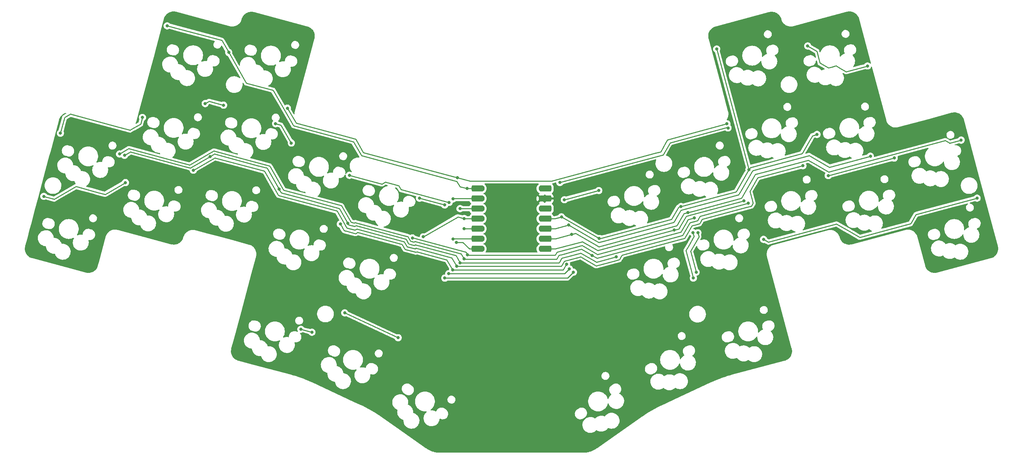
<source format=gbr>
%TF.GenerationSoftware,KiCad,Pcbnew,(6.0.0)*%
%TF.CreationDate,2022-07-16T11:14:52-07:00*%
%TF.ProjectId,greenthumb,67726565-6e74-4687-956d-622e6b696361,rev?*%
%TF.SameCoordinates,Original*%
%TF.FileFunction,Copper,L1,Top*%
%TF.FilePolarity,Positive*%
%FSLAX46Y46*%
G04 Gerber Fmt 4.6, Leading zero omitted, Abs format (unit mm)*
G04 Created by KiCad (PCBNEW (6.0.0)) date 2022-07-16 11:14:52*
%MOMM*%
%LPD*%
G01*
G04 APERTURE LIST*
G04 Aperture macros list*
%AMRoundRect*
0 Rectangle with rounded corners*
0 $1 Rounding radius*
0 $2 $3 $4 $5 $6 $7 $8 $9 X,Y pos of 4 corners*
0 Add a 4 corners polygon primitive as box body*
4,1,4,$2,$3,$4,$5,$6,$7,$8,$9,$2,$3,0*
0 Add four circle primitives for the rounded corners*
1,1,$1+$1,$2,$3*
1,1,$1+$1,$4,$5*
1,1,$1+$1,$6,$7*
1,1,$1+$1,$8,$9*
0 Add four rect primitives between the rounded corners*
20,1,$1+$1,$2,$3,$4,$5,0*
20,1,$1+$1,$4,$5,$6,$7,0*
20,1,$1+$1,$6,$7,$8,$9,0*
20,1,$1+$1,$8,$9,$2,$3,0*%
G04 Aperture macros list end*
%TA.AperFunction,ComponentPad*%
%ADD10C,1.600000*%
%TD*%
%TA.AperFunction,SMDPad,CuDef*%
%ADD11RoundRect,0.400000X-1.100000X-0.400000X1.100000X-0.400000X1.100000X0.400000X-1.100000X0.400000X0*%
%TD*%
%TA.AperFunction,ViaPad*%
%ADD12C,0.800000*%
%TD*%
%TA.AperFunction,Conductor*%
%ADD13C,0.254000*%
%TD*%
G04 APERTURE END LIST*
D10*
%TO.P,M1,1,D0*%
%TO.N,row0*%
X141299814Y-71239742D03*
D11*
X140299814Y-71239742D03*
%TO.P,M1,2,D1*%
%TO.N,row1*%
X140299814Y-73779742D03*
D10*
X141299814Y-73779742D03*
D11*
%TO.P,M1,3,D2*%
%TO.N,row2*%
X140299814Y-76319742D03*
D10*
X141299814Y-76319742D03*
D11*
%TO.P,M1,4,D3*%
%TO.N,row3*%
X140299814Y-78859742D03*
D10*
X141299814Y-78859742D03*
D11*
%TO.P,M1,5,D4*%
%TO.N,col0*%
X140299814Y-81399742D03*
D10*
X141299814Y-81399742D03*
D11*
%TO.P,M1,6,D5*%
%TO.N,col1*%
X140299814Y-83939742D03*
D10*
X141299814Y-83939742D03*
D11*
%TO.P,M1,7,D6*%
%TO.N,col2*%
X140299814Y-86479742D03*
D10*
X141299814Y-86479742D03*
D11*
%TO.P,M1,8,D7*%
%TO.N,col5*%
X157534814Y-86479742D03*
D10*
X156534814Y-86479742D03*
%TO.P,M1,9,D8*%
%TO.N,col4*%
X156534814Y-83939742D03*
D11*
X157534814Y-83939742D03*
%TO.P,M1,10,D9*%
%TO.N,col3*%
X157534814Y-81399742D03*
D10*
X156534814Y-81399742D03*
%TO.P,M1,11,D10*%
%TO.N,row4*%
X156534814Y-78859742D03*
D11*
X157534814Y-78859742D03*
%TO.P,M1,12,3V3*%
%TO.N,3V3*%
X157534814Y-76319742D03*
D10*
X156534814Y-76319742D03*
D11*
%TO.P,M1,13,GND*%
%TO.N,GND*%
X157534814Y-73779742D03*
D10*
X156534814Y-73779742D03*
D11*
%TO.P,M1,14,5V*%
%TO.N,+5V*%
X157534814Y-71239742D03*
D10*
X156534814Y-71239742D03*
%TD*%
D12*
%TO.N,row0*%
X95681961Y-106776412D03*
X106767596Y-102628707D03*
X98483145Y-107526989D03*
X137684313Y-71239740D03*
X77452244Y-36876430D03*
X120266878Y-108912232D03*
X196008458Y-82420391D03*
X61912530Y-30159232D03*
X137813252Y-88007694D03*
X195064353Y-78681620D03*
X123884754Y-83716600D03*
X195569463Y-92373145D03*
%TO.N,row1*%
X170957867Y-71745162D03*
X134125828Y-73862573D03*
X76160868Y-50196053D03*
X105649894Y-80200760D03*
X55660082Y-53295675D03*
X162264534Y-74074537D03*
X89302536Y-54856156D03*
X34926355Y-57264631D03*
X71510555Y-49778225D03*
X162819539Y-90385134D03*
X134025828Y-91762575D03*
X93271130Y-59750058D03*
%TO.N,row2*%
X51133102Y-62849548D03*
X30752434Y-73228289D03*
X72789285Y-63165341D03*
X107569733Y-79990485D03*
X135913253Y-76307692D03*
X90200655Y-71402406D03*
X51356748Y-69742297D03*
X175370462Y-88467962D03*
X135913252Y-90007696D03*
%TO.N,row3*%
X136955823Y-78815723D03*
X161131467Y-69714269D03*
X203616472Y-55949310D03*
X245611718Y-63538743D03*
X126638161Y-83433313D03*
X228952294Y-67964162D03*
%TO.N,col0*%
X169233650Y-88109212D03*
X208715209Y-74978051D03*
X49877400Y-62513084D03*
X136913252Y-81407697D03*
X136913253Y-89007693D03*
%TO.N,col1*%
X134125828Y-83962574D03*
X135025829Y-90862574D03*
X68516464Y-66612054D03*
X222527450Y-65479527D03*
%TO.N,col2*%
X203331774Y-54886793D03*
X238865334Y-40292750D03*
X135013252Y-84849998D03*
X92287268Y-50942142D03*
X223740914Y-35234895D03*
X135237410Y-68482591D03*
%TO.N,col3*%
X163376379Y-80481730D03*
X239588303Y-63082165D03*
X107952445Y-67897845D03*
X133137227Y-74749615D03*
X133052765Y-92760463D03*
X163552766Y-91560463D03*
%TO.N,col4*%
X132052765Y-93860463D03*
X164128561Y-82836257D03*
X194776208Y-82380097D03*
X125659847Y-73677806D03*
X164552766Y-92360463D03*
X193475321Y-77301595D03*
X132034957Y-75386011D03*
X262515416Y-59009411D03*
X194847913Y-93852450D03*
%TO.N,col5*%
X212603932Y-84081775D03*
X190029873Y-81744737D03*
X266546063Y-73665604D03*
X207612942Y-74341654D03*
%TO.N,row4*%
X208911116Y-66436289D03*
X191749092Y-75797112D03*
X161538033Y-78399431D03*
X200758317Y-36009630D03*
X171084534Y-83870590D03*
X226105958Y-57584314D03*
%TD*%
D13*
%TO.N,row0*%
X77452244Y-36876430D02*
X75684476Y-33814567D01*
X135877657Y-70755650D02*
X135097577Y-69404508D01*
X159935956Y-88048413D02*
X137853972Y-88048411D01*
X123917223Y-83697854D02*
X123884754Y-83716600D01*
X141299812Y-71239743D02*
X137684313Y-71239740D01*
X196267276Y-83386317D02*
X196008458Y-82420391D01*
X137853972Y-88048411D02*
X137813252Y-88007694D01*
X106767596Y-102628707D02*
X120253277Y-108917184D01*
X137820611Y-87980236D02*
X137510896Y-87443795D01*
X137510896Y-87443795D02*
X137440185Y-87321317D01*
X193518870Y-79095727D02*
X193125910Y-79776357D01*
X61953751Y-30135430D02*
X61912530Y-30159232D01*
X191711696Y-82225844D02*
X190455993Y-82562309D01*
X95681961Y-106776412D02*
X98483145Y-107526989D01*
X88668497Y-46404056D02*
X81907014Y-44592323D01*
X166735330Y-85605359D02*
X165189849Y-86019467D01*
X165189849Y-86019467D02*
X160360220Y-87313563D01*
X195913724Y-83998690D02*
X196267276Y-83386317D01*
X108995413Y-59408153D02*
X93830377Y-55344693D01*
X120253277Y-108917184D02*
X120266878Y-108912232D01*
X160360220Y-87313563D02*
X159935956Y-88048413D01*
X135097577Y-69404508D02*
X111046022Y-62959914D01*
X137813252Y-88007694D02*
X137820611Y-87980236D01*
X190455993Y-82562309D02*
X170654513Y-87868101D01*
X193125910Y-79776357D02*
X191711696Y-82225844D01*
X195064353Y-78681620D02*
X193518870Y-79095727D01*
X81907014Y-44592323D02*
X77452244Y-36876430D01*
X93830377Y-55344693D02*
X88668497Y-46404056D01*
X137440185Y-87321317D02*
X123917223Y-83697854D01*
X75684476Y-33814567D02*
X61953751Y-30135430D01*
X194145956Y-87060549D02*
X195913724Y-83998690D01*
X170654513Y-87868101D02*
X169797193Y-87373125D01*
X169797193Y-87373125D02*
X166735330Y-85605359D01*
X137684313Y-71239740D02*
X135877657Y-70755650D01*
X111046022Y-62959914D02*
X108995413Y-59408153D01*
X195569463Y-92373145D02*
X194145956Y-87060549D01*
%TO.N,row1*%
X76160868Y-50196053D02*
X72490353Y-49212541D01*
X109992164Y-82347779D02*
X109624741Y-82559910D01*
X161925829Y-91762575D02*
X134025828Y-91762575D01*
X121717760Y-86110809D02*
X121293495Y-85375963D01*
X132194589Y-89125123D02*
X124950145Y-87183979D01*
X90654834Y-55218502D02*
X89302536Y-54856156D01*
X122000601Y-86600708D02*
X121717760Y-86110809D01*
X132559555Y-89222916D02*
X132194589Y-89125123D01*
X106604489Y-81854166D02*
X105649894Y-80200760D01*
X162098959Y-91591712D02*
X162096689Y-91591712D01*
X141299813Y-73779743D02*
X134208658Y-73779742D01*
X109624741Y-82559910D02*
X109502265Y-82630623D01*
X134025828Y-91762575D02*
X132559555Y-89222916D01*
X55220088Y-54937751D02*
X53382971Y-55998409D01*
X48951724Y-55535753D02*
X37457206Y-52455808D01*
X120713939Y-85220671D02*
X109992164Y-82347779D01*
X121293495Y-85375963D02*
X120713939Y-85220671D01*
X134208658Y-73779742D02*
X134125828Y-73862573D01*
X170957867Y-71745162D02*
X162264534Y-74074537D01*
X53382971Y-55998409D02*
X52525648Y-56493385D01*
X162791191Y-90392732D02*
X162098959Y-91591712D01*
X35987512Y-53304336D02*
X34926355Y-57264631D01*
X162819539Y-90385134D02*
X162791191Y-90392732D01*
X109502265Y-82630623D02*
X107087451Y-81983575D01*
X107087451Y-81983575D02*
X106604489Y-81854166D01*
X93271130Y-59750058D02*
X90654834Y-55218502D01*
X72490353Y-49212541D02*
X71510555Y-49778225D01*
X37457206Y-52455808D02*
X35987512Y-53304336D01*
X162096689Y-91591712D02*
X161925829Y-91762575D01*
X55660082Y-53295675D02*
X55220088Y-54937751D01*
X52525648Y-56493385D02*
X48951724Y-55535753D01*
X124705196Y-87325399D02*
X122000601Y-86600708D01*
X124950145Y-87183979D02*
X124705196Y-87325399D01*
%TO.N,row2*%
X169735273Y-89460267D02*
X166428464Y-87551083D01*
X90200655Y-71402406D02*
X87124741Y-66074765D01*
X170347645Y-89813825D02*
X169735273Y-89460267D01*
X160922383Y-90016825D02*
X135922383Y-90016824D01*
X141287764Y-76307694D02*
X141299812Y-76319743D01*
X38871783Y-70745121D02*
X34830126Y-73078574D01*
X135913253Y-76307692D02*
X141287764Y-76307694D01*
X134859632Y-88182778D02*
X134250774Y-88019633D01*
X107251536Y-79439349D02*
X105413058Y-76255015D01*
X46212823Y-72712145D02*
X43991191Y-72116860D01*
X66415535Y-65702131D02*
X52602798Y-62001020D01*
X73891556Y-62528944D02*
X72789285Y-63165341D01*
X122190569Y-83959890D02*
X114656347Y-81941102D01*
X107569733Y-79990485D02*
X107251536Y-79439349D01*
X109266109Y-80807376D02*
X108589962Y-80626202D01*
X114656347Y-81941102D02*
X109633533Y-80595243D01*
X123380638Y-85314046D02*
X122897676Y-85184637D01*
X122331990Y-84204840D02*
X122190569Y-83959890D01*
X52602798Y-62001020D02*
X51133102Y-62849548D01*
X166428464Y-87551083D02*
X163820463Y-88249892D01*
X51356748Y-69742297D02*
X46212823Y-72712145D01*
X67767834Y-66064478D02*
X66415535Y-65702131D01*
X97492465Y-74132698D02*
X90730984Y-72320964D01*
X135913252Y-90007696D02*
X134859632Y-88182778D01*
X109388584Y-80736664D02*
X109266109Y-80807376D01*
X124591514Y-85431441D02*
X124469039Y-85502155D01*
X90730984Y-72320964D02*
X90377434Y-71708592D01*
X107817221Y-80419149D02*
X107569733Y-79990485D01*
X161598836Y-88845177D02*
X161103861Y-89702497D01*
X72789285Y-63165341D02*
X67767834Y-66064478D01*
X175370462Y-88467962D02*
X170347645Y-89813825D01*
X84709925Y-65427718D02*
X73891556Y-62528944D01*
X105413058Y-76255015D02*
X97492465Y-74132698D01*
X163820463Y-88249892D02*
X161598836Y-88845177D01*
X124469039Y-85502155D02*
X124346566Y-85572863D01*
X90377434Y-71708592D02*
X90200655Y-71402406D01*
X134250774Y-88019633D02*
X124591514Y-85431441D01*
X33360433Y-73927099D02*
X30752434Y-73228289D01*
X109633533Y-80595243D02*
X109388584Y-80736664D01*
X43991191Y-72116860D02*
X38871783Y-70745121D01*
X122897676Y-85184637D02*
X122331990Y-84204840D01*
X87124741Y-66074765D02*
X84709925Y-65427718D01*
X34830126Y-73078574D02*
X33360433Y-73927099D01*
X135922383Y-90016824D02*
X135913252Y-90007696D01*
X108589962Y-80626202D02*
X107817221Y-80419149D01*
X161103861Y-89702497D02*
X160922383Y-90016825D01*
X124346566Y-85572863D02*
X123380638Y-85314046D01*
%TO.N,row3*%
X136955823Y-78815723D02*
X135371396Y-78391179D01*
X203371524Y-55807889D02*
X188979231Y-59664290D01*
X127299822Y-83051303D02*
X126638161Y-83433313D01*
X188979231Y-59664290D02*
X187211463Y-62726154D01*
X228997792Y-67990435D02*
X228952294Y-67964162D01*
X203616472Y-55949310D02*
X203371524Y-55807889D01*
X135371396Y-78391179D02*
X127299822Y-83051303D01*
X245611718Y-63538743D02*
X228997792Y-67990435D01*
X141299812Y-78859741D02*
X136999839Y-78859741D01*
X136999839Y-78859741D02*
X136955823Y-78815723D01*
X187211463Y-62726154D02*
X161131467Y-69714269D01*
%TO.N,col0*%
X89839487Y-69079789D02*
X87788877Y-65528026D01*
X109305862Y-79886279D02*
X109183388Y-79956989D01*
X136923037Y-88971177D02*
X136196493Y-87712767D01*
X108314053Y-79724050D02*
X108101922Y-79356628D01*
X161462490Y-87949961D02*
X160882936Y-88105253D01*
X73686360Y-61749269D02*
X72094193Y-62668507D01*
X193976298Y-79859075D02*
X193622745Y-80471449D01*
X91324411Y-71651750D02*
X89839487Y-69079789D01*
X80544434Y-63586884D02*
X73686360Y-61749269D01*
X195038815Y-79574379D02*
X193976298Y-79859075D01*
X136913253Y-89007693D02*
X136923037Y-88971177D01*
X121792187Y-83128452D02*
X109428335Y-79815568D01*
X160387960Y-88962575D02*
X160317249Y-89085046D01*
X124263843Y-84722477D02*
X123394508Y-84489540D01*
X124508792Y-84581057D02*
X124263843Y-84722477D01*
X108101922Y-79356628D02*
X105909891Y-75559920D01*
X62829599Y-64016588D02*
X52204417Y-61169581D01*
X109183388Y-79956989D02*
X108700422Y-79827579D01*
X166581896Y-86578220D02*
X161462490Y-87949961D01*
X87788877Y-65528026D02*
X80544434Y-63586884D01*
X72094193Y-62668507D02*
X67562635Y-65284803D01*
X105909891Y-75559920D02*
X98665446Y-73618777D01*
X195908150Y-79341439D02*
X195038815Y-79574379D01*
X122758115Y-83387269D02*
X121792187Y-83128452D01*
X136913252Y-81407697D02*
X141291861Y-81407694D01*
X168908909Y-87921723D02*
X166581896Y-86578220D01*
X123394508Y-84489540D02*
X122899534Y-83632220D01*
X52204417Y-61169581D02*
X49877400Y-62513084D01*
X196120280Y-78974017D02*
X195908150Y-79341439D01*
X160317249Y-89085046D02*
X136990605Y-89085051D01*
X196544546Y-78239169D02*
X196120280Y-78974017D01*
X141291861Y-81407694D02*
X141299812Y-81399745D01*
X108700422Y-79827579D02*
X108314053Y-79724050D01*
X109428335Y-79815568D02*
X109305862Y-79886279D01*
X193622745Y-80471449D02*
X192137819Y-83043414D01*
X136990605Y-89085051D02*
X136913253Y-89007693D01*
X160882936Y-88105253D02*
X160387960Y-88962575D01*
X98665446Y-73618777D02*
X91324411Y-71651750D01*
X192137819Y-83043414D02*
X190302558Y-83535171D01*
X169233650Y-88109212D02*
X168908909Y-87921723D01*
X190302558Y-83535171D02*
X170501082Y-88840960D01*
X208715209Y-74978051D02*
X196544546Y-78239169D01*
X170501082Y-88840960D02*
X169233650Y-88109212D01*
X136196493Y-87712767D02*
X124508792Y-84581057D01*
X67562635Y-65284803D02*
X62829599Y-64016588D01*
X122899534Y-83632220D02*
X122758115Y-83387269D01*
%TO.N,col1*%
X209527699Y-75692093D02*
X208078816Y-76080320D01*
X195368346Y-80417828D02*
X194499015Y-80650764D01*
X135043200Y-90879946D02*
X135025829Y-90862574D01*
X134148661Y-83939741D02*
X134125828Y-83962574D01*
X141299813Y-83939741D02*
X137784312Y-83939740D01*
X122497435Y-85905613D02*
X121790327Y-84680868D01*
X166371623Y-88498058D02*
X165502290Y-88730996D01*
X193721194Y-81997985D02*
X192660535Y-83835101D01*
X209669122Y-75447142D02*
X209527699Y-75692093D01*
X162218139Y-89610981D02*
X161793877Y-90345828D01*
X133791594Y-88724817D02*
X124770828Y-86307711D01*
X192660535Y-83835101D02*
X191887793Y-84042157D01*
X165502290Y-88730996D02*
X162218139Y-89610981D01*
X124525880Y-86449131D02*
X122497435Y-85905613D01*
X124770828Y-86307711D02*
X124525880Y-86449131D01*
X135025829Y-90862574D02*
X133791594Y-88724817D01*
X209822556Y-74474283D02*
X209951965Y-74957244D01*
X73948399Y-63475924D02*
X68516464Y-66612054D01*
X86505432Y-66840572D02*
X73948399Y-63475924D01*
X168821115Y-89912273D02*
X166371623Y-88498058D01*
X222527450Y-65479527D02*
X211129525Y-68533586D01*
X107294508Y-81210836D02*
X104819633Y-76924227D01*
X155541000Y-90879947D02*
X135043200Y-90879946D01*
X196430863Y-80133127D02*
X195368346Y-80417828D01*
X161793877Y-90345828D02*
X161485503Y-90879946D01*
X170290805Y-90760803D02*
X168821115Y-89912273D01*
X209951965Y-74957244D02*
X209669122Y-75447142D01*
X209149626Y-71962874D02*
X209822556Y-74474283D01*
X161485503Y-90879946D02*
X155541000Y-90879947D01*
X196713707Y-79643230D02*
X196430863Y-80133127D01*
X176819350Y-88079735D02*
X176465797Y-88692105D01*
X90040967Y-72964296D02*
X86505432Y-66840572D01*
X194499015Y-80650764D02*
X193721194Y-81997985D01*
X197067259Y-79030858D02*
X196713707Y-79643230D01*
X176465797Y-88692105D02*
X176182954Y-89182003D01*
X176182954Y-89182003D02*
X175120435Y-89466704D01*
X191887793Y-84042157D02*
X176819350Y-88079735D01*
X109812849Y-81471511D02*
X109322950Y-81754355D01*
X121790327Y-84680868D02*
X109812849Y-81471511D01*
X137784312Y-83939740D02*
X134148661Y-83939741D01*
X208078816Y-76080320D02*
X197067259Y-79030858D01*
X210351708Y-69880809D02*
X209149626Y-71962874D01*
X175120435Y-89466704D02*
X170290805Y-90760803D01*
X211129525Y-68533586D02*
X210351708Y-69880809D01*
X104819633Y-76924227D02*
X90040967Y-72964296D01*
X109322950Y-81754355D02*
X107294508Y-81210836D01*
%TO.N,col2*%
X230884185Y-40257214D02*
X229531888Y-40619560D01*
X135237410Y-68482591D02*
X111475636Y-62115642D01*
X238865334Y-40292750D02*
X233456148Y-41742137D01*
X185433046Y-62270933D02*
X159063272Y-69336695D01*
X159063272Y-69336695D02*
X138424966Y-69336694D01*
X203331774Y-54886793D02*
X188359924Y-58898489D01*
X226870267Y-39572766D02*
X226533805Y-38317066D01*
X226533805Y-38317066D02*
X226067928Y-36578400D01*
X228952335Y-40774851D02*
X226992744Y-39643480D01*
X94479298Y-54738851D02*
X92287268Y-50942142D01*
X107132927Y-58129381D02*
X94479298Y-54738851D01*
X226992744Y-39643480D02*
X226870267Y-39572766D01*
X231863981Y-40822897D02*
X230884185Y-40257214D01*
X141299813Y-86479741D02*
X138242997Y-86479742D01*
X138242997Y-86479742D02*
X136613250Y-84849999D01*
X233456148Y-41742137D02*
X231863981Y-40822897D01*
X109547740Y-58776430D02*
X107132927Y-58129381D01*
X226067928Y-36578400D02*
X223740914Y-35234895D01*
X136613250Y-84849999D02*
X135013252Y-84849998D01*
X111475636Y-62115642D02*
X109759874Y-59143850D01*
X188359924Y-58898489D02*
X187935662Y-59633333D01*
X138424966Y-69336694D02*
X135237410Y-68482591D01*
X109759874Y-59143850D02*
X109547740Y-58776430D01*
X229531888Y-40619560D02*
X228952335Y-40774851D01*
X187935662Y-59633333D02*
X186592158Y-61960351D01*
X186592158Y-61960351D02*
X185433046Y-62270933D01*
%TO.N,col3*%
X170012543Y-84313121D02*
X170992340Y-84878807D01*
X172344634Y-84516461D02*
X189924483Y-79805954D01*
X170992340Y-84878807D02*
X172344634Y-84516461D01*
X191692249Y-76744092D02*
X205891361Y-72939451D01*
X107952445Y-67897845D02*
X116162814Y-70097806D01*
X159950312Y-81399742D02*
X163376379Y-80481730D01*
X120966561Y-71488495D02*
X133137227Y-74749615D01*
X189924483Y-79805954D02*
X190985146Y-77968839D01*
X206914129Y-71733654D02*
X209813267Y-66712198D01*
X116162814Y-70097806D02*
X116897661Y-69673543D01*
X120895851Y-71366020D02*
X120966561Y-71488495D01*
X209813267Y-66712198D02*
X211648526Y-66220442D01*
X211648526Y-66220442D02*
X224108970Y-62881680D01*
X119531543Y-70275762D02*
X120400876Y-70508699D01*
X225578661Y-63730210D02*
X229252896Y-65851527D01*
X116897661Y-69673543D02*
X117020135Y-69602832D01*
X117020135Y-69602832D02*
X119531543Y-70275762D01*
X163376379Y-80481730D02*
X170012543Y-84313121D01*
X224108970Y-62881680D02*
X225578661Y-63730210D01*
X205891361Y-72939451D02*
X206277733Y-72835923D01*
X229252896Y-65851527D02*
X239588303Y-63082165D01*
X190985146Y-77968839D02*
X191692249Y-76744092D01*
X120400876Y-70508699D02*
X120895851Y-71366020D01*
X206277733Y-72835923D02*
X206914129Y-71733654D01*
X162352766Y-92760462D02*
X163552766Y-91560463D01*
X156534815Y-81399742D02*
X159950312Y-81399742D01*
X133052765Y-92760463D02*
X162352766Y-92760462D01*
%TO.N,col4*%
X156534811Y-83939743D02*
X160010313Y-83939740D01*
X259495170Y-59715159D02*
X259617644Y-59785867D01*
X192434036Y-77580609D02*
X193475321Y-77301595D01*
X170716431Y-85780959D02*
X170961380Y-85922380D01*
X194848848Y-76933559D02*
X207019512Y-73672442D01*
X163052766Y-93860463D02*
X164552766Y-92360463D01*
X223910707Y-64073605D02*
X225380397Y-64922133D01*
X194847913Y-93852450D02*
X192984417Y-86897780D01*
X210484335Y-67671187D02*
X213092336Y-66972378D01*
X193620813Y-85795511D02*
X195035029Y-83346022D01*
X160010313Y-83939740D02*
X164128561Y-82836257D01*
X193475321Y-77301595D02*
X194848848Y-76933559D01*
X207797334Y-72325221D02*
X210484335Y-67671187D01*
X191373373Y-79417725D02*
X192434036Y-77580609D01*
X258515374Y-59149473D02*
X259495170Y-59715159D01*
X125659847Y-73677806D02*
X132034957Y-75386011D01*
X225380397Y-64922133D02*
X229054635Y-67043456D01*
X229054635Y-67043456D02*
X235816116Y-65231721D01*
X207019512Y-73672442D02*
X207797334Y-72325221D01*
X132052765Y-93860463D02*
X163052766Y-93860463D01*
X190666267Y-80642471D02*
X191373373Y-79417725D01*
X235816116Y-65231721D02*
X258515374Y-59149473D01*
X259617644Y-59785867D02*
X262515416Y-59009411D01*
X192984417Y-86897780D02*
X193620813Y-85795511D01*
X213092336Y-66972378D02*
X223910707Y-64073605D01*
X164128561Y-82836257D02*
X165144544Y-82564026D01*
X195035029Y-83346022D02*
X194776208Y-82380097D01*
X165144544Y-82564026D02*
X170716431Y-85780959D01*
X170961380Y-85922380D02*
X190666267Y-80642471D01*
%TO.N,col5*%
X231022158Y-80181905D02*
X226868676Y-81294825D01*
X159970313Y-86479742D02*
X166784422Y-84653908D01*
X191542534Y-80821786D02*
X193027458Y-78249821D01*
X190029873Y-81744737D02*
X191188983Y-81434158D01*
X156534811Y-86479741D02*
X159970313Y-86479742D01*
X250454855Y-78908978D02*
X249747747Y-80133722D01*
X213828680Y-84788883D02*
X212603932Y-84081775D01*
X170711355Y-86921122D02*
X190029873Y-81744737D01*
X226868676Y-81294825D02*
X213828680Y-84788883D01*
X191188983Y-81434158D02*
X191542534Y-80821786D01*
X168016917Y-85365486D02*
X170711355Y-86921122D01*
X249747747Y-80133722D02*
X243759007Y-81738402D01*
X234451442Y-82161803D02*
X231022158Y-80181905D01*
X236900933Y-83576018D02*
X234451442Y-82161803D01*
X193027458Y-78249821D02*
X193896793Y-78016883D01*
X166784422Y-84653908D02*
X168016917Y-85365486D01*
X193896793Y-78016883D02*
X207612942Y-74341654D01*
X251091249Y-77806707D02*
X250454855Y-78908978D01*
X243759007Y-81738402D02*
X236900933Y-83576018D01*
X266546063Y-73665604D02*
X251091249Y-77806707D01*
%TO.N,row4*%
X209193958Y-65946391D02*
X217887291Y-63617023D01*
X217887291Y-63617023D02*
X222330551Y-62426455D01*
X224381159Y-58874693D02*
X224946847Y-57894897D01*
X171084534Y-83870590D02*
X171145771Y-83905945D01*
X159890314Y-78859740D02*
X161608209Y-78399432D01*
X161608209Y-78399432D02*
X170043502Y-83269550D01*
X208911116Y-66436289D02*
X208734337Y-66742479D01*
X191072945Y-75978283D02*
X191749092Y-75797112D01*
X191002234Y-76100761D02*
X191072945Y-75978283D01*
X201118574Y-73286566D02*
X205658425Y-72070119D01*
X224946847Y-57894897D02*
X226105958Y-57584314D01*
X189305178Y-79040148D02*
X191002234Y-76100761D01*
X170043502Y-83269550D02*
X171084534Y-83870590D01*
X178969770Y-81809513D02*
X189305178Y-79040148D01*
X191749092Y-75797112D02*
X201118574Y-73286566D01*
X156534811Y-78859741D02*
X159890314Y-78859740D01*
X208734337Y-66742479D02*
X209193958Y-65946391D01*
X208416141Y-67293614D02*
X208734337Y-66742479D01*
X222330551Y-62426455D02*
X224381159Y-58874693D01*
X200758317Y-36009630D02*
X208911116Y-66436289D01*
X205658425Y-72070119D02*
X208416141Y-67293614D01*
X171145771Y-83905945D02*
X178969770Y-81809513D01*
%TD*%
%TA.AperFunction,Conductor*%
%TO.N,GND*%
G36*
X63555503Y-26513242D02*
G01*
X63713143Y-26525968D01*
X63840251Y-26536229D01*
X63855307Y-26538365D01*
X63994248Y-26566731D01*
X64101399Y-26588606D01*
X64126917Y-26596747D01*
X64127090Y-26596796D01*
X64135297Y-26600424D01*
X64166822Y-26604602D01*
X64182873Y-26607802D01*
X68508833Y-27766939D01*
X77662537Y-30219665D01*
X77682274Y-30226761D01*
X77687774Y-30229273D01*
X77700505Y-30235088D01*
X77712577Y-30238481D01*
X77717414Y-30239062D01*
X77718632Y-30239305D01*
X77726473Y-30240573D01*
X78004119Y-30297253D01*
X78007915Y-30297559D01*
X78007919Y-30297560D01*
X78296723Y-30320873D01*
X78296727Y-30320873D01*
X78300517Y-30321179D01*
X78304314Y-30321026D01*
X78304315Y-30321026D01*
X78593843Y-30309357D01*
X78593844Y-30309357D01*
X78597638Y-30309204D01*
X78891149Y-30261502D01*
X78894803Y-30260444D01*
X78894810Y-30260442D01*
X79173112Y-30179830D01*
X79173119Y-30179828D01*
X79176770Y-30178770D01*
X79180270Y-30177279D01*
X79180275Y-30177277D01*
X79446834Y-30063706D01*
X79446841Y-30063703D01*
X79450337Y-30062213D01*
X79453627Y-30060313D01*
X79453634Y-30060310D01*
X79622133Y-29963026D01*
X79707860Y-29913531D01*
X79710897Y-29911249D01*
X79942543Y-29737178D01*
X79942549Y-29737173D01*
X79945583Y-29734893D01*
X79948332Y-29732253D01*
X80157294Y-29531542D01*
X80157298Y-29531538D01*
X80160041Y-29528903D01*
X80348106Y-29298564D01*
X80381477Y-29245793D01*
X80505004Y-29050450D01*
X80507036Y-29047237D01*
X80634513Y-28778585D01*
X80635717Y-28774978D01*
X80635722Y-28774966D01*
X80718644Y-28526587D01*
X80723543Y-28514150D01*
X80723970Y-28513215D01*
X80723970Y-28513214D01*
X80725992Y-28508788D01*
X80729385Y-28496716D01*
X80729518Y-28495608D01*
X80729954Y-28494576D01*
X80732025Y-28476686D01*
X80736890Y-28453707D01*
X80808315Y-28224402D01*
X80813327Y-28211032D01*
X80921520Y-27965694D01*
X80928012Y-27952977D01*
X81063267Y-27721454D01*
X81071156Y-27709553D01*
X81196764Y-27541586D01*
X81231745Y-27494808D01*
X81240917Y-27483892D01*
X81424784Y-27288682D01*
X81435127Y-27278879D01*
X81514479Y-27211778D01*
X81639884Y-27105736D01*
X81651291Y-27097150D01*
X81874312Y-26948290D01*
X81886614Y-26941051D01*
X82125061Y-26818373D01*
X82138090Y-26812579D01*
X82300415Y-26751146D01*
X82388877Y-26717668D01*
X82402496Y-26713379D01*
X82662400Y-26647453D01*
X82676417Y-26644732D01*
X82916821Y-26612071D01*
X82942121Y-26608634D01*
X82956351Y-26607517D01*
X83069612Y-26605064D01*
X83224424Y-26601712D01*
X83238694Y-26602212D01*
X83505701Y-26626773D01*
X83519822Y-26628884D01*
X83747832Y-26676318D01*
X83773110Y-26684434D01*
X83773730Y-26684708D01*
X83773736Y-26684710D01*
X83781946Y-26688339D01*
X83813465Y-26692517D01*
X83829515Y-26695716D01*
X97312929Y-30308591D01*
X97331263Y-30315057D01*
X97344964Y-30321114D01*
X97344969Y-30321115D01*
X97353179Y-30324745D01*
X97369033Y-30326846D01*
X97370338Y-30327019D01*
X97393683Y-30332411D01*
X97638787Y-30414236D01*
X97652904Y-30419917D01*
X97911014Y-30542391D01*
X97924322Y-30549721D01*
X98165784Y-30702411D01*
X98178128Y-30711304D01*
X98399428Y-30891987D01*
X98410613Y-30902305D01*
X98608509Y-31108337D01*
X98618367Y-31119927D01*
X98789993Y-31348320D01*
X98798382Y-31361013D01*
X98941220Y-31608414D01*
X98948019Y-31622027D01*
X99060000Y-31884858D01*
X99065107Y-31899190D01*
X99144588Y-32173590D01*
X99147930Y-32188426D01*
X99193757Y-32470419D01*
X99195286Y-32485550D01*
X99206787Y-32771011D01*
X99206480Y-32786222D01*
X99183491Y-33070975D01*
X99181353Y-33086040D01*
X99131112Y-33332127D01*
X99122979Y-33357623D01*
X99122928Y-33357804D01*
X99119297Y-33366018D01*
X99115117Y-33397550D01*
X99111921Y-33413583D01*
X97208792Y-40516157D01*
X94205960Y-51722872D01*
X94198863Y-51742611D01*
X94195686Y-51749567D01*
X94190536Y-51760842D01*
X94187143Y-51772914D01*
X94186562Y-51777748D01*
X94186320Y-51778962D01*
X94185047Y-51786824D01*
X94129130Y-52060729D01*
X94128369Y-52064457D01*
X94128063Y-52068249D01*
X94128062Y-52068255D01*
X94104559Y-52359392D01*
X94079141Y-52425682D01*
X94021918Y-52467707D01*
X93951059Y-52472123D01*
X93889061Y-52437529D01*
X93869849Y-52412253D01*
X93862975Y-52400346D01*
X93190827Y-51236153D01*
X93174089Y-51167158D01*
X93178145Y-51144969D01*
X93177396Y-51144810D01*
X93178769Y-51138352D01*
X93180810Y-51132070D01*
X93181876Y-51121933D01*
X93200082Y-50948707D01*
X93200772Y-50942142D01*
X93195673Y-50893628D01*
X93181500Y-50758777D01*
X93181500Y-50758775D01*
X93180810Y-50752214D01*
X93121795Y-50570586D01*
X93026308Y-50405198D01*
X92918090Y-50285009D01*
X92902943Y-50268187D01*
X92902942Y-50268186D01*
X92898521Y-50263276D01*
X92790094Y-50184499D01*
X92749362Y-50154905D01*
X92749361Y-50154904D01*
X92744020Y-50151024D01*
X92737992Y-50148340D01*
X92737990Y-50148339D01*
X92575587Y-50076033D01*
X92575586Y-50076033D01*
X92569556Y-50073348D01*
X92453202Y-50048616D01*
X92389212Y-50035014D01*
X92389207Y-50035014D01*
X92382755Y-50033642D01*
X92191781Y-50033642D01*
X92185329Y-50035014D01*
X92185324Y-50035014D01*
X92121334Y-50048616D01*
X92004980Y-50073348D01*
X91998950Y-50076033D01*
X91998949Y-50076033D01*
X91836546Y-50148339D01*
X91836544Y-50148340D01*
X91830516Y-50151024D01*
X91825175Y-50154904D01*
X91825174Y-50154905D01*
X91757113Y-50204354D01*
X91690245Y-50228213D01*
X91621093Y-50212132D01*
X91573933Y-50165418D01*
X91564073Y-50148339D01*
X89802325Y-47096904D01*
X89258369Y-46154744D01*
X89253209Y-46144747D01*
X89250909Y-46137406D01*
X89214907Y-46079341D01*
X89212883Y-46075959D01*
X89200845Y-46055109D01*
X89200843Y-46055106D01*
X89198865Y-46051680D01*
X89196480Y-46048538D01*
X89196474Y-46048529D01*
X89196408Y-46048443D01*
X89189677Y-46038651D01*
X89170475Y-46007681D01*
X89166298Y-46000944D01*
X89151611Y-45986860D01*
X89138460Y-45972099D01*
X89126153Y-45955885D01*
X89119943Y-45950963D01*
X89119941Y-45950961D01*
X89091378Y-45928323D01*
X89082432Y-45920519D01*
X89056135Y-45895301D01*
X89050410Y-45889811D01*
X89032678Y-45879819D01*
X89016276Y-45868797D01*
X89006533Y-45861075D01*
X89006528Y-45861072D01*
X89000319Y-45856151D01*
X88959782Y-45838103D01*
X88949176Y-45832769D01*
X88947812Y-45832000D01*
X88910523Y-45810989D01*
X88890868Y-45805722D01*
X88872241Y-45799127D01*
X88853637Y-45790844D01*
X88845824Y-45789523D01*
X88845822Y-45789522D01*
X88809883Y-45783444D01*
X88798284Y-45780915D01*
X87531662Y-45441524D01*
X87471039Y-45404572D01*
X87440018Y-45340712D01*
X87448446Y-45270217D01*
X87493649Y-45215470D01*
X87505120Y-45208566D01*
X87634638Y-45139700D01*
X87634644Y-45139696D01*
X87638530Y-45137630D01*
X87657248Y-45124031D01*
X87862217Y-44975113D01*
X87862220Y-44975110D01*
X87865780Y-44972524D01*
X87870158Y-44968297D01*
X87976388Y-44865711D01*
X88067840Y-44777397D01*
X88223492Y-44578171D01*
X88238069Y-44559513D01*
X88238070Y-44559512D01*
X88240776Y-44556048D01*
X88242972Y-44552244D01*
X88242977Y-44552237D01*
X88379023Y-44316597D01*
X88381224Y-44312785D01*
X88486450Y-44052342D01*
X88507805Y-43966691D01*
X88553341Y-43784059D01*
X88553342Y-43784054D01*
X88554405Y-43779790D01*
X88554893Y-43775153D01*
X88583307Y-43504802D01*
X88583307Y-43504799D01*
X88583766Y-43500433D01*
X88583613Y-43496039D01*
X88574117Y-43224105D01*
X88574116Y-43224099D01*
X88573963Y-43219708D01*
X88572086Y-43209060D01*
X88540276Y-43028657D01*
X88525186Y-42943079D01*
X88438385Y-42675931D01*
X88433420Y-42665750D01*
X88342627Y-42479599D01*
X88315248Y-42423464D01*
X88312793Y-42419825D01*
X88312790Y-42419819D01*
X88214511Y-42274115D01*
X88158173Y-42190590D01*
X88130342Y-42159680D01*
X87973154Y-41985106D01*
X87970217Y-41981844D01*
X87962358Y-41975249D01*
X87865438Y-41893924D01*
X87755038Y-41801287D01*
X87516824Y-41652435D01*
X87296466Y-41554325D01*
X87264227Y-41539971D01*
X87264225Y-41539970D01*
X87260213Y-41538184D01*
X87063302Y-41481721D01*
X86994425Y-41461971D01*
X86994424Y-41461971D01*
X86990198Y-41460759D01*
X86985848Y-41460148D01*
X86985845Y-41460147D01*
X86882898Y-41445679D01*
X86712036Y-41421666D01*
X86501442Y-41421666D01*
X86499257Y-41421819D01*
X86499251Y-41421819D01*
X86392137Y-41429309D01*
X86322787Y-41414107D01*
X86272665Y-41363825D01*
X86263515Y-41342552D01*
X86233641Y-41250610D01*
X86210106Y-41178175D01*
X86204150Y-41165962D01*
X86117891Y-40989108D01*
X86086969Y-40925708D01*
X86084514Y-40922069D01*
X86084511Y-40922063D01*
X85983855Y-40772835D01*
X85929894Y-40692834D01*
X85912180Y-40673160D01*
X85797124Y-40545378D01*
X85741938Y-40484088D01*
X85703209Y-40451590D01*
X85645547Y-40403206D01*
X85526759Y-40303531D01*
X85288545Y-40154679D01*
X85080093Y-40061870D01*
X85035948Y-40042215D01*
X85035946Y-40042214D01*
X85031934Y-40040428D01*
X84815242Y-39978293D01*
X84766146Y-39964215D01*
X84766145Y-39964215D01*
X84761919Y-39963003D01*
X84757569Y-39962392D01*
X84757566Y-39962391D01*
X84634966Y-39945161D01*
X84483757Y-39923910D01*
X84439718Y-39923910D01*
X84371597Y-39903908D01*
X84325104Y-39850252D01*
X84315434Y-39809232D01*
X84314348Y-39809346D01*
X84313888Y-39804971D01*
X84313735Y-39800576D01*
X84312555Y-39793881D01*
X84270587Y-39555872D01*
X84264958Y-39523947D01*
X84178157Y-39256799D01*
X84173576Y-39247405D01*
X84115540Y-39128415D01*
X84055020Y-39004332D01*
X84052565Y-39000693D01*
X84052562Y-39000687D01*
X83956018Y-38857555D01*
X83897945Y-38771458D01*
X83881117Y-38752768D01*
X83758709Y-38616821D01*
X83709989Y-38562712D01*
X83494810Y-38382155D01*
X83322516Y-38274494D01*
X83260320Y-38235630D01*
X83256596Y-38233303D01*
X83051965Y-38142195D01*
X83003999Y-38120839D01*
X83003997Y-38120838D01*
X82999985Y-38119052D01*
X82729970Y-38041627D01*
X82725620Y-38041016D01*
X82725617Y-38041015D01*
X82618301Y-38025933D01*
X82451808Y-38002534D01*
X82241214Y-38002534D01*
X82239028Y-38002687D01*
X82239024Y-38002687D01*
X82035533Y-38016916D01*
X82035528Y-38016917D01*
X82031148Y-38017223D01*
X81756390Y-38075625D01*
X81752261Y-38077128D01*
X81752257Y-38077129D01*
X81496579Y-38170188D01*
X81496575Y-38170190D01*
X81492434Y-38171697D01*
X81244418Y-38303570D01*
X81240859Y-38306156D01*
X81240857Y-38306157D01*
X81024053Y-38463674D01*
X81017168Y-38468676D01*
X81014004Y-38471732D01*
X81014001Y-38471734D01*
X80971708Y-38512576D01*
X80815108Y-38663803D01*
X80642172Y-38885152D01*
X80639976Y-38888956D01*
X80639971Y-38888963D01*
X80552350Y-39040728D01*
X80501724Y-39128415D01*
X80396498Y-39388858D01*
X80395433Y-39393131D01*
X80395432Y-39393133D01*
X80330656Y-39652936D01*
X80328543Y-39661410D01*
X80328084Y-39665778D01*
X80328083Y-39665783D01*
X80300954Y-39923910D01*
X80299182Y-39940767D01*
X80299335Y-39945155D01*
X80299335Y-39945161D01*
X80303687Y-40069775D01*
X80286075Y-40138552D01*
X80234074Y-40186889D01*
X80164196Y-40199439D01*
X80098625Y-40172218D01*
X80068645Y-40137172D01*
X80053105Y-40110255D01*
X78866076Y-38054260D01*
X78742572Y-37840345D01*
X85609161Y-37840345D01*
X85648625Y-38152737D01*
X85726931Y-38457720D01*
X85842845Y-38750484D01*
X85844747Y-38753943D01*
X85844748Y-38753946D01*
X85990064Y-39018274D01*
X85994537Y-39026411D01*
X86076514Y-39139243D01*
X86112341Y-39188554D01*
X86179616Y-39281151D01*
X86395163Y-39510685D01*
X86637779Y-39711394D01*
X86903637Y-39880113D01*
X86907216Y-39881797D01*
X86907223Y-39881801D01*
X87184955Y-40012491D01*
X87184959Y-40012493D01*
X87188545Y-40014180D01*
X87192317Y-40015406D01*
X87192318Y-40015406D01*
X87240561Y-40031081D01*
X87488009Y-40111482D01*
X87797307Y-40170484D01*
X87890861Y-40176370D01*
X88030919Y-40185182D01*
X88030935Y-40185183D01*
X88032914Y-40185307D01*
X88190208Y-40185307D01*
X88192187Y-40185183D01*
X88192203Y-40185182D01*
X88332261Y-40176370D01*
X88425815Y-40170484D01*
X88735113Y-40111482D01*
X88982561Y-40031081D01*
X89030804Y-40015406D01*
X89030805Y-40015406D01*
X89034577Y-40014180D01*
X89038163Y-40012493D01*
X89038167Y-40012491D01*
X89248009Y-39913747D01*
X89318163Y-39902841D01*
X89383076Y-39931594D01*
X89422140Y-39990878D01*
X89422951Y-40061870D01*
X89410776Y-40090755D01*
X89375463Y-40151920D01*
X89324702Y-40239840D01*
X89219476Y-40500283D01*
X89218411Y-40504556D01*
X89218410Y-40504558D01*
X89153664Y-40764241D01*
X89151521Y-40772835D01*
X89151062Y-40777203D01*
X89151061Y-40777208D01*
X89122619Y-41047823D01*
X89122160Y-41052192D01*
X89122313Y-41056580D01*
X89122313Y-41056586D01*
X89131662Y-41324293D01*
X89131963Y-41332917D01*
X89132725Y-41337240D01*
X89132726Y-41337247D01*
X89156131Y-41469979D01*
X89180740Y-41609546D01*
X89267541Y-41876694D01*
X89269469Y-41880647D01*
X89269471Y-41880652D01*
X89318564Y-41981306D01*
X89390678Y-42129161D01*
X89393133Y-42132800D01*
X89393136Y-42132806D01*
X89429905Y-42187318D01*
X89547753Y-42362035D01*
X89550698Y-42365306D01*
X89550699Y-42365307D01*
X89606622Y-42427416D01*
X89735709Y-42570781D01*
X89950888Y-42751338D01*
X90189102Y-42900190D01*
X90353154Y-42973231D01*
X90423516Y-43004558D01*
X90445713Y-43014441D01*
X90544913Y-43042886D01*
X90704321Y-43088595D01*
X90715728Y-43091866D01*
X90720078Y-43092477D01*
X90720081Y-43092478D01*
X90823028Y-43106946D01*
X90993890Y-43130959D01*
X91204484Y-43130959D01*
X91206670Y-43130806D01*
X91206674Y-43130806D01*
X91410165Y-43116577D01*
X91410170Y-43116576D01*
X91414550Y-43116270D01*
X91689308Y-43057868D01*
X91693437Y-43056365D01*
X91693441Y-43056364D01*
X91949119Y-42963305D01*
X91949123Y-42963303D01*
X91953264Y-42961796D01*
X92201280Y-42829923D01*
X92223121Y-42814055D01*
X92424967Y-42667406D01*
X92424970Y-42667403D01*
X92428530Y-42664817D01*
X92432908Y-42660590D01*
X92571376Y-42526872D01*
X92630590Y-42469690D01*
X92803526Y-42248341D01*
X92805722Y-42244537D01*
X92805727Y-42244530D01*
X92941773Y-42008890D01*
X92943974Y-42005078D01*
X93049200Y-41744635D01*
X93055003Y-41721362D01*
X93116091Y-41476352D01*
X93116092Y-41476347D01*
X93117155Y-41472083D01*
X93118106Y-41463043D01*
X93146057Y-41197095D01*
X93146057Y-41197092D01*
X93146516Y-41192726D01*
X93146363Y-41188332D01*
X93136867Y-40916398D01*
X93136866Y-40916392D01*
X93136713Y-40912001D01*
X93133183Y-40891978D01*
X93096672Y-40684915D01*
X93087936Y-40635372D01*
X93081159Y-40614514D01*
X93079131Y-40543548D01*
X93115793Y-40482750D01*
X93179505Y-40451425D01*
X93223412Y-40451590D01*
X93291673Y-40463933D01*
X93295760Y-40464672D01*
X93313497Y-40465508D01*
X93318445Y-40465742D01*
X93318452Y-40465742D01*
X93319933Y-40465812D01*
X93482078Y-40465812D01*
X93549034Y-40460131D01*
X93648715Y-40451673D01*
X93648719Y-40451672D01*
X93654026Y-40451222D01*
X93659181Y-40449884D01*
X93659187Y-40449883D01*
X93872156Y-40394607D01*
X93872160Y-40394606D01*
X93877325Y-40393265D01*
X93882191Y-40391073D01*
X93882194Y-40391072D01*
X94082802Y-40300705D01*
X94087668Y-40298513D01*
X94092088Y-40295537D01*
X94092092Y-40295535D01*
X94189909Y-40229680D01*
X94279038Y-40169674D01*
X94445965Y-40010434D01*
X94482516Y-39961307D01*
X94580490Y-39829626D01*
X94580492Y-39829623D01*
X94583674Y-39825346D01*
X94669194Y-39657141D01*
X94685811Y-39624458D01*
X94685811Y-39624457D01*
X94688230Y-39619700D01*
X94724891Y-39501632D01*
X94755058Y-39404482D01*
X94755059Y-39404476D01*
X94756642Y-39399379D01*
X94772312Y-39281151D01*
X94786253Y-39175965D01*
X94786253Y-39175960D01*
X94786953Y-39170680D01*
X94785410Y-39129561D01*
X94781870Y-39035273D01*
X94778299Y-38940144D01*
X94730925Y-38714362D01*
X94727126Y-38704741D01*
X94683948Y-38595408D01*
X94646186Y-38499790D01*
X94526506Y-38302563D01*
X94468425Y-38235630D01*
X94378806Y-38132353D01*
X94378804Y-38132351D01*
X94375306Y-38128320D01*
X94311040Y-38075625D01*
X94201038Y-37985428D01*
X94201032Y-37985424D01*
X94196910Y-37982044D01*
X93996418Y-37867918D01*
X93991402Y-37866097D01*
X93991397Y-37866095D01*
X93784578Y-37791023D01*
X93784574Y-37791022D01*
X93779563Y-37789203D01*
X93774314Y-37788254D01*
X93774311Y-37788253D01*
X93646980Y-37765228D01*
X93578425Y-37752831D01*
X93557861Y-37747283D01*
X93373874Y-37680499D01*
X93368625Y-37679550D01*
X93368622Y-37679549D01*
X93150941Y-37640186D01*
X93150934Y-37640185D01*
X93146857Y-37639448D01*
X93129120Y-37638612D01*
X93124172Y-37638378D01*
X93124165Y-37638378D01*
X93122684Y-37638308D01*
X92960539Y-37638308D01*
X92893583Y-37643989D01*
X92793902Y-37652447D01*
X92793898Y-37652448D01*
X92788591Y-37652898D01*
X92783436Y-37654236D01*
X92783430Y-37654237D01*
X92570461Y-37709513D01*
X92570457Y-37709514D01*
X92565292Y-37710855D01*
X92560426Y-37713047D01*
X92560423Y-37713048D01*
X92425505Y-37773824D01*
X92354949Y-37805607D01*
X92350529Y-37808583D01*
X92350525Y-37808585D01*
X92294120Y-37846560D01*
X92163579Y-37934446D01*
X91996652Y-38093686D01*
X91993464Y-38097971D01*
X91903263Y-38219206D01*
X91858943Y-38278774D01*
X91856528Y-38283524D01*
X91800182Y-38394349D01*
X91754387Y-38484420D01*
X91724910Y-38579350D01*
X91687559Y-38699638D01*
X91687558Y-38699644D01*
X91685975Y-38704741D01*
X91679610Y-38752768D01*
X91657921Y-38916412D01*
X91655664Y-38933440D01*
X91658581Y-39011131D01*
X91658849Y-39018274D01*
X91641417Y-39087097D01*
X91589543Y-39135570D01*
X91515402Y-39147775D01*
X91385800Y-39129561D01*
X91274786Y-39113959D01*
X91064192Y-39113959D01*
X91062006Y-39114112D01*
X91062002Y-39114112D01*
X90858511Y-39128341D01*
X90858506Y-39128342D01*
X90854126Y-39128648D01*
X90579368Y-39187050D01*
X90575239Y-39188553D01*
X90575235Y-39188554D01*
X90331078Y-39277420D01*
X90260225Y-39281923D01*
X90198184Y-39247405D01*
X90164655Y-39184825D01*
X90170281Y-39114051D01*
X90186048Y-39084958D01*
X90187645Y-39082760D01*
X90228585Y-39026411D01*
X90233059Y-39018274D01*
X90378374Y-38753946D01*
X90378375Y-38753943D01*
X90380277Y-38750484D01*
X90496191Y-38457720D01*
X90574497Y-38152737D01*
X90613961Y-37840345D01*
X90613961Y-37525469D01*
X90574497Y-37213077D01*
X90496191Y-36908094D01*
X90380277Y-36615330D01*
X90362185Y-36582420D01*
X90230494Y-36342875D01*
X90230492Y-36342872D01*
X90228585Y-36339403D01*
X90064761Y-36113918D01*
X90045834Y-36087867D01*
X90045833Y-36087865D01*
X90043506Y-36084663D01*
X89827959Y-35855129D01*
X89585343Y-35654420D01*
X89319485Y-35485701D01*
X89315906Y-35484017D01*
X89315899Y-35484013D01*
X89038167Y-35353323D01*
X89038163Y-35353321D01*
X89034577Y-35351634D01*
X88985461Y-35335675D01*
X88814748Y-35280207D01*
X88735113Y-35254332D01*
X88425815Y-35195330D01*
X88332261Y-35189444D01*
X88192203Y-35180632D01*
X88192187Y-35180631D01*
X88190208Y-35180507D01*
X88032914Y-35180507D01*
X88030935Y-35180631D01*
X88030919Y-35180632D01*
X87890861Y-35189444D01*
X87797307Y-35195330D01*
X87488009Y-35254332D01*
X87408374Y-35280207D01*
X87237662Y-35335675D01*
X87188545Y-35351634D01*
X87184959Y-35353321D01*
X87184955Y-35353323D01*
X86907223Y-35484013D01*
X86907216Y-35484017D01*
X86903637Y-35485701D01*
X86637779Y-35654420D01*
X86395163Y-35855129D01*
X86179616Y-36084663D01*
X86177289Y-36087865D01*
X86177288Y-36087867D01*
X86158361Y-36113918D01*
X85994537Y-36339403D01*
X85992630Y-36342872D01*
X85992628Y-36342875D01*
X85860937Y-36582420D01*
X85842845Y-36615330D01*
X85726931Y-36908094D01*
X85648625Y-37213077D01*
X85609161Y-37525469D01*
X85609161Y-37840345D01*
X78742572Y-37840345D01*
X78355803Y-37170441D01*
X78339065Y-37101446D01*
X78343121Y-37079257D01*
X78342372Y-37079098D01*
X78343746Y-37072636D01*
X78345786Y-37066358D01*
X78346593Y-37058688D01*
X78365058Y-36882995D01*
X78365748Y-36876430D01*
X78353219Y-36757221D01*
X78346476Y-36693065D01*
X78346476Y-36693063D01*
X78345786Y-36686502D01*
X78286771Y-36504874D01*
X78271634Y-36478655D01*
X78218662Y-36386906D01*
X78191284Y-36339486D01*
X78183859Y-36331239D01*
X78067919Y-36202475D01*
X78067918Y-36202474D01*
X78063497Y-36197564D01*
X78060152Y-36195134D01*
X81436169Y-36195134D01*
X81436369Y-36200464D01*
X81436369Y-36200465D01*
X81436571Y-36205836D01*
X81444823Y-36425670D01*
X81492197Y-36651452D01*
X81494155Y-36656411D01*
X81494156Y-36656413D01*
X81521861Y-36726567D01*
X81576936Y-36866024D01*
X81696616Y-37063251D01*
X81700113Y-37067281D01*
X81844209Y-37233337D01*
X81847816Y-37237494D01*
X81884829Y-37267843D01*
X82022084Y-37380386D01*
X82022090Y-37380390D01*
X82026212Y-37383770D01*
X82226704Y-37497896D01*
X82231720Y-37499717D01*
X82231725Y-37499719D01*
X82438544Y-37574791D01*
X82438548Y-37574792D01*
X82443559Y-37576611D01*
X82448808Y-37577560D01*
X82448811Y-37577561D01*
X82526609Y-37591629D01*
X82644697Y-37612983D01*
X82665261Y-37618531D01*
X82849248Y-37685315D01*
X82854497Y-37686264D01*
X82854500Y-37686265D01*
X83072181Y-37725628D01*
X83072188Y-37725629D01*
X83076265Y-37726366D01*
X83094002Y-37727202D01*
X83098950Y-37727436D01*
X83098957Y-37727436D01*
X83100438Y-37727506D01*
X83262583Y-37727506D01*
X83341109Y-37720843D01*
X83429220Y-37713367D01*
X83429224Y-37713366D01*
X83434531Y-37712916D01*
X83439686Y-37711578D01*
X83439692Y-37711577D01*
X83652661Y-37656301D01*
X83652665Y-37656300D01*
X83657830Y-37654959D01*
X83662696Y-37652767D01*
X83662699Y-37652766D01*
X83863307Y-37562399D01*
X83868173Y-37560207D01*
X83872593Y-37557231D01*
X83872597Y-37557229D01*
X83998764Y-37472287D01*
X84059543Y-37431368D01*
X84226470Y-37272128D01*
X84334131Y-37127426D01*
X84360995Y-37091320D01*
X84360997Y-37091317D01*
X84364179Y-37087040D01*
X84468735Y-36881394D01*
X84504131Y-36767401D01*
X84535563Y-36666176D01*
X84535564Y-36666170D01*
X84537147Y-36661073D01*
X84554343Y-36531327D01*
X84566758Y-36437659D01*
X84566758Y-36437654D01*
X84567458Y-36432374D01*
X84566332Y-36402364D01*
X84562506Y-36300452D01*
X84558804Y-36201838D01*
X84511430Y-35976056D01*
X84507631Y-35966435D01*
X84465716Y-35860300D01*
X84426691Y-35761484D01*
X84307011Y-35564257D01*
X84223291Y-35467778D01*
X84159311Y-35394047D01*
X84159309Y-35394045D01*
X84155811Y-35390014D01*
X84083551Y-35330764D01*
X83981543Y-35247122D01*
X83981537Y-35247118D01*
X83977415Y-35243738D01*
X83776923Y-35129612D01*
X83771907Y-35127791D01*
X83771902Y-35127789D01*
X83565083Y-35052717D01*
X83565079Y-35052716D01*
X83560068Y-35050897D01*
X83554819Y-35049948D01*
X83554816Y-35049947D01*
X83427485Y-35026922D01*
X83424278Y-35026342D01*
X93232962Y-35026342D01*
X93263456Y-35227976D01*
X93265662Y-35233971D01*
X93265662Y-35233972D01*
X93325932Y-35397781D01*
X93333871Y-35419360D01*
X93406308Y-35536188D01*
X93433411Y-35579900D01*
X93441332Y-35592676D01*
X93445713Y-35597309D01*
X93445714Y-35597310D01*
X93508115Y-35663297D01*
X93581448Y-35740845D01*
X93586678Y-35744507D01*
X93586679Y-35744508D01*
X93743262Y-35854148D01*
X93748495Y-35857812D01*
X93935650Y-35938801D01*
X93986107Y-35949342D01*
X94130522Y-35979513D01*
X94130526Y-35979513D01*
X94135267Y-35980504D01*
X94140104Y-35980757D01*
X94140108Y-35980758D01*
X94140174Y-35980761D01*
X94141946Y-35980854D01*
X94291701Y-35980854D01*
X94387777Y-35971095D01*
X94437268Y-35966068D01*
X94437269Y-35966068D01*
X94443617Y-35965423D01*
X94638212Y-35904440D01*
X94816571Y-35805575D01*
X94971407Y-35672864D01*
X95096395Y-35511730D01*
X95186430Y-35328755D01*
X95191106Y-35310804D01*
X95236224Y-35137595D01*
X95236224Y-35137592D01*
X95237834Y-35131413D01*
X95243762Y-35018290D01*
X95248172Y-34934148D01*
X95248172Y-34934144D01*
X95248506Y-34927766D01*
X95218012Y-34726132D01*
X95209747Y-34703669D01*
X95149801Y-34540738D01*
X95149800Y-34540737D01*
X95147597Y-34534748D01*
X95040136Y-34361432D01*
X94900020Y-34213263D01*
X94803159Y-34145440D01*
X94738206Y-34099960D01*
X94738205Y-34099959D01*
X94732973Y-34096296D01*
X94545818Y-34015307D01*
X94495361Y-34004766D01*
X94350946Y-33974595D01*
X94350942Y-33974595D01*
X94346201Y-33973604D01*
X94341364Y-33973351D01*
X94341360Y-33973350D01*
X94341294Y-33973347D01*
X94339522Y-33973254D01*
X94189767Y-33973254D01*
X94117121Y-33980633D01*
X94044200Y-33988040D01*
X94044199Y-33988040D01*
X94037851Y-33988685D01*
X93843256Y-34049668D01*
X93664897Y-34148533D01*
X93510061Y-34281244D01*
X93385073Y-34442378D01*
X93295038Y-34625353D01*
X93293429Y-34631531D01*
X93293428Y-34631533D01*
X93245511Y-34815491D01*
X93243634Y-34822695D01*
X93240155Y-34889091D01*
X93233792Y-35010506D01*
X93232962Y-35026342D01*
X83424278Y-35026342D01*
X83358930Y-35014525D01*
X83338366Y-35008977D01*
X83154379Y-34942193D01*
X83149130Y-34941244D01*
X83149127Y-34941243D01*
X82931446Y-34901880D01*
X82931439Y-34901879D01*
X82927362Y-34901142D01*
X82909625Y-34900306D01*
X82904677Y-34900072D01*
X82904670Y-34900072D01*
X82903189Y-34900002D01*
X82741044Y-34900002D01*
X82674088Y-34905683D01*
X82574407Y-34914141D01*
X82574403Y-34914142D01*
X82569096Y-34914592D01*
X82563941Y-34915930D01*
X82563935Y-34915931D01*
X82350966Y-34971207D01*
X82350962Y-34971208D01*
X82345797Y-34972549D01*
X82340931Y-34974741D01*
X82340928Y-34974742D01*
X82167829Y-35052717D01*
X82135454Y-35067301D01*
X82131034Y-35070277D01*
X82131030Y-35070279D01*
X82076248Y-35107161D01*
X81944084Y-35196140D01*
X81777157Y-35355380D01*
X81773969Y-35359665D01*
X81657081Y-35516769D01*
X81639448Y-35540468D01*
X81534892Y-35746114D01*
X81513992Y-35813422D01*
X81468064Y-35961332D01*
X81468063Y-35961338D01*
X81466480Y-35966435D01*
X81457525Y-36034000D01*
X81438841Y-36174976D01*
X81436169Y-36195134D01*
X78060152Y-36195134D01*
X77941187Y-36108700D01*
X77914338Y-36089193D01*
X77914337Y-36089192D01*
X77908996Y-36085312D01*
X77902968Y-36082628D01*
X77902966Y-36082627D01*
X77740565Y-36010322D01*
X77734532Y-36007636D01*
X77728070Y-36006262D01*
X77721796Y-36004224D01*
X77722554Y-36001891D01*
X77669857Y-35973444D01*
X77649404Y-35946921D01*
X76274350Y-33565259D01*
X76269192Y-33555265D01*
X76266889Y-33547918D01*
X76230870Y-33489826D01*
X76228864Y-33486474D01*
X76214844Y-33462191D01*
X76212382Y-33458947D01*
X76205670Y-33449182D01*
X76182278Y-33411455D01*
X76176563Y-33405974D01*
X76176560Y-33405971D01*
X76167590Y-33397370D01*
X76154435Y-33382605D01*
X76146924Y-33372710D01*
X76142132Y-33366396D01*
X76135922Y-33361474D01*
X76135920Y-33361472D01*
X76107357Y-33338834D01*
X76098411Y-33331030D01*
X76072114Y-33305812D01*
X76066389Y-33300322D01*
X76048657Y-33290330D01*
X76032255Y-33279308D01*
X76022512Y-33271586D01*
X76022507Y-33271583D01*
X76016298Y-33266662D01*
X75975761Y-33248614D01*
X75965155Y-33243280D01*
X75953087Y-33236480D01*
X75926502Y-33221500D01*
X75906847Y-33216233D01*
X75888220Y-33209638D01*
X75869616Y-33201355D01*
X75861803Y-33200034D01*
X75861801Y-33200033D01*
X75825862Y-33193955D01*
X75814263Y-33191426D01*
X75373224Y-33073250D01*
X62730808Y-29685724D01*
X62670185Y-29648772D01*
X62658866Y-29633269D01*
X62658754Y-29633350D01*
X62654871Y-29628006D01*
X62651570Y-29622288D01*
X62564832Y-29525955D01*
X62528205Y-29485277D01*
X62528204Y-29485276D01*
X62523783Y-29480366D01*
X62369282Y-29368114D01*
X62363254Y-29365430D01*
X62363252Y-29365429D01*
X62200849Y-29293123D01*
X62200848Y-29293123D01*
X62194818Y-29290438D01*
X62097122Y-29269672D01*
X62014474Y-29252104D01*
X62014469Y-29252104D01*
X62008017Y-29250732D01*
X61817043Y-29250732D01*
X61810591Y-29252104D01*
X61810586Y-29252104D01*
X61727938Y-29269672D01*
X61630242Y-29290438D01*
X61624212Y-29293123D01*
X61624211Y-29293123D01*
X61461808Y-29365429D01*
X61461806Y-29365430D01*
X61455778Y-29368114D01*
X61301277Y-29480366D01*
X61296856Y-29485276D01*
X61296855Y-29485277D01*
X61260229Y-29525955D01*
X61173490Y-29622288D01*
X61078003Y-29787676D01*
X61018988Y-29969304D01*
X61018298Y-29975865D01*
X61018298Y-29975867D01*
X61007703Y-30076678D01*
X60999026Y-30159232D01*
X60999716Y-30165797D01*
X61017228Y-30332411D01*
X61018988Y-30349160D01*
X61078003Y-30530788D01*
X61081306Y-30536510D01*
X61081307Y-30536511D01*
X61115216Y-30595242D01*
X61173490Y-30696176D01*
X61177908Y-30701083D01*
X61177909Y-30701084D01*
X61187111Y-30711304D01*
X61301277Y-30838098D01*
X61455778Y-30950350D01*
X61461806Y-30953034D01*
X61461808Y-30953035D01*
X61624211Y-31025341D01*
X61630242Y-31028026D01*
X61723642Y-31047879D01*
X61810586Y-31066360D01*
X61810591Y-31066360D01*
X61817043Y-31067732D01*
X62008017Y-31067732D01*
X62014469Y-31066360D01*
X62014474Y-31066360D01*
X62101418Y-31047879D01*
X62194818Y-31028026D01*
X62369282Y-30950350D01*
X62374624Y-30946469D01*
X62377160Y-30945005D01*
X62446155Y-30928268D01*
X62472770Y-30932418D01*
X64551335Y-31489368D01*
X73818131Y-33972400D01*
X73878753Y-34009351D01*
X73909774Y-34073211D01*
X73901346Y-34143706D01*
X73871879Y-34183838D01*
X73872624Y-34184548D01*
X73868224Y-34189169D01*
X73863376Y-34193324D01*
X73738388Y-34354458D01*
X73648353Y-34537433D01*
X73646744Y-34543611D01*
X73646743Y-34543613D01*
X73605052Y-34703669D01*
X73596949Y-34734775D01*
X73596615Y-34741154D01*
X73586700Y-34930355D01*
X73586277Y-34938422D01*
X73616771Y-35140056D01*
X73618977Y-35146051D01*
X73618977Y-35146052D01*
X73654667Y-35243054D01*
X73687186Y-35331440D01*
X73748979Y-35431101D01*
X73779856Y-35480900D01*
X73794647Y-35504756D01*
X73799028Y-35509389D01*
X73799029Y-35509390D01*
X73882171Y-35597310D01*
X73934763Y-35652925D01*
X73939993Y-35656587D01*
X73939994Y-35656588D01*
X74096424Y-35766121D01*
X74101810Y-35769892D01*
X74288965Y-35850881D01*
X74304603Y-35854148D01*
X74483837Y-35891593D01*
X74483841Y-35891593D01*
X74488582Y-35892584D01*
X74493419Y-35892837D01*
X74493423Y-35892838D01*
X74493489Y-35892841D01*
X74495261Y-35892934D01*
X74645016Y-35892934D01*
X74741092Y-35883175D01*
X74790583Y-35878148D01*
X74790584Y-35878148D01*
X74796932Y-35877503D01*
X74991527Y-35816520D01*
X75169886Y-35717655D01*
X75324722Y-35584944D01*
X75449710Y-35423810D01*
X75539745Y-35240835D01*
X75540159Y-35241039D01*
X75580306Y-35187299D01*
X75646803Y-35162424D01*
X75716191Y-35177448D01*
X75765032Y-35225094D01*
X76548685Y-36582420D01*
X76565423Y-36651415D01*
X76561365Y-36673602D01*
X76562116Y-36673762D01*
X76560743Y-36680221D01*
X76558702Y-36686502D01*
X76558012Y-36693065D01*
X76558011Y-36693072D01*
X76542516Y-36840501D01*
X76538740Y-36876430D01*
X76539430Y-36882995D01*
X76550141Y-36984900D01*
X76558702Y-37066358D01*
X76617717Y-37247986D01*
X76621020Y-37253708D01*
X76621021Y-37253709D01*
X76629181Y-37267843D01*
X76713204Y-37413374D01*
X76717622Y-37418281D01*
X76717623Y-37418282D01*
X76749592Y-37453787D01*
X76840991Y-37555296D01*
X76898067Y-37596764D01*
X76989245Y-37663009D01*
X76995492Y-37667548D01*
X77001520Y-37670232D01*
X77001522Y-37670233D01*
X77144540Y-37733908D01*
X77169956Y-37745224D01*
X77176418Y-37746598D01*
X77182692Y-37748636D01*
X77181934Y-37750969D01*
X77234631Y-37779416D01*
X77255083Y-37805938D01*
X80372716Y-43205841D01*
X80389454Y-43274834D01*
X80366234Y-43341926D01*
X80310426Y-43385813D01*
X80239751Y-43392562D01*
X80190071Y-43371161D01*
X79964484Y-43209060D01*
X79964483Y-43209059D01*
X79960995Y-43206553D01*
X79939155Y-43194989D01*
X79888814Y-43168335D01*
X79706920Y-43072027D01*
X79544676Y-43012654D01*
X79440970Y-42974703D01*
X79440968Y-42974702D01*
X79436939Y-42973228D01*
X79156048Y-42911984D01*
X79116468Y-42908869D01*
X78933030Y-42894432D01*
X78933021Y-42894432D01*
X78930573Y-42894239D01*
X78775041Y-42894239D01*
X78772905Y-42894385D01*
X78772894Y-42894385D01*
X78564764Y-42908574D01*
X78564758Y-42908575D01*
X78560487Y-42908866D01*
X78556292Y-42909735D01*
X78556290Y-42909735D01*
X78469381Y-42927733D01*
X78278970Y-42967165D01*
X78007969Y-43063132D01*
X77752500Y-43194989D01*
X77748999Y-43197450D01*
X77748995Y-43197452D01*
X77711072Y-43224105D01*
X77517289Y-43360298D01*
X77453956Y-43419151D01*
X77345134Y-43520275D01*
X77306690Y-43555999D01*
X77124599Y-43778471D01*
X76974385Y-44023597D01*
X76972659Y-44027530D01*
X76972658Y-44027531D01*
X76884852Y-44227559D01*
X76858829Y-44286841D01*
X76780068Y-44563333D01*
X76760527Y-44700639D01*
X76740461Y-44841634D01*
X76739561Y-44847955D01*
X76739539Y-44852244D01*
X76739538Y-44852251D01*
X76738078Y-45130967D01*
X76738055Y-45135442D01*
X76738614Y-45139686D01*
X76738614Y-45139690D01*
X76748590Y-45215464D01*
X76775580Y-45420473D01*
X76776713Y-45424613D01*
X76776713Y-45424615D01*
X76782638Y-45446273D01*
X76851441Y-45697775D01*
X76853125Y-45701723D01*
X76959435Y-45950961D01*
X76964235Y-45962215D01*
X77111873Y-46208900D01*
X77291625Y-46433267D01*
X77500163Y-46631162D01*
X77733629Y-46798925D01*
X77737424Y-46800934D01*
X77737425Y-46800935D01*
X77755475Y-46810492D01*
X77987704Y-46933451D01*
X78257685Y-47032250D01*
X78538576Y-47093494D01*
X78567153Y-47095743D01*
X78761594Y-47111046D01*
X78761603Y-47111046D01*
X78764051Y-47111239D01*
X78919583Y-47111239D01*
X78921719Y-47111093D01*
X78921730Y-47111093D01*
X79129860Y-47096904D01*
X79129866Y-47096903D01*
X79134137Y-47096612D01*
X79138332Y-47095743D01*
X79138334Y-47095743D01*
X79411443Y-47039185D01*
X79415654Y-47038313D01*
X79686655Y-46942346D01*
X79942124Y-46810489D01*
X79945625Y-46808028D01*
X79945629Y-46808026D01*
X80173826Y-46647646D01*
X80177335Y-46645180D01*
X80255715Y-46572345D01*
X80384791Y-46452400D01*
X80384793Y-46452397D01*
X80387934Y-46449479D01*
X80570025Y-46227007D01*
X80720239Y-45981881D01*
X80728871Y-45962218D01*
X80834069Y-45722569D01*
X80835795Y-45718637D01*
X80914556Y-45442145D01*
X80951424Y-45183092D01*
X80954458Y-45161775D01*
X80954458Y-45161773D01*
X80955063Y-45157523D01*
X80955085Y-45153234D01*
X80955086Y-45153227D01*
X80956547Y-44874322D01*
X80956547Y-44874315D01*
X80956569Y-44870036D01*
X80954228Y-44852251D01*
X80927899Y-44652262D01*
X80938838Y-44582113D01*
X80985967Y-44529015D01*
X81054321Y-44509825D01*
X81122198Y-44530636D01*
X81161939Y-44572815D01*
X81301179Y-44813986D01*
X81317142Y-44841634D01*
X81322301Y-44851630D01*
X81324602Y-44858973D01*
X81340495Y-44884604D01*
X81360599Y-44917028D01*
X81362623Y-44920409D01*
X81376646Y-44944699D01*
X81379036Y-44947848D01*
X81379038Y-44947851D01*
X81379113Y-44947950D01*
X81385822Y-44957711D01*
X81409213Y-44995435D01*
X81414936Y-45000923D01*
X81423900Y-45009519D01*
X81437055Y-45024284D01*
X81449358Y-45040493D01*
X81472079Y-45058501D01*
X81484128Y-45068051D01*
X81493074Y-45075856D01*
X81519375Y-45101078D01*
X81519380Y-45101082D01*
X81525101Y-45106568D01*
X81542832Y-45116559D01*
X81559244Y-45127587D01*
X81575191Y-45140227D01*
X81615735Y-45158278D01*
X81626331Y-45163608D01*
X81664988Y-45185390D01*
X81684641Y-45190656D01*
X81703279Y-45197256D01*
X81721874Y-45205535D01*
X81739796Y-45208566D01*
X81765628Y-45212935D01*
X81777227Y-45215464D01*
X85243296Y-46144194D01*
X88199342Y-46936264D01*
X88259965Y-46973216D01*
X88275848Y-46994969D01*
X90349680Y-50586950D01*
X93240508Y-55594012D01*
X93245665Y-55604004D01*
X93247965Y-55611342D01*
X93271461Y-55649237D01*
X93283957Y-55669392D01*
X93285988Y-55672786D01*
X93300009Y-55697070D01*
X93302404Y-55700225D01*
X93302468Y-55700309D01*
X93309199Y-55710102D01*
X93327116Y-55738999D01*
X93332576Y-55747805D01*
X93338299Y-55753293D01*
X93347264Y-55761891D01*
X93360413Y-55776649D01*
X93372721Y-55792864D01*
X93378931Y-55797786D01*
X93378932Y-55797787D01*
X93389769Y-55806376D01*
X93406844Y-55819909D01*
X93407496Y-55820426D01*
X93416441Y-55828229D01*
X93448464Y-55858938D01*
X93466196Y-55868930D01*
X93482598Y-55879952D01*
X93492341Y-55887674D01*
X93492346Y-55887677D01*
X93498555Y-55892598D01*
X93505794Y-55895821D01*
X93539092Y-55910646D01*
X93549698Y-55915980D01*
X93588351Y-55937760D01*
X93608006Y-55943027D01*
X93626633Y-55949622D01*
X93645237Y-55957905D01*
X93653050Y-55959226D01*
X93653052Y-55959227D01*
X93688991Y-55965305D01*
X93700589Y-55967834D01*
X108526258Y-59940361D01*
X108586881Y-59977313D01*
X108602764Y-59999066D01*
X110442460Y-63185513D01*
X110456149Y-63209223D01*
X110461309Y-63219220D01*
X110463610Y-63226564D01*
X110467790Y-63233305D01*
X110467792Y-63233310D01*
X110470144Y-63237104D01*
X110471079Y-63240492D01*
X110471090Y-63240515D01*
X110471086Y-63240517D01*
X110489040Y-63305540D01*
X110467938Y-63373328D01*
X110413536Y-63418945D01*
X110353173Y-63429111D01*
X110278523Y-63423236D01*
X110231288Y-63419518D01*
X110231281Y-63419518D01*
X110228832Y-63419325D01*
X110073300Y-63419325D01*
X110071164Y-63419471D01*
X110071153Y-63419471D01*
X109863023Y-63433660D01*
X109863017Y-63433661D01*
X109858746Y-63433952D01*
X109854551Y-63434821D01*
X109854549Y-63434821D01*
X109783358Y-63449564D01*
X109577229Y-63492251D01*
X109306228Y-63588218D01*
X109302419Y-63590184D01*
X109060439Y-63715079D01*
X109050759Y-63720075D01*
X109047258Y-63722536D01*
X109047254Y-63722538D01*
X108983128Y-63767607D01*
X108815548Y-63885384D01*
X108744365Y-63951531D01*
X108615249Y-64071514D01*
X108604949Y-64081085D01*
X108422858Y-64303557D01*
X108272644Y-64548683D01*
X108270918Y-64552616D01*
X108270917Y-64552617D01*
X108179505Y-64760860D01*
X108157088Y-64811927D01*
X108078327Y-65088419D01*
X108059968Y-65217417D01*
X108043418Y-65333710D01*
X108037820Y-65373041D01*
X108037798Y-65377330D01*
X108037797Y-65377337D01*
X108036347Y-65654229D01*
X108036314Y-65660528D01*
X108036873Y-65664772D01*
X108036873Y-65664776D01*
X108044456Y-65722370D01*
X108073839Y-65945559D01*
X108074972Y-65949699D01*
X108074972Y-65949701D01*
X108094581Y-66021379D01*
X108149700Y-66222861D01*
X108151384Y-66226809D01*
X108253793Y-66466901D01*
X108262494Y-66487301D01*
X108410132Y-66733986D01*
X108412810Y-66737329D01*
X108412813Y-66737333D01*
X108507457Y-66855467D01*
X108548211Y-66906336D01*
X108550449Y-66909130D01*
X108577431Y-66974800D01*
X108564626Y-67044632D01*
X108516099Y-67096456D01*
X108447258Y-67113817D01*
X108400866Y-67103018D01*
X108392352Y-67099227D01*
X108269677Y-67044609D01*
X108240764Y-67031736D01*
X108240763Y-67031736D01*
X108234733Y-67029051D01*
X108138430Y-67008581D01*
X108054389Y-66990717D01*
X108054384Y-66990717D01*
X108047932Y-66989345D01*
X107856958Y-66989345D01*
X107850506Y-66990717D01*
X107850501Y-66990717D01*
X107766460Y-67008581D01*
X107670157Y-67029051D01*
X107664127Y-67031736D01*
X107664126Y-67031736D01*
X107501723Y-67104042D01*
X107501721Y-67104043D01*
X107495693Y-67106727D01*
X107490352Y-67110607D01*
X107490351Y-67110608D01*
X107445382Y-67143280D01*
X107341192Y-67218979D01*
X107336771Y-67223889D01*
X107336770Y-67223890D01*
X107225749Y-67347192D01*
X107213405Y-67360901D01*
X107178032Y-67422169D01*
X107144703Y-67479896D01*
X107093320Y-67528889D01*
X107023607Y-67542325D01*
X106957696Y-67515939D01*
X106916514Y-67458106D01*
X106910676Y-67400341D01*
X106927189Y-67275752D01*
X106927189Y-67275747D01*
X106927889Y-67270467D01*
X106926346Y-67229348D01*
X106921742Y-67106727D01*
X106919235Y-67039931D01*
X106871861Y-66814149D01*
X106869536Y-66808260D01*
X106810085Y-66657723D01*
X106787122Y-66599577D01*
X106667442Y-66402350D01*
X106662472Y-66396622D01*
X106519742Y-66232140D01*
X106519740Y-66232138D01*
X106516242Y-66228107D01*
X106474003Y-66193473D01*
X106341974Y-66085215D01*
X106341968Y-66085211D01*
X106337846Y-66081831D01*
X106137354Y-65967705D01*
X106132338Y-65965884D01*
X106132333Y-65965882D01*
X105925514Y-65890810D01*
X105925510Y-65890809D01*
X105920499Y-65888990D01*
X105915250Y-65888041D01*
X105915247Y-65888040D01*
X105821312Y-65871054D01*
X105719361Y-65852618D01*
X105698797Y-65847070D01*
X105514810Y-65780286D01*
X105509561Y-65779337D01*
X105509558Y-65779336D01*
X105291877Y-65739973D01*
X105291870Y-65739972D01*
X105287793Y-65739235D01*
X105270056Y-65738399D01*
X105265108Y-65738165D01*
X105265101Y-65738165D01*
X105263620Y-65738095D01*
X105101475Y-65738095D01*
X105052472Y-65742253D01*
X104934838Y-65752234D01*
X104934834Y-65752235D01*
X104929527Y-65752685D01*
X104924372Y-65754023D01*
X104924366Y-65754024D01*
X104711397Y-65809300D01*
X104711393Y-65809301D01*
X104706228Y-65810642D01*
X104701362Y-65812834D01*
X104701359Y-65812835D01*
X104531699Y-65889261D01*
X104495885Y-65905394D01*
X104491465Y-65908370D01*
X104491461Y-65908372D01*
X104430074Y-65949701D01*
X104304515Y-66034233D01*
X104137588Y-66193473D01*
X104134400Y-66197758D01*
X104010292Y-66364566D01*
X103999879Y-66378561D01*
X103997464Y-66383311D01*
X103898676Y-66577613D01*
X103895323Y-66584207D01*
X103867114Y-66675053D01*
X103828495Y-66799425D01*
X103828494Y-66799431D01*
X103826911Y-66804528D01*
X103813875Y-66902886D01*
X103797506Y-67026394D01*
X103796600Y-67033227D01*
X103796800Y-67038556D01*
X103796800Y-67038557D01*
X103796852Y-67039931D01*
X103799626Y-67113817D01*
X103799785Y-67118061D01*
X103782353Y-67186884D01*
X103730479Y-67235357D01*
X103656338Y-67247562D01*
X103547613Y-67232282D01*
X103415722Y-67213746D01*
X103205128Y-67213746D01*
X103202942Y-67213899D01*
X103202938Y-67213899D01*
X102999447Y-67228128D01*
X102999442Y-67228129D01*
X102995062Y-67228435D01*
X102720304Y-67286837D01*
X102716175Y-67288340D01*
X102716171Y-67288341D01*
X102472014Y-67377207D01*
X102401161Y-67381710D01*
X102339120Y-67347192D01*
X102305591Y-67284612D01*
X102311217Y-67213838D01*
X102326984Y-67184745D01*
X102337504Y-67170266D01*
X102369521Y-67126198D01*
X102373995Y-67118061D01*
X102519310Y-66853733D01*
X102519311Y-66853730D01*
X102521213Y-66850271D01*
X102637127Y-66557507D01*
X102715433Y-66252524D01*
X102754897Y-65940132D01*
X102754897Y-65625256D01*
X102715433Y-65312864D01*
X102637127Y-65007881D01*
X102521213Y-64715117D01*
X102517018Y-64707486D01*
X102371430Y-64442662D01*
X102371428Y-64442659D01*
X102369521Y-64439190D01*
X102200140Y-64206056D01*
X102186770Y-64187654D01*
X102186769Y-64187652D01*
X102184442Y-64184450D01*
X101968895Y-63954916D01*
X101726279Y-63754207D01*
X101460421Y-63585488D01*
X101456842Y-63583804D01*
X101456835Y-63583800D01*
X101179103Y-63453110D01*
X101179099Y-63453108D01*
X101175513Y-63451421D01*
X101149381Y-63442930D01*
X101024310Y-63402292D01*
X100876049Y-63354119D01*
X100566751Y-63295117D01*
X100470938Y-63289089D01*
X100333139Y-63280419D01*
X100333123Y-63280418D01*
X100331144Y-63280294D01*
X100173850Y-63280294D01*
X100171871Y-63280418D01*
X100171855Y-63280419D01*
X100034056Y-63289089D01*
X99938243Y-63295117D01*
X99628945Y-63354119D01*
X99480684Y-63402292D01*
X99355614Y-63442930D01*
X99329481Y-63451421D01*
X99325895Y-63453108D01*
X99325891Y-63453110D01*
X99048159Y-63583800D01*
X99048152Y-63583804D01*
X99044573Y-63585488D01*
X98778715Y-63754207D01*
X98536099Y-63954916D01*
X98320552Y-64184450D01*
X98318225Y-64187652D01*
X98318224Y-64187654D01*
X98304854Y-64206056D01*
X98135473Y-64439190D01*
X98133566Y-64442659D01*
X98133564Y-64442662D01*
X97987976Y-64707486D01*
X97983781Y-64715117D01*
X97867867Y-65007881D01*
X97789561Y-65312864D01*
X97750097Y-65625256D01*
X97750097Y-65940132D01*
X97789561Y-66252524D01*
X97867867Y-66557507D01*
X97983781Y-66850271D01*
X97985683Y-66853730D01*
X97985684Y-66853733D01*
X98131000Y-67118061D01*
X98135473Y-67126198D01*
X98223649Y-67247562D01*
X98316425Y-67375257D01*
X98320552Y-67380938D01*
X98536099Y-67610472D01*
X98778715Y-67811181D01*
X99044573Y-67979900D01*
X99048152Y-67981584D01*
X99048159Y-67981588D01*
X99325891Y-68112278D01*
X99325895Y-68112280D01*
X99329481Y-68113967D01*
X99333253Y-68115193D01*
X99333254Y-68115193D01*
X99452446Y-68153921D01*
X99628945Y-68211269D01*
X99938243Y-68270271D01*
X100031797Y-68276157D01*
X100171855Y-68284969D01*
X100171871Y-68284970D01*
X100173850Y-68285094D01*
X100331144Y-68285094D01*
X100333123Y-68284970D01*
X100333139Y-68284969D01*
X100473197Y-68276157D01*
X100566751Y-68270271D01*
X100876049Y-68211269D01*
X101052548Y-68153921D01*
X101171740Y-68115193D01*
X101171741Y-68115193D01*
X101175513Y-68113967D01*
X101179099Y-68112280D01*
X101179103Y-68112278D01*
X101388945Y-68013534D01*
X101459099Y-68002628D01*
X101524012Y-68031381D01*
X101563076Y-68090665D01*
X101563887Y-68161657D01*
X101551712Y-68190542D01*
X101515836Y-68252681D01*
X101465638Y-68339627D01*
X101360412Y-68600070D01*
X101359347Y-68604343D01*
X101359346Y-68604345D01*
X101294802Y-68863218D01*
X101292457Y-68872622D01*
X101291998Y-68876990D01*
X101291997Y-68876995D01*
X101263775Y-69145519D01*
X101263096Y-69151979D01*
X101263249Y-69156367D01*
X101263249Y-69156373D01*
X101272577Y-69423469D01*
X101272899Y-69432704D01*
X101273661Y-69437027D01*
X101273662Y-69437034D01*
X101298734Y-69579220D01*
X101321676Y-69709333D01*
X101408477Y-69976481D01*
X101410405Y-69980434D01*
X101410407Y-69980439D01*
X101459388Y-70080863D01*
X101531614Y-70228948D01*
X101534069Y-70232587D01*
X101534072Y-70232593D01*
X101601282Y-70332235D01*
X101688689Y-70461822D01*
X101691634Y-70465093D01*
X101691635Y-70465094D01*
X101720608Y-70497272D01*
X101876645Y-70670568D01*
X101880007Y-70673389D01*
X101880008Y-70673390D01*
X101928690Y-70714239D01*
X102091824Y-70851125D01*
X102330038Y-70999977D01*
X102479713Y-71066617D01*
X102579826Y-71111190D01*
X102586649Y-71114228D01*
X102685330Y-71142524D01*
X102845243Y-71188378D01*
X102856664Y-71191653D01*
X102861014Y-71192264D01*
X102861017Y-71192265D01*
X102928323Y-71201724D01*
X103134826Y-71230746D01*
X103345420Y-71230746D01*
X103347606Y-71230593D01*
X103347610Y-71230593D01*
X103551101Y-71216364D01*
X103551106Y-71216363D01*
X103555486Y-71216057D01*
X103830244Y-71157655D01*
X103834373Y-71156152D01*
X103834377Y-71156151D01*
X104090055Y-71063092D01*
X104090059Y-71063090D01*
X104094200Y-71061583D01*
X104342216Y-70929710D01*
X104345777Y-70927123D01*
X104565903Y-70767193D01*
X104565906Y-70767190D01*
X104569466Y-70764604D01*
X104576356Y-70757951D01*
X104672437Y-70665166D01*
X104771526Y-70569477D01*
X104919413Y-70380190D01*
X104941755Y-70351593D01*
X104941756Y-70351592D01*
X104944462Y-70348128D01*
X104946658Y-70344324D01*
X104946663Y-70344317D01*
X105076414Y-70119581D01*
X105084910Y-70104865D01*
X105190136Y-69844422D01*
X105195551Y-69822703D01*
X105257027Y-69576139D01*
X105257028Y-69576134D01*
X105258091Y-69571870D01*
X105258915Y-69564038D01*
X105286993Y-69296882D01*
X105286993Y-69296879D01*
X105287452Y-69292513D01*
X105287299Y-69288119D01*
X105277803Y-69016185D01*
X105277802Y-69016179D01*
X105277649Y-69011788D01*
X105276831Y-69007145D01*
X105240641Y-68801903D01*
X105228872Y-68735159D01*
X105222095Y-68714301D01*
X105220067Y-68643335D01*
X105256729Y-68582537D01*
X105320441Y-68551212D01*
X105364348Y-68551377D01*
X105429363Y-68563133D01*
X105436696Y-68564459D01*
X105454433Y-68565295D01*
X105459381Y-68565529D01*
X105459388Y-68565529D01*
X105460869Y-68565599D01*
X105623014Y-68565599D01*
X105689970Y-68559918D01*
X105789651Y-68551460D01*
X105789655Y-68551459D01*
X105794962Y-68551009D01*
X105800117Y-68549671D01*
X105800123Y-68549670D01*
X106013092Y-68494394D01*
X106013096Y-68494393D01*
X106018261Y-68493052D01*
X106023127Y-68490860D01*
X106023130Y-68490859D01*
X106223738Y-68400492D01*
X106228604Y-68398300D01*
X106233024Y-68395324D01*
X106233028Y-68395322D01*
X106342885Y-68321361D01*
X106419974Y-68269461D01*
X106586901Y-68110221D01*
X106641985Y-68036185D01*
X106721426Y-67929413D01*
X106721428Y-67929410D01*
X106724610Y-67925133D01*
X106808376Y-67760378D01*
X106857079Y-67708720D01*
X106925979Y-67691594D01*
X106993201Y-67714436D01*
X107037402Y-67769995D01*
X107046003Y-67830653D01*
X107040965Y-67878584D01*
X107038941Y-67897845D01*
X107039631Y-67904410D01*
X107056405Y-68064002D01*
X107058903Y-68087773D01*
X107117918Y-68269401D01*
X107121221Y-68275123D01*
X107121222Y-68275124D01*
X107145331Y-68316882D01*
X107213405Y-68434789D01*
X107217823Y-68439696D01*
X107217824Y-68439697D01*
X107333240Y-68567879D01*
X107341192Y-68576711D01*
X107373343Y-68600070D01*
X107484820Y-68681063D01*
X107495693Y-68688963D01*
X107501721Y-68691647D01*
X107501723Y-68691648D01*
X107664126Y-68763954D01*
X107670157Y-68766639D01*
X107763558Y-68786492D01*
X107850501Y-68804973D01*
X107850506Y-68804973D01*
X107856958Y-68806345D01*
X108047932Y-68806345D01*
X108054384Y-68804973D01*
X108054389Y-68804973D01*
X108141332Y-68786492D01*
X108234733Y-68766639D01*
X108383599Y-68700360D01*
X108453965Y-68690926D01*
X108467453Y-68693759D01*
X114402872Y-70284149D01*
X115921993Y-70691196D01*
X115932718Y-70694619D01*
X115939535Y-70698183D01*
X115994254Y-70711017D01*
X116006047Y-70713783D01*
X116009887Y-70714748D01*
X116033116Y-70720972D01*
X116033126Y-70720974D01*
X116036955Y-70722000D01*
X116040991Y-70722553D01*
X116052657Y-70724715D01*
X116081520Y-70731485D01*
X116095858Y-70734848D01*
X116103785Y-70734682D01*
X116103786Y-70734682D01*
X116116203Y-70734422D01*
X116135940Y-70735560D01*
X116148249Y-70737246D01*
X116148251Y-70737246D01*
X116156106Y-70738322D01*
X116200201Y-70733220D01*
X116212025Y-70732415D01*
X116256386Y-70731485D01*
X116267060Y-70728505D01*
X116275985Y-70726013D01*
X116295389Y-70722206D01*
X116307735Y-70720778D01*
X116307737Y-70720777D01*
X116315607Y-70719867D01*
X116357049Y-70703959D01*
X116368304Y-70700237D01*
X116380478Y-70696838D01*
X116403403Y-70690438D01*
X116403407Y-70690436D01*
X116411037Y-70688306D01*
X116417899Y-70684344D01*
X116417902Y-70684343D01*
X116428658Y-70678133D01*
X116446503Y-70669621D01*
X116458108Y-70665166D01*
X116465506Y-70662326D01*
X116501684Y-70636616D01*
X116511661Y-70630211D01*
X116526928Y-70621397D01*
X116703793Y-70519284D01*
X117064721Y-70310903D01*
X117133717Y-70294165D01*
X117160332Y-70298315D01*
X117173850Y-70301937D01*
X117547602Y-70402084D01*
X117608224Y-70439035D01*
X117639245Y-70502895D01*
X117630817Y-70573390D01*
X117585614Y-70628137D01*
X117538600Y-70647558D01*
X117396513Y-70674663D01*
X117334488Y-70686495D01*
X117193164Y-70732414D01*
X117039807Y-70782243D01*
X117035024Y-70783797D01*
X117031438Y-70785484D01*
X117031434Y-70785486D01*
X116753702Y-70916176D01*
X116753695Y-70916180D01*
X116750116Y-70917864D01*
X116746770Y-70919988D01*
X116746769Y-70919988D01*
X116718546Y-70937899D01*
X116484258Y-71086583D01*
X116241642Y-71287292D01*
X116026095Y-71516826D01*
X116023768Y-71520028D01*
X116023767Y-71520030D01*
X115959558Y-71608406D01*
X115841016Y-71771566D01*
X115839109Y-71775035D01*
X115839107Y-71775038D01*
X115693144Y-72040544D01*
X115689324Y-72047493D01*
X115573410Y-72340257D01*
X115495104Y-72645240D01*
X115455640Y-72957632D01*
X115455640Y-73272508D01*
X115495104Y-73584900D01*
X115573410Y-73889883D01*
X115689324Y-74182647D01*
X115691226Y-74186106D01*
X115691227Y-74186109D01*
X115837659Y-74452467D01*
X115841016Y-74458574D01*
X115930718Y-74582038D01*
X116022475Y-74708331D01*
X116026095Y-74713314D01*
X116241642Y-74942848D01*
X116484258Y-75143557D01*
X116629201Y-75235541D01*
X116730864Y-75300058D01*
X116750116Y-75312276D01*
X116753695Y-75313960D01*
X116753702Y-75313964D01*
X117031434Y-75444654D01*
X117031438Y-75444656D01*
X117035024Y-75446343D01*
X117038796Y-75447569D01*
X117038797Y-75447569D01*
X117114557Y-75472185D01*
X117334488Y-75543645D01*
X117643786Y-75602647D01*
X117737340Y-75608533D01*
X117877398Y-75617345D01*
X117877414Y-75617346D01*
X117879393Y-75617470D01*
X118036687Y-75617470D01*
X118038666Y-75617346D01*
X118038682Y-75617345D01*
X118178740Y-75608533D01*
X118272294Y-75602647D01*
X118581592Y-75543645D01*
X118801523Y-75472185D01*
X118877283Y-75447569D01*
X118877284Y-75447569D01*
X118881056Y-75446343D01*
X118884642Y-75444656D01*
X118884646Y-75444654D01*
X119094488Y-75345910D01*
X119164642Y-75335004D01*
X119229555Y-75363757D01*
X119268619Y-75423041D01*
X119269430Y-75494033D01*
X119257255Y-75522918D01*
X119211691Y-75601837D01*
X119171181Y-75672003D01*
X119065955Y-75932446D01*
X119064890Y-75936719D01*
X119064889Y-75936721D01*
X118999905Y-76197358D01*
X118998000Y-76204998D01*
X118997541Y-76209366D01*
X118997540Y-76209371D01*
X118969633Y-76474897D01*
X118968639Y-76484355D01*
X118968792Y-76488743D01*
X118968792Y-76488749D01*
X118977837Y-76747750D01*
X118978442Y-76765080D01*
X118979204Y-76769403D01*
X118979205Y-76769410D01*
X119009440Y-76940879D01*
X119027219Y-77041709D01*
X119114020Y-77308857D01*
X119115948Y-77312810D01*
X119115950Y-77312815D01*
X119165041Y-77413466D01*
X119237157Y-77561324D01*
X119239612Y-77564963D01*
X119239615Y-77564969D01*
X119286747Y-77634845D01*
X119394232Y-77794198D01*
X119397177Y-77797469D01*
X119397178Y-77797470D01*
X119459078Y-77866217D01*
X119582188Y-78002944D01*
X119585550Y-78005765D01*
X119585551Y-78005766D01*
X119618847Y-78033705D01*
X119797367Y-78183501D01*
X120035581Y-78332353D01*
X120201044Y-78406022D01*
X120255261Y-78430161D01*
X120292192Y-78446604D01*
X120296420Y-78447816D01*
X120296419Y-78447816D01*
X120528878Y-78514472D01*
X120562207Y-78524029D01*
X120566557Y-78524640D01*
X120566560Y-78524641D01*
X120669507Y-78539109D01*
X120840369Y-78563122D01*
X121050963Y-78563122D01*
X121053149Y-78562969D01*
X121053153Y-78562969D01*
X121256644Y-78548740D01*
X121256649Y-78548739D01*
X121261029Y-78548433D01*
X121535787Y-78490031D01*
X121539916Y-78488528D01*
X121539920Y-78488527D01*
X121795598Y-78395468D01*
X121795602Y-78395466D01*
X121799743Y-78393959D01*
X122047759Y-78262086D01*
X122051320Y-78259499D01*
X122271446Y-78099569D01*
X122271449Y-78099566D01*
X122275009Y-78096980D01*
X122280852Y-78091338D01*
X122396477Y-77979680D01*
X122477069Y-77901853D01*
X122650005Y-77680504D01*
X122652201Y-77676700D01*
X122652206Y-77676693D01*
X122788252Y-77441053D01*
X122790453Y-77437241D01*
X122895679Y-77176798D01*
X122897143Y-77170927D01*
X122962570Y-76908515D01*
X122962571Y-76908510D01*
X122963634Y-76904246D01*
X122964127Y-76899561D01*
X122992536Y-76629258D01*
X122992536Y-76629255D01*
X122992995Y-76624889D01*
X122992745Y-76617720D01*
X122983346Y-76348561D01*
X122983345Y-76348555D01*
X122983192Y-76344164D01*
X122981952Y-76337126D01*
X122942165Y-76111486D01*
X122934415Y-76067535D01*
X122927638Y-76046677D01*
X122925610Y-75975711D01*
X122962272Y-75914913D01*
X123025984Y-75883588D01*
X123069891Y-75883753D01*
X123133219Y-75895204D01*
X123142239Y-75896835D01*
X123159976Y-75897671D01*
X123164924Y-75897905D01*
X123164931Y-75897905D01*
X123166412Y-75897975D01*
X123328557Y-75897975D01*
X123406965Y-75891322D01*
X123495194Y-75883836D01*
X123495198Y-75883835D01*
X123500505Y-75883385D01*
X123505660Y-75882047D01*
X123505666Y-75882046D01*
X123718635Y-75826770D01*
X123718639Y-75826769D01*
X123723804Y-75825428D01*
X123728670Y-75823236D01*
X123728673Y-75823235D01*
X123929281Y-75732868D01*
X123934147Y-75730676D01*
X123938567Y-75727700D01*
X123938571Y-75727698D01*
X124048217Y-75653879D01*
X124125517Y-75601837D01*
X124292444Y-75442597D01*
X124344631Y-75372455D01*
X124426969Y-75261789D01*
X124426971Y-75261786D01*
X124430153Y-75257509D01*
X124534709Y-75051863D01*
X124570912Y-74935271D01*
X124601537Y-74836645D01*
X124601538Y-74836639D01*
X124603121Y-74831542D01*
X124619857Y-74705269D01*
X124632732Y-74608128D01*
X124632732Y-74608123D01*
X124633432Y-74602843D01*
X124632605Y-74580799D01*
X124627235Y-74437748D01*
X124624778Y-74372307D01*
X124577404Y-74146525D01*
X124575250Y-74141069D01*
X124512033Y-73980995D01*
X124492665Y-73931953D01*
X124372985Y-73734726D01*
X124324811Y-73679210D01*
X124225285Y-73564516D01*
X124225283Y-73564514D01*
X124221785Y-73560483D01*
X124162901Y-73512201D01*
X124047517Y-73417591D01*
X124047511Y-73417587D01*
X124043389Y-73414207D01*
X123842897Y-73300081D01*
X123837881Y-73298260D01*
X123837876Y-73298258D01*
X123631057Y-73223186D01*
X123631053Y-73223185D01*
X123626042Y-73221366D01*
X123620793Y-73220417D01*
X123620790Y-73220416D01*
X123526931Y-73203444D01*
X123424904Y-73184994D01*
X123404340Y-73179446D01*
X123220353Y-73112662D01*
X123215104Y-73111713D01*
X123215101Y-73111712D01*
X122997420Y-73072349D01*
X122997413Y-73072348D01*
X122993336Y-73071611D01*
X122975599Y-73070775D01*
X122970651Y-73070541D01*
X122970644Y-73070541D01*
X122969163Y-73070471D01*
X122807018Y-73070471D01*
X122740062Y-73076152D01*
X122640381Y-73084610D01*
X122640377Y-73084611D01*
X122635070Y-73085061D01*
X122629915Y-73086399D01*
X122629909Y-73086400D01*
X122416940Y-73141676D01*
X122416936Y-73141677D01*
X122411771Y-73143018D01*
X122406905Y-73145210D01*
X122406902Y-73145211D01*
X122266565Y-73208428D01*
X122201428Y-73237770D01*
X122197008Y-73240746D01*
X122197004Y-73240748D01*
X122105066Y-73302645D01*
X122010058Y-73366609D01*
X121843131Y-73525849D01*
X121839943Y-73530134D01*
X121712010Y-73702083D01*
X121705422Y-73710937D01*
X121703007Y-73715687D01*
X121634354Y-73850718D01*
X121600866Y-73916583D01*
X121572533Y-74007829D01*
X121534038Y-74131801D01*
X121534037Y-74131807D01*
X121532454Y-74136904D01*
X121519727Y-74232928D01*
X121502867Y-74360144D01*
X121502143Y-74365603D01*
X121505165Y-74446093D01*
X121505328Y-74450437D01*
X121487896Y-74519260D01*
X121436022Y-74567733D01*
X121361881Y-74579938D01*
X121244966Y-74563507D01*
X121121265Y-74546122D01*
X120910671Y-74546122D01*
X120908485Y-74546275D01*
X120908481Y-74546275D01*
X120704990Y-74560504D01*
X120704985Y-74560505D01*
X120700605Y-74560811D01*
X120425847Y-74619213D01*
X120421718Y-74620716D01*
X120421714Y-74620717D01*
X120177557Y-74709583D01*
X120106704Y-74714086D01*
X120044663Y-74679568D01*
X120011134Y-74616988D01*
X120016760Y-74546214D01*
X120032527Y-74517121D01*
X120075064Y-74458574D01*
X120078422Y-74452467D01*
X120224853Y-74186109D01*
X120224854Y-74186106D01*
X120226756Y-74182647D01*
X120342670Y-73889883D01*
X120420976Y-73584900D01*
X120460440Y-73272508D01*
X120460440Y-72957632D01*
X120420976Y-72645240D01*
X120342670Y-72340257D01*
X120226756Y-72047493D01*
X120222936Y-72040544D01*
X120076973Y-71775038D01*
X120076971Y-71775035D01*
X120075064Y-71771566D01*
X119956522Y-71608406D01*
X119892313Y-71520030D01*
X119892312Y-71520028D01*
X119889985Y-71516826D01*
X119674438Y-71287292D01*
X119555948Y-71189269D01*
X119516211Y-71130436D01*
X119514588Y-71059458D01*
X119551597Y-70998871D01*
X119615487Y-70967910D01*
X119668875Y-70970478D01*
X119843002Y-71017135D01*
X119923440Y-71038688D01*
X119931721Y-71040907D01*
X119992344Y-71077859D01*
X120008227Y-71099612D01*
X120332389Y-71661076D01*
X120369461Y-71725286D01*
X120376685Y-71737799D01*
X120381847Y-71747800D01*
X120384149Y-71755145D01*
X120388326Y-71761881D01*
X120388326Y-71761882D01*
X120420161Y-71813227D01*
X120422180Y-71816601D01*
X120436191Y-71840868D01*
X120438586Y-71844023D01*
X120438590Y-71844029D01*
X120438658Y-71844118D01*
X120445377Y-71853895D01*
X120455887Y-71870845D01*
X120468760Y-71891607D01*
X120483447Y-71905692D01*
X120496598Y-71920453D01*
X120504107Y-71930346D01*
X120504111Y-71930350D01*
X120508902Y-71936662D01*
X120515112Y-71941584D01*
X120515113Y-71941585D01*
X120534345Y-71956828D01*
X120539280Y-71960739D01*
X120543674Y-71964222D01*
X120552619Y-71972026D01*
X120578925Y-71997253D01*
X120578931Y-71997257D01*
X120584648Y-72002740D01*
X120602377Y-72012730D01*
X120618784Y-72023755D01*
X120628519Y-72031471D01*
X120628523Y-72031474D01*
X120634735Y-72036397D01*
X120675293Y-72054455D01*
X120685850Y-72059765D01*
X120724535Y-72081562D01*
X120732193Y-72083614D01*
X120732196Y-72083615D01*
X120744185Y-72086827D01*
X120762829Y-72093429D01*
X120774174Y-72098481D01*
X120774181Y-72098483D01*
X120781417Y-72101705D01*
X120825162Y-72109104D01*
X120836754Y-72111631D01*
X124734697Y-73156082D01*
X124795318Y-73193033D01*
X124826339Y-73256893D01*
X124821917Y-73316723D01*
X124766305Y-73487878D01*
X124765615Y-73494439D01*
X124765615Y-73494441D01*
X124754115Y-73603860D01*
X124746343Y-73677806D01*
X124747033Y-73684371D01*
X124765023Y-73855532D01*
X124766305Y-73867734D01*
X124825320Y-74049362D01*
X124828623Y-74055084D01*
X124828624Y-74055085D01*
X124850767Y-74093437D01*
X124920807Y-74214750D01*
X124925225Y-74219657D01*
X124925226Y-74219658D01*
X125041211Y-74348472D01*
X125048594Y-74356672D01*
X125133325Y-74418233D01*
X125197488Y-74464850D01*
X125203095Y-74468924D01*
X125209123Y-74471608D01*
X125209125Y-74471609D01*
X125369648Y-74543078D01*
X125377559Y-74546600D01*
X125462515Y-74564658D01*
X125557903Y-74584934D01*
X125557908Y-74584934D01*
X125564360Y-74586306D01*
X125755334Y-74586306D01*
X125761786Y-74584934D01*
X125761791Y-74584934D01*
X125857179Y-74564658D01*
X125942135Y-74546600D01*
X125953431Y-74541571D01*
X126016180Y-74513633D01*
X126091001Y-74480321D01*
X126161367Y-74470887D01*
X126174855Y-74473720D01*
X131192878Y-75818294D01*
X131253501Y-75855246D01*
X131269383Y-75876996D01*
X131295917Y-75922955D01*
X131300335Y-75927862D01*
X131300336Y-75927863D01*
X131372600Y-76008120D01*
X131423704Y-76064877D01*
X131578205Y-76177129D01*
X131584233Y-76179813D01*
X131584235Y-76179814D01*
X131746638Y-76252120D01*
X131752669Y-76254805D01*
X131839017Y-76273159D01*
X131933013Y-76293139D01*
X131933018Y-76293139D01*
X131939470Y-76294511D01*
X132130444Y-76294511D01*
X132136896Y-76293139D01*
X132136901Y-76293139D01*
X132230897Y-76273159D01*
X132317245Y-76254805D01*
X132323276Y-76252120D01*
X132485679Y-76179814D01*
X132485681Y-76179813D01*
X132491709Y-76177129D01*
X132646210Y-76064877D01*
X132697314Y-76008120D01*
X132769578Y-75927863D01*
X132769579Y-75927862D01*
X132773997Y-75922955D01*
X132869484Y-75757567D01*
X132875780Y-75738191D01*
X132915852Y-75679585D01*
X132981248Y-75651947D01*
X133021808Y-75653879D01*
X133035278Y-75656742D01*
X133035283Y-75656743D01*
X133041740Y-75658115D01*
X133232714Y-75658115D01*
X133239166Y-75656743D01*
X133239171Y-75656743D01*
X133329309Y-75637583D01*
X133419515Y-75618409D01*
X133451465Y-75604184D01*
X133587949Y-75543418D01*
X133587951Y-75543417D01*
X133593979Y-75540733D01*
X133613988Y-75526196D01*
X133658256Y-75494033D01*
X133748480Y-75428481D01*
X133758610Y-75417231D01*
X133871848Y-75291467D01*
X133871849Y-75291466D01*
X133876267Y-75286559D01*
X133951985Y-75155412D01*
X133968450Y-75126894D01*
X133968451Y-75126893D01*
X133971754Y-75121171D01*
X134002140Y-75027654D01*
X134028729Y-74945822D01*
X134028729Y-74945820D01*
X134030769Y-74939543D01*
X134036617Y-74883903D01*
X134063630Y-74818246D01*
X134121852Y-74777616D01*
X134161927Y-74771073D01*
X134221315Y-74771073D01*
X134227767Y-74769701D01*
X134227772Y-74769701D01*
X134322290Y-74749610D01*
X134408116Y-74731367D01*
X134417756Y-74727075D01*
X134576550Y-74656376D01*
X134576552Y-74656375D01*
X134582580Y-74653691D01*
X134596047Y-74643907D01*
X134676829Y-74585215D01*
X134737081Y-74541439D01*
X134742186Y-74535770D01*
X134801042Y-74470403D01*
X134813172Y-74456932D01*
X134873616Y-74419692D01*
X134906807Y-74415242D01*
X136126908Y-74415242D01*
X138225862Y-74415243D01*
X138293983Y-74435245D01*
X138340476Y-74488901D01*
X138343495Y-74496093D01*
X138345274Y-74500728D01*
X138346985Y-74507113D01*
X138381955Y-74575746D01*
X138430549Y-74671117D01*
X138433685Y-74677272D01*
X138437838Y-74682401D01*
X138437841Y-74682405D01*
X138535624Y-74803156D01*
X138553869Y-74825687D01*
X138559000Y-74829842D01*
X138697151Y-74941715D01*
X138697155Y-74941718D01*
X138702284Y-74945871D01*
X138702356Y-74945908D01*
X138747016Y-74997950D01*
X138756783Y-75068272D01*
X138726981Y-75132710D01*
X138703675Y-75152904D01*
X138702284Y-75153613D01*
X138697155Y-75157766D01*
X138697151Y-75157769D01*
X138559000Y-75269642D01*
X138553869Y-75273797D01*
X138549714Y-75278928D01*
X138437841Y-75417079D01*
X138437838Y-75417083D01*
X138433685Y-75422212D01*
X138430690Y-75428089D01*
X138430688Y-75428093D01*
X138349981Y-75586491D01*
X138346985Y-75592371D01*
X138346796Y-75593076D01*
X138305032Y-75647775D01*
X138238279Y-75671952D01*
X138230488Y-75672193D01*
X137217272Y-75672192D01*
X136619652Y-75672192D01*
X136551531Y-75652190D01*
X136534345Y-75637583D01*
X136533833Y-75638152D01*
X136528921Y-75633729D01*
X136524506Y-75628826D01*
X136490589Y-75604184D01*
X136375347Y-75520455D01*
X136375346Y-75520454D01*
X136370005Y-75516574D01*
X136363977Y-75513890D01*
X136363975Y-75513889D01*
X136201572Y-75441583D01*
X136201571Y-75441583D01*
X136195541Y-75438898D01*
X136102141Y-75419045D01*
X136015197Y-75400564D01*
X136015192Y-75400564D01*
X136008740Y-75399192D01*
X135817766Y-75399192D01*
X135811314Y-75400564D01*
X135811309Y-75400564D01*
X135724365Y-75419045D01*
X135630965Y-75438898D01*
X135624935Y-75441583D01*
X135624934Y-75441583D01*
X135462531Y-75513889D01*
X135462529Y-75513890D01*
X135456501Y-75516574D01*
X135451160Y-75520454D01*
X135451159Y-75520455D01*
X135409887Y-75550441D01*
X135302000Y-75628826D01*
X135297579Y-75633736D01*
X135297578Y-75633737D01*
X135195760Y-75746818D01*
X135174213Y-75770748D01*
X135123252Y-75859015D01*
X135082105Y-75930284D01*
X135078726Y-75936136D01*
X135019711Y-76117764D01*
X135019021Y-76124325D01*
X135019021Y-76124327D01*
X135003248Y-76274398D01*
X134999749Y-76307692D01*
X135000439Y-76314257D01*
X135018779Y-76488749D01*
X135019711Y-76497620D01*
X135078726Y-76679248D01*
X135082029Y-76684970D01*
X135082030Y-76684971D01*
X135103908Y-76722865D01*
X135174213Y-76844636D01*
X135178631Y-76849543D01*
X135178632Y-76849544D01*
X135289457Y-76972628D01*
X135302000Y-76986558D01*
X135389288Y-77049977D01*
X135437656Y-77085118D01*
X135456501Y-77098810D01*
X135462529Y-77101494D01*
X135462531Y-77101495D01*
X135623744Y-77173271D01*
X135630965Y-77176486D01*
X135717450Y-77194869D01*
X135811309Y-77214820D01*
X135811314Y-77214820D01*
X135817766Y-77216192D01*
X136008740Y-77216192D01*
X136015192Y-77214820D01*
X136015197Y-77214820D01*
X136109056Y-77194869D01*
X136195541Y-77176486D01*
X136202762Y-77173271D01*
X136363975Y-77101495D01*
X136363977Y-77101494D01*
X136370005Y-77098810D01*
X136388851Y-77085118D01*
X136516988Y-76992020D01*
X136524506Y-76986558D01*
X136528921Y-76981655D01*
X136533833Y-76977232D01*
X136535474Y-76979054D01*
X136586463Y-76947642D01*
X136619652Y-76943192D01*
X137208171Y-76943192D01*
X138222456Y-76943193D01*
X138290577Y-76963195D01*
X138337070Y-77016851D01*
X138344162Y-77036579D01*
X138345276Y-77040736D01*
X138346985Y-77047113D01*
X138349981Y-77052993D01*
X138430422Y-77210867D01*
X138433685Y-77217272D01*
X138437838Y-77222401D01*
X138437841Y-77222405D01*
X138533519Y-77340557D01*
X138553869Y-77365687D01*
X138559000Y-77369842D01*
X138697151Y-77481715D01*
X138697155Y-77481718D01*
X138702284Y-77485871D01*
X138702356Y-77485908D01*
X138747016Y-77537950D01*
X138756783Y-77608272D01*
X138726981Y-77672710D01*
X138703675Y-77692904D01*
X138702284Y-77693613D01*
X138697155Y-77697766D01*
X138697151Y-77697769D01*
X138574031Y-77797470D01*
X138553869Y-77813797D01*
X138549714Y-77818928D01*
X138437841Y-77957079D01*
X138437838Y-77957083D01*
X138433685Y-77962212D01*
X138430690Y-77968089D01*
X138430688Y-77968093D01*
X138397258Y-78033705D01*
X138346985Y-78132371D01*
X138345274Y-78138756D01*
X138343495Y-78143391D01*
X138300411Y-78199821D01*
X138233658Y-78224000D01*
X138225862Y-78224241D01*
X137701856Y-78224241D01*
X137633735Y-78204239D01*
X137608220Y-78182551D01*
X137571496Y-78141764D01*
X137571487Y-78141756D01*
X137567076Y-78136857D01*
X137515754Y-78099569D01*
X137417917Y-78028486D01*
X137417916Y-78028485D01*
X137412575Y-78024605D01*
X137406547Y-78021921D01*
X137406545Y-78021920D01*
X137244142Y-77949614D01*
X137244141Y-77949614D01*
X137238111Y-77946929D01*
X137141756Y-77926448D01*
X137057767Y-77908595D01*
X137057762Y-77908595D01*
X137051310Y-77907223D01*
X136860336Y-77907223D01*
X136853884Y-77908595D01*
X136853879Y-77908595D01*
X136769890Y-77926448D01*
X136673535Y-77946929D01*
X136667508Y-77949612D01*
X136667500Y-77949615D01*
X136524667Y-78013208D01*
X136454300Y-78022642D01*
X136440808Y-78019808D01*
X135628860Y-77802249D01*
X135612210Y-77797788D01*
X135601491Y-77794366D01*
X135594674Y-77790802D01*
X135570027Y-77785021D01*
X135528139Y-77775196D01*
X135524303Y-77774232D01*
X135501082Y-77768010D01*
X135501072Y-77768008D01*
X135497254Y-77766985D01*
X135493218Y-77766432D01*
X135481552Y-77764270D01*
X135446068Y-77755947D01*
X135446067Y-77755947D01*
X135438351Y-77754137D01*
X135430424Y-77754303D01*
X135430423Y-77754303D01*
X135418006Y-77754563D01*
X135398269Y-77753425D01*
X135385960Y-77751739D01*
X135385958Y-77751739D01*
X135378103Y-77750663D01*
X135334008Y-77755765D01*
X135322184Y-77756570D01*
X135277823Y-77757500D01*
X135267149Y-77760480D01*
X135258224Y-77762972D01*
X135238820Y-77766779D01*
X135226474Y-77768207D01*
X135226472Y-77768208D01*
X135218602Y-77769118D01*
X135177160Y-77785026D01*
X135165905Y-77788748D01*
X135159462Y-77790547D01*
X135130806Y-77798547D01*
X135130802Y-77798549D01*
X135123172Y-77800679D01*
X135116310Y-77804641D01*
X135116307Y-77804642D01*
X135105551Y-77810852D01*
X135087706Y-77819364D01*
X135076100Y-77823819D01*
X135076097Y-77823821D01*
X135068703Y-77826659D01*
X135062249Y-77831246D01*
X135062241Y-77831250D01*
X135032530Y-77852365D01*
X135022541Y-77858778D01*
X127081503Y-82443537D01*
X126949128Y-82519964D01*
X126932107Y-82529791D01*
X126926892Y-82532802D01*
X126857896Y-82549539D01*
X126837696Y-82546929D01*
X126740105Y-82526185D01*
X126740101Y-82526185D01*
X126733648Y-82524813D01*
X126542674Y-82524813D01*
X126536222Y-82526185D01*
X126536217Y-82526185D01*
X126449274Y-82544666D01*
X126355873Y-82564519D01*
X126349843Y-82567204D01*
X126349842Y-82567204D01*
X126187439Y-82639510D01*
X126187437Y-82639511D01*
X126181409Y-82642195D01*
X126176068Y-82646075D01*
X126176067Y-82646076D01*
X126143494Y-82669742D01*
X126026908Y-82754447D01*
X126022487Y-82759357D01*
X126022486Y-82759358D01*
X125914386Y-82879416D01*
X125899121Y-82896369D01*
X125874448Y-82939104D01*
X125807139Y-83055687D01*
X125803634Y-83061757D01*
X125744619Y-83243385D01*
X125743930Y-83249944D01*
X125743929Y-83249947D01*
X125730783Y-83375027D01*
X125703770Y-83440683D01*
X125645548Y-83481313D01*
X125572862Y-83483563D01*
X124708086Y-83251848D01*
X124647464Y-83214896D01*
X124631581Y-83193143D01*
X124623794Y-83179656D01*
X124595558Y-83148296D01*
X124500429Y-83042645D01*
X124500428Y-83042644D01*
X124496007Y-83037734D01*
X124389148Y-82960096D01*
X124346848Y-82929363D01*
X124346847Y-82929362D01*
X124341506Y-82925482D01*
X124335478Y-82922798D01*
X124335476Y-82922797D01*
X124173073Y-82850491D01*
X124173072Y-82850491D01*
X124167042Y-82847806D01*
X124052777Y-82823518D01*
X123986698Y-82809472D01*
X123986693Y-82809472D01*
X123980241Y-82808100D01*
X123789267Y-82808100D01*
X123782815Y-82809472D01*
X123782810Y-82809472D01*
X123716731Y-82823518D01*
X123602466Y-82847806D01*
X123596436Y-82850491D01*
X123596435Y-82850491D01*
X123434032Y-82922797D01*
X123434030Y-82922798D01*
X123428002Y-82925482D01*
X123422661Y-82929362D01*
X123422660Y-82929363D01*
X123383384Y-82957899D01*
X123316516Y-82981757D01*
X123247365Y-82965677D01*
X123219983Y-82944646D01*
X123215776Y-82939103D01*
X123180997Y-82911537D01*
X123172055Y-82903736D01*
X123145751Y-82878511D01*
X123145746Y-82878507D01*
X123140027Y-82873023D01*
X123131019Y-82867947D01*
X123122297Y-82863032D01*
X123105888Y-82852006D01*
X123096158Y-82844294D01*
X123089943Y-82839368D01*
X123082698Y-82836142D01*
X123082696Y-82836141D01*
X123049400Y-82821316D01*
X123038810Y-82815990D01*
X123000140Y-82794201D01*
X122980487Y-82788935D01*
X122961852Y-82782336D01*
X122950502Y-82777282D01*
X122950497Y-82777281D01*
X122943262Y-82774059D01*
X122899511Y-82766659D01*
X122887919Y-82764132D01*
X121918044Y-82504257D01*
X121918039Y-82504256D01*
X116684978Y-81102062D01*
X116624355Y-81065110D01*
X116593334Y-81001250D01*
X116601762Y-80930755D01*
X116646965Y-80876008D01*
X116698303Y-80856254D01*
X116698279Y-80856140D01*
X116973037Y-80797738D01*
X116977166Y-80796235D01*
X116977170Y-80796234D01*
X117232848Y-80703175D01*
X117232852Y-80703173D01*
X117236993Y-80701666D01*
X117485009Y-80569793D01*
X117501011Y-80558167D01*
X117708696Y-80407276D01*
X117708699Y-80407273D01*
X117712259Y-80404687D01*
X117719763Y-80397441D01*
X117855383Y-80266474D01*
X117914319Y-80209560D01*
X118082164Y-79994727D01*
X118084548Y-79991676D01*
X118084549Y-79991675D01*
X118087255Y-79988211D01*
X118089451Y-79984407D01*
X118089456Y-79984400D01*
X118222175Y-79754522D01*
X118227703Y-79744948D01*
X118332929Y-79484505D01*
X118342880Y-79444593D01*
X118399820Y-79216222D01*
X118399821Y-79216217D01*
X118400884Y-79211953D01*
X118402184Y-79199591D01*
X118429786Y-78936965D01*
X118429786Y-78936962D01*
X118430245Y-78932596D01*
X118429612Y-78914461D01*
X118420596Y-78656268D01*
X118420595Y-78656262D01*
X118420442Y-78651871D01*
X118417676Y-78636179D01*
X118380711Y-78426544D01*
X118371665Y-78375242D01*
X118284864Y-78108094D01*
X118279927Y-78097970D01*
X118224955Y-77985263D01*
X118161727Y-77855627D01*
X118159272Y-77851988D01*
X118159269Y-77851982D01*
X118075086Y-77727176D01*
X118004652Y-77622753D01*
X117999640Y-77617186D01*
X117884155Y-77488928D01*
X117816696Y-77414007D01*
X117795046Y-77395840D01*
X117734314Y-77344880D01*
X117601517Y-77233450D01*
X117363303Y-77084598D01*
X117144239Y-76987064D01*
X117110706Y-76972134D01*
X117110704Y-76972133D01*
X117106692Y-76970347D01*
X116954396Y-76926677D01*
X116840904Y-76894134D01*
X116840903Y-76894134D01*
X116836677Y-76892922D01*
X116832327Y-76892311D01*
X116832324Y-76892310D01*
X116713915Y-76875669D01*
X116558515Y-76853829D01*
X116347921Y-76853829D01*
X116345736Y-76853982D01*
X116345730Y-76853982D01*
X116238616Y-76861472D01*
X116169266Y-76846270D01*
X116119144Y-76795988D01*
X116109994Y-76774715D01*
X116063839Y-76632663D01*
X116056585Y-76610338D01*
X116048228Y-76593202D01*
X115966456Y-76425548D01*
X115933448Y-76357871D01*
X115930993Y-76354232D01*
X115930990Y-76354226D01*
X115833284Y-76209371D01*
X115776373Y-76124997D01*
X115699713Y-76039857D01*
X115651522Y-75986336D01*
X115588417Y-75916251D01*
X115549688Y-75883753D01*
X115498445Y-75840755D01*
X115373238Y-75735694D01*
X115135024Y-75586842D01*
X114919363Y-75490823D01*
X114882427Y-75474378D01*
X114882425Y-75474377D01*
X114878413Y-75472591D01*
X114695790Y-75420225D01*
X114612625Y-75396378D01*
X114612624Y-75396378D01*
X114608398Y-75395166D01*
X114604048Y-75394555D01*
X114604045Y-75394554D01*
X114501098Y-75380086D01*
X114330236Y-75356073D01*
X114286197Y-75356073D01*
X114218076Y-75336071D01*
X114171583Y-75282415D01*
X114161913Y-75241395D01*
X114160827Y-75241509D01*
X114160367Y-75237134D01*
X114160214Y-75232739D01*
X114159142Y-75226656D01*
X114126543Y-75041783D01*
X114111437Y-74956110D01*
X114024636Y-74688962D01*
X114022504Y-74684589D01*
X113962019Y-74560578D01*
X113901499Y-74436495D01*
X113899044Y-74432856D01*
X113899041Y-74432850D01*
X113797794Y-74282746D01*
X113744424Y-74203621D01*
X113706187Y-74161154D01*
X113573454Y-74013740D01*
X113556468Y-73994875D01*
X113539927Y-73980995D01*
X113426790Y-73886062D01*
X113341289Y-73814318D01*
X113103075Y-73665466D01*
X112891371Y-73571209D01*
X112850478Y-73553002D01*
X112850476Y-73553001D01*
X112846464Y-73551215D01*
X112691831Y-73506875D01*
X112580676Y-73475002D01*
X112580675Y-73475002D01*
X112576449Y-73473790D01*
X112572099Y-73473179D01*
X112572096Y-73473178D01*
X112411962Y-73450673D01*
X112298287Y-73434697D01*
X112087693Y-73434697D01*
X112085507Y-73434850D01*
X112085503Y-73434850D01*
X111882012Y-73449079D01*
X111882007Y-73449080D01*
X111877627Y-73449386D01*
X111602869Y-73507788D01*
X111598740Y-73509291D01*
X111598736Y-73509292D01*
X111343058Y-73602351D01*
X111343054Y-73602353D01*
X111338913Y-73603860D01*
X111090897Y-73735733D01*
X111087338Y-73738319D01*
X111087336Y-73738320D01*
X110870536Y-73895834D01*
X110863647Y-73900839D01*
X110860483Y-73903895D01*
X110860480Y-73903897D01*
X110799768Y-73962526D01*
X110661587Y-74095966D01*
X110519496Y-74277835D01*
X110500734Y-74301850D01*
X110488651Y-74317315D01*
X110486455Y-74321119D01*
X110486450Y-74321126D01*
X110377124Y-74510486D01*
X110348203Y-74560578D01*
X110242977Y-74821021D01*
X110241912Y-74825294D01*
X110241911Y-74825296D01*
X110176093Y-75089279D01*
X110175022Y-75093573D01*
X110174563Y-75097941D01*
X110174562Y-75097946D01*
X110146206Y-75367741D01*
X110145661Y-75372930D01*
X110145814Y-75377318D01*
X110145814Y-75377324D01*
X110155307Y-75649150D01*
X110155464Y-75653655D01*
X110156226Y-75657978D01*
X110156227Y-75657985D01*
X110181287Y-75800104D01*
X110204241Y-75930284D01*
X110291042Y-76197432D01*
X110292970Y-76201385D01*
X110292972Y-76201390D01*
X110341618Y-76301127D01*
X110414179Y-76449899D01*
X110416634Y-76453538D01*
X110416637Y-76453544D01*
X110471453Y-76534811D01*
X110571254Y-76682773D01*
X110574199Y-76686044D01*
X110574200Y-76686045D01*
X110615359Y-76731757D01*
X110759210Y-76891519D01*
X110762572Y-76894340D01*
X110762573Y-76894341D01*
X110768674Y-76899460D01*
X110974389Y-77072076D01*
X111212603Y-77220928D01*
X111391558Y-77300604D01*
X111454348Y-77328560D01*
X111469214Y-77335179D01*
X111503046Y-77344880D01*
X111680766Y-77395840D01*
X111739229Y-77412604D01*
X111743579Y-77413215D01*
X111743582Y-77413216D01*
X111836667Y-77426298D01*
X112017391Y-77451697D01*
X112061430Y-77451697D01*
X112129551Y-77471699D01*
X112176044Y-77525355D01*
X112185714Y-77566375D01*
X112186800Y-77566261D01*
X112187260Y-77570636D01*
X112187413Y-77575031D01*
X112188175Y-77579354D01*
X112188176Y-77579361D01*
X112216611Y-77740621D01*
X112236190Y-77851660D01*
X112322991Y-78118808D01*
X112324919Y-78122761D01*
X112324921Y-78122766D01*
X112373555Y-78222480D01*
X112446128Y-78371275D01*
X112448583Y-78374914D01*
X112448586Y-78374920D01*
X112496938Y-78446604D01*
X112603203Y-78604149D01*
X112606148Y-78607420D01*
X112606149Y-78607421D01*
X112668002Y-78676115D01*
X112791159Y-78812895D01*
X113006338Y-78993452D01*
X113244552Y-79142304D01*
X113371055Y-79198627D01*
X113482409Y-79248205D01*
X113501163Y-79256555D01*
X113771178Y-79333980D01*
X113775528Y-79334591D01*
X113775531Y-79334592D01*
X113878478Y-79349060D01*
X114049340Y-79373073D01*
X114259934Y-79373073D01*
X114262119Y-79372920D01*
X114262125Y-79372920D01*
X114369239Y-79365430D01*
X114438589Y-79380632D01*
X114488711Y-79430914D01*
X114497861Y-79452187D01*
X114512900Y-79498472D01*
X114551270Y-79616564D01*
X114553198Y-79620517D01*
X114553200Y-79620522D01*
X114599815Y-79716095D01*
X114674407Y-79869031D01*
X114676862Y-79872670D01*
X114676865Y-79872676D01*
X114741768Y-79968898D01*
X114831482Y-80101905D01*
X114834427Y-80105176D01*
X114834428Y-80105177D01*
X114856758Y-80129977D01*
X115019438Y-80310651D01*
X115188330Y-80452369D01*
X115227656Y-80511477D01*
X115228782Y-80582465D01*
X115191351Y-80642792D01*
X115127246Y-80673306D01*
X115074727Y-80670596D01*
X112436228Y-79963613D01*
X109669134Y-79222173D01*
X109658432Y-79218757D01*
X109651608Y-79215189D01*
X109643884Y-79213378D01*
X109643883Y-79213377D01*
X109612378Y-79205988D01*
X109585092Y-79199588D01*
X109581287Y-79198633D01*
X109562155Y-79193507D01*
X109558009Y-79192396D01*
X109558006Y-79192395D01*
X109554194Y-79191374D01*
X109550278Y-79190837D01*
X109550266Y-79190835D01*
X109550147Y-79190819D01*
X109538500Y-79188660D01*
X109503002Y-79180335D01*
X109502996Y-79180334D01*
X109495285Y-79178526D01*
X109487361Y-79178692D01*
X109474946Y-79178952D01*
X109455208Y-79177814D01*
X109442899Y-79176128D01*
X109442897Y-79176128D01*
X109435042Y-79175052D01*
X109390948Y-79180154D01*
X109379123Y-79180959D01*
X109334757Y-79181889D01*
X109327119Y-79184022D01*
X109327116Y-79184022D01*
X109315156Y-79187361D01*
X109295756Y-79191168D01*
X109290181Y-79191813D01*
X109285143Y-79192396D01*
X109275542Y-79193507D01*
X109234102Y-79209414D01*
X109222847Y-79213136D01*
X109187742Y-79222938D01*
X109187741Y-79222938D01*
X109180107Y-79225070D01*
X109173246Y-79229032D01*
X109173240Y-79229034D01*
X109162488Y-79235242D01*
X109144637Y-79243757D01*
X109133049Y-79248205D01*
X109133048Y-79248206D01*
X109128347Y-79250010D01*
X109128343Y-79250011D01*
X109125642Y-79251048D01*
X109125475Y-79250613D01*
X109061052Y-79264117D01*
X109038384Y-79260218D01*
X108872942Y-79215888D01*
X108783208Y-79191843D01*
X108722586Y-79154891D01*
X108706702Y-79133137D01*
X108632290Y-79004252D01*
X108632288Y-79004250D01*
X108627401Y-78995784D01*
X106901314Y-76006115D01*
X106499763Y-75310608D01*
X106494603Y-75300611D01*
X106492303Y-75293270D01*
X106456301Y-75235205D01*
X106454277Y-75231823D01*
X106442239Y-75210973D01*
X106442237Y-75210970D01*
X106440259Y-75207544D01*
X106437874Y-75204402D01*
X106437868Y-75204393D01*
X106437802Y-75204307D01*
X106431071Y-75194515D01*
X106422007Y-75179895D01*
X106407692Y-75156808D01*
X106393005Y-75142724D01*
X106379854Y-75127963D01*
X106367547Y-75111749D01*
X106361337Y-75106827D01*
X106361335Y-75106825D01*
X106342394Y-75091813D01*
X106332768Y-75084183D01*
X106323826Y-75076383D01*
X106297529Y-75051165D01*
X106291804Y-75045675D01*
X106274072Y-75035683D01*
X106257670Y-75024661D01*
X106247927Y-75016939D01*
X106247922Y-75016936D01*
X106241713Y-75012015D01*
X106229751Y-75006689D01*
X106201176Y-74993967D01*
X106190570Y-74988633D01*
X106163834Y-74973568D01*
X106151917Y-74966853D01*
X106132262Y-74961586D01*
X106113635Y-74954991D01*
X106095031Y-74946708D01*
X106087218Y-74945387D01*
X106087216Y-74945386D01*
X106059189Y-74940646D01*
X106051276Y-74939308D01*
X106039678Y-74936779D01*
X106030523Y-74934326D01*
X100012565Y-73321818D01*
X99951943Y-73284867D01*
X99920922Y-73221007D01*
X99929350Y-73150512D01*
X99971116Y-73098176D01*
X100003153Y-73074900D01*
X100003156Y-73074897D01*
X100006716Y-73072311D01*
X100027365Y-73052371D01*
X100101732Y-72980555D01*
X100208776Y-72877184D01*
X100368267Y-72673044D01*
X100379005Y-72659300D01*
X100379006Y-72659299D01*
X100381712Y-72655835D01*
X100383908Y-72652031D01*
X100383913Y-72652024D01*
X100510105Y-72433452D01*
X100522160Y-72412572D01*
X100627386Y-72152129D01*
X100628504Y-72147644D01*
X100694277Y-71883846D01*
X100694278Y-71883841D01*
X100695341Y-71879577D01*
X100696367Y-71869822D01*
X100721856Y-71627297D01*
X111282648Y-71627297D01*
X111282848Y-71632627D01*
X111282848Y-71632628D01*
X111284146Y-71667204D01*
X111291302Y-71857833D01*
X111338676Y-72083615D01*
X111340634Y-72088574D01*
X111340635Y-72088576D01*
X111373401Y-72171543D01*
X111423415Y-72298187D01*
X111487752Y-72404211D01*
X111528663Y-72471630D01*
X111543095Y-72495414D01*
X111546592Y-72499444D01*
X111685308Y-72659300D01*
X111694295Y-72669657D01*
X111725327Y-72695102D01*
X111868563Y-72812549D01*
X111868569Y-72812553D01*
X111872691Y-72815933D01*
X112073183Y-72930059D01*
X112078199Y-72931880D01*
X112078204Y-72931882D01*
X112285023Y-73006954D01*
X112285027Y-73006955D01*
X112290038Y-73008774D01*
X112295287Y-73009723D01*
X112295290Y-73009724D01*
X112389149Y-73026696D01*
X112491176Y-73045146D01*
X112511740Y-73050694D01*
X112695727Y-73117478D01*
X112700976Y-73118427D01*
X112700979Y-73118428D01*
X112918660Y-73157791D01*
X112918667Y-73157792D01*
X112922744Y-73158529D01*
X112940481Y-73159365D01*
X112945429Y-73159599D01*
X112945436Y-73159599D01*
X112946917Y-73159669D01*
X113109062Y-73159669D01*
X113176993Y-73153905D01*
X113275699Y-73145530D01*
X113275703Y-73145529D01*
X113281010Y-73145079D01*
X113286165Y-73143741D01*
X113286171Y-73143740D01*
X113499140Y-73088464D01*
X113499144Y-73088463D01*
X113504309Y-73087122D01*
X113509175Y-73084930D01*
X113509178Y-73084929D01*
X113709786Y-72994562D01*
X113714652Y-72992370D01*
X113719072Y-72989394D01*
X113719076Y-72989392D01*
X113869132Y-72888367D01*
X113906022Y-72863531D01*
X114072949Y-72704291D01*
X114140415Y-72613613D01*
X114207474Y-72523483D01*
X114207476Y-72523480D01*
X114210658Y-72519203D01*
X114266601Y-72409172D01*
X114312795Y-72318315D01*
X114312795Y-72318314D01*
X114315214Y-72313557D01*
X114363211Y-72158982D01*
X114382042Y-72098339D01*
X114382043Y-72098333D01*
X114383626Y-72093236D01*
X114400725Y-71964222D01*
X114413237Y-71869822D01*
X114413237Y-71869817D01*
X114413937Y-71864537D01*
X114413438Y-71851229D01*
X114407148Y-71683675D01*
X114405283Y-71634001D01*
X114357909Y-71408219D01*
X114354110Y-71398598D01*
X114311583Y-71290914D01*
X114273170Y-71193647D01*
X114153490Y-70996420D01*
X114120086Y-70957925D01*
X114005790Y-70826210D01*
X114005788Y-70826208D01*
X114002290Y-70822177D01*
X113938584Y-70769941D01*
X113828022Y-70679285D01*
X113828016Y-70679281D01*
X113823894Y-70675901D01*
X113623402Y-70561775D01*
X113618386Y-70559954D01*
X113618381Y-70559952D01*
X113411562Y-70484880D01*
X113411558Y-70484879D01*
X113406547Y-70483060D01*
X113401298Y-70482111D01*
X113401295Y-70482110D01*
X113289100Y-70461822D01*
X113205409Y-70446688D01*
X113184845Y-70441140D01*
X113000858Y-70374356D01*
X112995609Y-70373407D01*
X112995606Y-70373406D01*
X112777925Y-70334043D01*
X112777918Y-70334042D01*
X112773841Y-70333305D01*
X112756104Y-70332469D01*
X112751156Y-70332235D01*
X112751149Y-70332235D01*
X112749668Y-70332165D01*
X112587523Y-70332165D01*
X112529610Y-70337079D01*
X112420886Y-70346304D01*
X112420882Y-70346305D01*
X112415575Y-70346755D01*
X112410420Y-70348093D01*
X112410414Y-70348094D01*
X112197445Y-70403370D01*
X112197441Y-70403371D01*
X112192276Y-70404712D01*
X112187410Y-70406904D01*
X112187407Y-70406905D01*
X112058232Y-70465094D01*
X111981933Y-70499464D01*
X111977513Y-70502440D01*
X111977509Y-70502442D01*
X111931504Y-70533415D01*
X111790563Y-70628303D01*
X111623636Y-70787543D01*
X111620448Y-70791828D01*
X111489440Y-70967910D01*
X111485927Y-70972631D01*
X111483512Y-70977381D01*
X111425143Y-71092185D01*
X111381371Y-71178277D01*
X111351324Y-71275045D01*
X111314543Y-71393495D01*
X111314542Y-71393501D01*
X111312959Y-71398598D01*
X111301436Y-71485538D01*
X111283645Y-71619777D01*
X111282648Y-71627297D01*
X100721856Y-71627297D01*
X100724243Y-71604589D01*
X100724243Y-71604586D01*
X100724702Y-71600220D01*
X100724549Y-71595826D01*
X100715053Y-71323892D01*
X100715052Y-71323886D01*
X100714899Y-71319495D01*
X100713733Y-71312879D01*
X100677083Y-71105027D01*
X100666122Y-71042866D01*
X100579321Y-70775718D01*
X100576504Y-70769941D01*
X100508863Y-70631259D01*
X100456184Y-70523251D01*
X100453729Y-70519612D01*
X100453726Y-70519606D01*
X100376229Y-70404712D01*
X100299109Y-70290377D01*
X100279044Y-70268092D01*
X100132073Y-70104865D01*
X100111153Y-70081631D01*
X100086004Y-70060528D01*
X100013802Y-69999944D01*
X99895974Y-69901074D01*
X99657760Y-69752222D01*
X99436405Y-69653668D01*
X99405163Y-69639758D01*
X99405161Y-69639757D01*
X99401149Y-69637971D01*
X99201406Y-69580696D01*
X99135361Y-69561758D01*
X99135360Y-69561758D01*
X99131134Y-69560546D01*
X99126784Y-69559935D01*
X99126781Y-69559934D01*
X99008166Y-69543264D01*
X98852972Y-69521453D01*
X98642378Y-69521453D01*
X98640193Y-69521606D01*
X98640187Y-69521606D01*
X98533073Y-69529096D01*
X98463723Y-69513894D01*
X98413601Y-69463612D01*
X98404451Y-69442339D01*
X98352403Y-69282151D01*
X98351042Y-69277962D01*
X98344975Y-69265521D01*
X98279516Y-69131312D01*
X98227905Y-69025495D01*
X98225450Y-69021856D01*
X98225447Y-69021850D01*
X98127924Y-68877267D01*
X98070830Y-68792621D01*
X98033714Y-68751399D01*
X97970383Y-68681063D01*
X97882874Y-68583875D01*
X97866998Y-68570553D01*
X97810812Y-68523408D01*
X97667695Y-68403318D01*
X97429481Y-68254466D01*
X97245403Y-68172509D01*
X97176884Y-68142002D01*
X97176882Y-68142001D01*
X97172870Y-68140215D01*
X96928502Y-68070144D01*
X96907082Y-68064002D01*
X96907081Y-68064002D01*
X96902855Y-68062790D01*
X96898505Y-68062179D01*
X96898502Y-68062178D01*
X96775902Y-68044948D01*
X96624693Y-68023697D01*
X96580654Y-68023697D01*
X96512533Y-68003695D01*
X96466040Y-67950039D01*
X96456370Y-67909019D01*
X96455284Y-67909133D01*
X96454824Y-67904758D01*
X96454671Y-67900363D01*
X96453535Y-67893917D01*
X96419987Y-67703662D01*
X96405894Y-67623734D01*
X96319093Y-67356586D01*
X96314512Y-67347192D01*
X96256476Y-67228202D01*
X96195956Y-67104119D01*
X96193501Y-67100480D01*
X96193498Y-67100474D01*
X96110433Y-66977325D01*
X96038881Y-66871245D01*
X96028580Y-66859804D01*
X95890073Y-66705977D01*
X95850925Y-66662499D01*
X95635746Y-66481942D01*
X95397532Y-66333090D01*
X95187540Y-66239595D01*
X95144935Y-66220626D01*
X95144933Y-66220625D01*
X95140921Y-66218839D01*
X94930119Y-66158393D01*
X94875133Y-66142626D01*
X94875132Y-66142626D01*
X94870906Y-66141414D01*
X94866556Y-66140803D01*
X94866553Y-66140802D01*
X94720707Y-66120305D01*
X94592744Y-66102321D01*
X94382150Y-66102321D01*
X94379964Y-66102474D01*
X94379960Y-66102474D01*
X94176469Y-66116703D01*
X94176464Y-66116704D01*
X94172084Y-66117010D01*
X93897326Y-66175412D01*
X93893197Y-66176915D01*
X93893193Y-66176916D01*
X93637515Y-66269975D01*
X93637511Y-66269977D01*
X93633370Y-66271484D01*
X93385354Y-66403357D01*
X93381795Y-66405943D01*
X93381793Y-66405944D01*
X93165995Y-66562730D01*
X93158104Y-66568463D01*
X93154940Y-66571519D01*
X93154937Y-66571521D01*
X93125884Y-66599577D01*
X92956044Y-66763590D01*
X92851405Y-66897523D01*
X92801317Y-66961633D01*
X92783108Y-66984939D01*
X92780912Y-66988743D01*
X92780907Y-66988750D01*
X92679702Y-67164043D01*
X92642660Y-67228202D01*
X92537434Y-67488645D01*
X92536369Y-67492918D01*
X92536368Y-67492920D01*
X92474911Y-67739412D01*
X92469479Y-67761197D01*
X92469020Y-67765565D01*
X92469019Y-67765570D01*
X92442661Y-68016358D01*
X92440118Y-68040554D01*
X92440271Y-68044942D01*
X92440271Y-68044948D01*
X92448971Y-68294068D01*
X92449921Y-68321279D01*
X92450683Y-68325602D01*
X92450684Y-68325609D01*
X92475645Y-68467166D01*
X92498698Y-68597908D01*
X92585499Y-68865056D01*
X92587427Y-68869009D01*
X92587429Y-68869014D01*
X92634711Y-68965956D01*
X92708636Y-69117523D01*
X92711091Y-69121162D01*
X92711094Y-69121168D01*
X92761966Y-69196588D01*
X92865711Y-69350397D01*
X92868656Y-69353668D01*
X92868657Y-69353669D01*
X92924216Y-69415373D01*
X93053667Y-69559143D01*
X93057029Y-69561964D01*
X93057030Y-69561965D01*
X93097485Y-69595911D01*
X93268846Y-69739700D01*
X93507060Y-69888552D01*
X93648585Y-69951563D01*
X93757250Y-69999944D01*
X93763671Y-70002803D01*
X93860475Y-70030561D01*
X94016605Y-70075330D01*
X94033686Y-70080228D01*
X94038036Y-70080839D01*
X94038039Y-70080840D01*
X94114232Y-70091548D01*
X94311848Y-70119321D01*
X94355887Y-70119321D01*
X94424008Y-70139323D01*
X94470501Y-70192979D01*
X94480171Y-70233999D01*
X94481257Y-70233885D01*
X94481717Y-70238260D01*
X94481870Y-70242655D01*
X94482632Y-70246978D01*
X94482633Y-70246985D01*
X94510832Y-70406905D01*
X94530647Y-70519284D01*
X94617448Y-70786432D01*
X94619376Y-70790385D01*
X94619378Y-70790390D01*
X94665995Y-70885967D01*
X94740585Y-71038899D01*
X94743040Y-71042538D01*
X94743043Y-71042544D01*
X94791395Y-71114228D01*
X94897660Y-71271773D01*
X94900605Y-71275044D01*
X94900606Y-71275045D01*
X94926276Y-71303554D01*
X95085616Y-71480519D01*
X95088978Y-71483340D01*
X95088979Y-71483341D01*
X95131603Y-71519107D01*
X95300795Y-71661076D01*
X95304527Y-71663408D01*
X95502909Y-71787370D01*
X95539009Y-71809928D01*
X95680257Y-71872816D01*
X95789381Y-71921401D01*
X95795620Y-71924179D01*
X95918859Y-71959517D01*
X96034939Y-71992802D01*
X96065635Y-72001604D01*
X96069985Y-72002215D01*
X96069988Y-72002216D01*
X96144779Y-72012727D01*
X96343797Y-72040697D01*
X96554391Y-72040697D01*
X96556576Y-72040544D01*
X96556582Y-72040544D01*
X96663696Y-72033054D01*
X96733046Y-72048256D01*
X96783168Y-72098538D01*
X96792318Y-72119811D01*
X96796079Y-72131387D01*
X96840973Y-72269555D01*
X96841310Y-72270593D01*
X96843337Y-72341561D01*
X96806675Y-72402358D01*
X96742963Y-72433684D01*
X96688866Y-72431236D01*
X96676457Y-72427911D01*
X91793566Y-71119542D01*
X91732943Y-71082590D01*
X91717058Y-71060835D01*
X91713352Y-71054415D01*
X90429521Y-68830758D01*
X88378745Y-65278707D01*
X88373590Y-65268719D01*
X88371289Y-65261376D01*
X88335285Y-65203309D01*
X88333255Y-65199918D01*
X88331224Y-65196399D01*
X88319245Y-65175650D01*
X88316778Y-65172399D01*
X88310069Y-65162638D01*
X88286678Y-65124914D01*
X88271991Y-65110830D01*
X88258836Y-65096065D01*
X88253032Y-65088419D01*
X88246533Y-65079856D01*
X88211759Y-65052294D01*
X88202817Y-65044493D01*
X88176516Y-65019271D01*
X88176511Y-65019267D01*
X88170790Y-65013781D01*
X88153059Y-65003790D01*
X88136647Y-64992762D01*
X88126911Y-64985045D01*
X88120700Y-64980122D01*
X88080156Y-64962071D01*
X88069555Y-64956739D01*
X88030903Y-64934959D01*
X88011250Y-64929693D01*
X87992612Y-64923093D01*
X87983325Y-64918958D01*
X87981255Y-64918036D01*
X87981251Y-64918035D01*
X87974017Y-64914814D01*
X87930262Y-64907414D01*
X87918664Y-64904885D01*
X87777962Y-64867184D01*
X85642246Y-64294921D01*
X93577105Y-64294921D01*
X93585759Y-64525457D01*
X93633133Y-64751239D01*
X93635091Y-64756198D01*
X93635092Y-64756200D01*
X93647846Y-64788495D01*
X93717872Y-64965811D01*
X93791383Y-65086954D01*
X93821731Y-65136965D01*
X93837552Y-65163038D01*
X93841049Y-65167068D01*
X93984083Y-65331900D01*
X93988752Y-65337281D01*
X94013084Y-65357232D01*
X94163020Y-65480173D01*
X94163026Y-65480177D01*
X94167148Y-65483557D01*
X94367640Y-65597683D01*
X94372656Y-65599504D01*
X94372661Y-65599506D01*
X94579480Y-65674578D01*
X94579484Y-65674579D01*
X94584495Y-65676398D01*
X94589744Y-65677347D01*
X94589747Y-65677348D01*
X94683606Y-65694320D01*
X94785633Y-65712770D01*
X94806197Y-65718318D01*
X94990184Y-65785102D01*
X94995433Y-65786051D01*
X94995436Y-65786052D01*
X95213117Y-65825415D01*
X95213124Y-65825416D01*
X95217201Y-65826153D01*
X95234938Y-65826989D01*
X95239886Y-65827223D01*
X95239893Y-65827223D01*
X95241374Y-65827293D01*
X95403519Y-65827293D01*
X95470475Y-65821612D01*
X95570156Y-65813154D01*
X95570160Y-65813153D01*
X95575467Y-65812703D01*
X95580622Y-65811365D01*
X95580628Y-65811364D01*
X95793597Y-65756088D01*
X95793601Y-65756087D01*
X95798766Y-65754746D01*
X95803632Y-65752554D01*
X95803635Y-65752553D01*
X96004243Y-65662186D01*
X96009109Y-65659994D01*
X96013529Y-65657018D01*
X96013533Y-65657016D01*
X96133190Y-65576457D01*
X96200479Y-65531155D01*
X96367406Y-65371915D01*
X96440240Y-65274022D01*
X96501931Y-65191107D01*
X96501933Y-65191104D01*
X96505115Y-65186827D01*
X96536593Y-65124914D01*
X96607252Y-64985939D01*
X96607252Y-64985938D01*
X96609671Y-64981181D01*
X96659549Y-64820550D01*
X96676499Y-64765963D01*
X96676500Y-64765957D01*
X96678083Y-64760860D01*
X96698313Y-64608221D01*
X96707694Y-64537446D01*
X96707694Y-64537441D01*
X96708394Y-64532161D01*
X96706440Y-64480094D01*
X96700492Y-64321664D01*
X96699740Y-64301625D01*
X96652366Y-64075843D01*
X96648567Y-64066222D01*
X96605966Y-63958350D01*
X96567627Y-63861271D01*
X96447947Y-63664044D01*
X96418513Y-63630124D01*
X96300247Y-63493834D01*
X96300245Y-63493832D01*
X96296747Y-63489801D01*
X96244667Y-63447098D01*
X96122479Y-63346909D01*
X96122473Y-63346905D01*
X96118351Y-63343525D01*
X95917859Y-63229399D01*
X95912843Y-63227578D01*
X95912838Y-63227576D01*
X95706019Y-63152504D01*
X95706015Y-63152503D01*
X95701004Y-63150684D01*
X95695755Y-63149735D01*
X95695752Y-63149734D01*
X95586543Y-63129986D01*
X95565214Y-63126129D01*
X105373898Y-63126129D01*
X105404392Y-63327763D01*
X105406598Y-63333758D01*
X105406598Y-63333759D01*
X105466584Y-63496796D01*
X105474807Y-63519147D01*
X105535419Y-63616903D01*
X105567477Y-63668607D01*
X105582268Y-63692463D01*
X105586649Y-63697096D01*
X105586650Y-63697097D01*
X105642812Y-63756487D01*
X105722384Y-63840632D01*
X105727614Y-63844294D01*
X105727615Y-63844295D01*
X105884198Y-63953935D01*
X105889431Y-63957599D01*
X105990023Y-64001129D01*
X106054677Y-64029107D01*
X106076586Y-64038588D01*
X106082834Y-64039893D01*
X106082833Y-64039893D01*
X106271458Y-64079300D01*
X106271462Y-64079300D01*
X106276203Y-64080291D01*
X106281040Y-64080544D01*
X106281044Y-64080545D01*
X106281110Y-64080548D01*
X106282882Y-64080641D01*
X106432637Y-64080641D01*
X106528713Y-64070882D01*
X106578204Y-64065855D01*
X106578205Y-64065855D01*
X106584553Y-64065210D01*
X106779148Y-64004227D01*
X106957507Y-63905362D01*
X107112343Y-63772651D01*
X107237331Y-63611517D01*
X107315277Y-63453110D01*
X107324548Y-63434269D01*
X107327366Y-63428542D01*
X107328976Y-63422362D01*
X107377160Y-63237382D01*
X107377160Y-63237379D01*
X107378770Y-63231200D01*
X107383403Y-63142792D01*
X107389108Y-63033935D01*
X107389108Y-63033931D01*
X107389442Y-63027553D01*
X107358948Y-62825919D01*
X107346234Y-62791364D01*
X107290737Y-62640525D01*
X107290736Y-62640524D01*
X107288533Y-62634535D01*
X107181072Y-62461219D01*
X107128137Y-62405241D01*
X107045341Y-62317687D01*
X107040956Y-62313050D01*
X107032959Y-62307450D01*
X106879142Y-62199747D01*
X106879141Y-62199746D01*
X106873909Y-62196083D01*
X106741841Y-62138932D01*
X106692610Y-62117628D01*
X106692609Y-62117628D01*
X106686754Y-62115094D01*
X106624523Y-62102093D01*
X106491882Y-62074382D01*
X106491878Y-62074382D01*
X106487137Y-62073391D01*
X106482300Y-62073138D01*
X106482296Y-62073137D01*
X106482230Y-62073134D01*
X106480458Y-62073041D01*
X106330703Y-62073041D01*
X106292200Y-62076952D01*
X106185136Y-62087827D01*
X106185135Y-62087827D01*
X106178787Y-62088472D01*
X105984192Y-62149455D01*
X105805833Y-62248320D01*
X105650997Y-62381031D01*
X105526009Y-62542165D01*
X105435974Y-62725140D01*
X105434365Y-62731318D01*
X105434364Y-62731320D01*
X105389053Y-62905273D01*
X105384570Y-62922482D01*
X105380350Y-63003014D01*
X105374239Y-63119630D01*
X105373898Y-63126129D01*
X95565214Y-63126129D01*
X95499866Y-63114312D01*
X95479302Y-63108764D01*
X95295315Y-63041980D01*
X95290066Y-63041031D01*
X95290063Y-63041030D01*
X95072382Y-63001667D01*
X95072375Y-63001666D01*
X95068298Y-63000929D01*
X95050561Y-63000093D01*
X95045613Y-62999859D01*
X95045606Y-62999859D01*
X95044125Y-62999789D01*
X94881980Y-62999789D01*
X94832977Y-63003947D01*
X94715343Y-63013928D01*
X94715339Y-63013929D01*
X94710032Y-63014379D01*
X94704877Y-63015717D01*
X94704871Y-63015718D01*
X94491902Y-63070994D01*
X94491898Y-63070995D01*
X94486733Y-63072336D01*
X94481867Y-63074528D01*
X94481864Y-63074529D01*
X94308765Y-63152504D01*
X94276390Y-63167088D01*
X94271970Y-63170064D01*
X94271966Y-63170066D01*
X94202398Y-63216903D01*
X94085020Y-63295927D01*
X93918093Y-63455167D01*
X93911800Y-63463625D01*
X93787922Y-63630124D01*
X93780384Y-63640255D01*
X93777969Y-63645005D01*
X93691278Y-63815514D01*
X93675828Y-63845901D01*
X93652521Y-63920961D01*
X93609000Y-64061119D01*
X93608999Y-64061125D01*
X93607416Y-64066222D01*
X93600181Y-64120809D01*
X93582411Y-64254889D01*
X93577105Y-64294921D01*
X85642246Y-64294921D01*
X82954060Y-63574624D01*
X82893438Y-63537672D01*
X82862417Y-63473812D01*
X82870845Y-63403317D01*
X82912611Y-63350981D01*
X82944652Y-63327702D01*
X82944655Y-63327699D01*
X82948215Y-63325113D01*
X82952013Y-63321446D01*
X83050044Y-63226778D01*
X83150275Y-63129986D01*
X83323211Y-62908637D01*
X83325407Y-62904833D01*
X83325412Y-62904826D01*
X83452880Y-62684043D01*
X83463659Y-62665374D01*
X83568885Y-62404931D01*
X83576943Y-62372613D01*
X83635776Y-62136648D01*
X83635777Y-62136643D01*
X83636840Y-62132379D01*
X83638391Y-62117628D01*
X83665742Y-61857391D01*
X83665742Y-61857388D01*
X83666201Y-61853022D01*
X83666048Y-61848628D01*
X83656552Y-61576694D01*
X83656551Y-61576688D01*
X83656398Y-61572297D01*
X83648561Y-61527847D01*
X83618352Y-61356528D01*
X83607621Y-61295668D01*
X83520820Y-61028520D01*
X83515400Y-61017406D01*
X83428026Y-60838265D01*
X83397683Y-60776053D01*
X83395228Y-60772414D01*
X83395225Y-60772408D01*
X83301846Y-60633968D01*
X83240608Y-60543179D01*
X83232658Y-60534349D01*
X83133310Y-60424013D01*
X83052652Y-60334433D01*
X83044793Y-60327838D01*
X82927339Y-60229283D01*
X82837473Y-60153876D01*
X82599259Y-60005024D01*
X82402889Y-59917594D01*
X82346662Y-59892560D01*
X82346660Y-59892559D01*
X82342648Y-59890773D01*
X82188761Y-59846647D01*
X82076860Y-59814560D01*
X82076859Y-59814560D01*
X82072633Y-59813348D01*
X82068283Y-59812737D01*
X82068280Y-59812736D01*
X81925209Y-59792629D01*
X81794471Y-59774255D01*
X81583877Y-59774255D01*
X81581692Y-59774408D01*
X81581686Y-59774408D01*
X81474572Y-59781898D01*
X81405222Y-59766696D01*
X81355100Y-59716414D01*
X81345950Y-59695141D01*
X81308131Y-59578746D01*
X81292541Y-59530764D01*
X81289751Y-59525042D01*
X81226201Y-59394748D01*
X81169404Y-59278297D01*
X81166949Y-59274658D01*
X81166946Y-59274652D01*
X81064034Y-59122079D01*
X81012329Y-59045423D01*
X81005193Y-59037497D01*
X80861447Y-58877852D01*
X80824373Y-58836677D01*
X80811704Y-58826046D01*
X80719586Y-58748750D01*
X80609194Y-58656120D01*
X80370980Y-58507268D01*
X80174866Y-58419952D01*
X80118383Y-58394804D01*
X80118381Y-58394803D01*
X80114369Y-58393017D01*
X79941566Y-58343467D01*
X79848581Y-58316804D01*
X79848580Y-58316804D01*
X79844354Y-58315592D01*
X79840004Y-58314981D01*
X79840001Y-58314980D01*
X79703106Y-58295741D01*
X79566192Y-58276499D01*
X79522153Y-58276499D01*
X79454032Y-58256497D01*
X79407539Y-58202841D01*
X79397869Y-58161821D01*
X79396783Y-58161935D01*
X79396323Y-58157560D01*
X79396170Y-58153165D01*
X79394989Y-58146463D01*
X79357294Y-57932690D01*
X79347393Y-57876536D01*
X79260592Y-57609388D01*
X79256011Y-57599994D01*
X79197975Y-57481004D01*
X79137455Y-57356921D01*
X79135000Y-57353282D01*
X79134997Y-57353276D01*
X79036356Y-57207035D01*
X78980380Y-57124047D01*
X78963552Y-57105357D01*
X78881172Y-57013866D01*
X78792424Y-56915301D01*
X78577245Y-56734744D01*
X78398841Y-56623265D01*
X78342755Y-56588219D01*
X78339031Y-56585892D01*
X78142587Y-56498429D01*
X78086434Y-56473428D01*
X78086432Y-56473427D01*
X78082420Y-56471641D01*
X77879528Y-56413463D01*
X77816632Y-56395428D01*
X77816631Y-56395428D01*
X77812405Y-56394216D01*
X77808055Y-56393605D01*
X77808052Y-56393604D01*
X77700736Y-56378522D01*
X77534243Y-56355123D01*
X77323649Y-56355123D01*
X77321463Y-56355276D01*
X77321459Y-56355276D01*
X77117968Y-56369505D01*
X77117963Y-56369506D01*
X77113583Y-56369812D01*
X76838825Y-56428214D01*
X76834696Y-56429717D01*
X76834692Y-56429718D01*
X76579014Y-56522777D01*
X76579010Y-56522779D01*
X76574869Y-56524286D01*
X76326853Y-56656159D01*
X76323294Y-56658745D01*
X76323292Y-56658746D01*
X76103954Y-56818104D01*
X76099603Y-56821265D01*
X76096439Y-56824321D01*
X76096436Y-56824323D01*
X76018733Y-56899360D01*
X75897543Y-57016392D01*
X75774711Y-57173610D01*
X75746174Y-57210137D01*
X75724607Y-57237741D01*
X75722411Y-57241545D01*
X75722406Y-57241552D01*
X75613600Y-57430011D01*
X75584159Y-57481004D01*
X75478933Y-57741447D01*
X75477868Y-57745720D01*
X75477867Y-57745722D01*
X75416409Y-57992218D01*
X75410978Y-58013999D01*
X75410519Y-58018367D01*
X75410518Y-58018372D01*
X75382774Y-58282350D01*
X75381617Y-58293356D01*
X75381770Y-58297744D01*
X75381770Y-58297750D01*
X75391133Y-58565861D01*
X75391420Y-58574081D01*
X75392182Y-58578404D01*
X75392183Y-58578411D01*
X75418984Y-58730404D01*
X75440197Y-58850710D01*
X75526998Y-59117858D01*
X75528926Y-59121810D01*
X75528928Y-59121816D01*
X75584108Y-59234951D01*
X75650135Y-59370325D01*
X75652590Y-59373964D01*
X75652593Y-59373970D01*
X75711806Y-59461757D01*
X75807210Y-59603199D01*
X75810155Y-59606470D01*
X75810156Y-59606471D01*
X75884252Y-59688763D01*
X75995166Y-59811945D01*
X75998528Y-59814766D01*
X75998529Y-59814767D01*
X76047983Y-59856264D01*
X76210345Y-59992502D01*
X76448559Y-60141354D01*
X76510406Y-60168890D01*
X76688689Y-60248267D01*
X76705170Y-60255605D01*
X76838791Y-60293920D01*
X76934780Y-60321444D01*
X76975185Y-60333030D01*
X76979535Y-60333641D01*
X76979538Y-60333642D01*
X77043414Y-60342619D01*
X77253347Y-60372123D01*
X77297386Y-60372123D01*
X77365507Y-60392125D01*
X77412000Y-60445781D01*
X77421670Y-60486801D01*
X77422756Y-60486687D01*
X77423216Y-60491062D01*
X77423369Y-60495457D01*
X77424131Y-60499780D01*
X77424132Y-60499787D01*
X77449355Y-60642830D01*
X77472146Y-60772086D01*
X77558947Y-61039234D01*
X77560875Y-61043187D01*
X77560877Y-61043192D01*
X77601411Y-61126297D01*
X77682084Y-61291701D01*
X77684539Y-61295340D01*
X77684542Y-61295346D01*
X77752179Y-61395621D01*
X77839159Y-61524575D01*
X77842104Y-61527846D01*
X77842105Y-61527847D01*
X77912435Y-61605956D01*
X78027115Y-61733321D01*
X78030477Y-61736142D01*
X78030478Y-61736143D01*
X78064982Y-61765095D01*
X78242294Y-61913878D01*
X78480508Y-62062730D01*
X78627120Y-62128006D01*
X78732753Y-62175037D01*
X78737119Y-62176981D01*
X78741347Y-62178193D01*
X78741346Y-62178193D01*
X78979880Y-62246591D01*
X79007134Y-62254406D01*
X79011484Y-62255017D01*
X79011487Y-62255018D01*
X79102430Y-62267799D01*
X79285296Y-62293499D01*
X79495890Y-62293499D01*
X79498075Y-62293346D01*
X79498081Y-62293346D01*
X79605195Y-62285856D01*
X79674545Y-62301058D01*
X79724667Y-62351340D01*
X79733817Y-62372613D01*
X79782810Y-62523400D01*
X79784837Y-62594368D01*
X79748175Y-62655166D01*
X79684462Y-62686491D01*
X79630368Y-62684043D01*
X73927168Y-61155875D01*
X73916457Y-61152457D01*
X73909638Y-61148892D01*
X73901923Y-61147083D01*
X73901919Y-61147081D01*
X73843105Y-61133287D01*
X73839284Y-61132327D01*
X73824576Y-61128386D01*
X73816045Y-61126100D01*
X73816042Y-61126099D01*
X73812219Y-61125075D01*
X73808182Y-61124522D01*
X73796523Y-61122361D01*
X73763160Y-61114536D01*
X73761033Y-61114037D01*
X73761032Y-61114037D01*
X73753315Y-61112227D01*
X73745387Y-61112393D01*
X73745386Y-61112393D01*
X73732970Y-61112653D01*
X73713233Y-61111515D01*
X73700924Y-61109829D01*
X73700922Y-61109829D01*
X73693067Y-61108753D01*
X73648972Y-61113855D01*
X73637148Y-61114660D01*
X73592787Y-61115590D01*
X73573184Y-61121063D01*
X73553787Y-61124869D01*
X73533567Y-61127208D01*
X73526170Y-61130048D01*
X73526164Y-61130049D01*
X73492144Y-61143109D01*
X73480873Y-61146837D01*
X73438136Y-61158769D01*
X73431270Y-61162733D01*
X73431268Y-61162734D01*
X73420514Y-61168943D01*
X73402668Y-61177455D01*
X73391070Y-61181907D01*
X73391065Y-61181910D01*
X73383668Y-61184749D01*
X73351768Y-61207419D01*
X73347503Y-61210450D01*
X73337516Y-61216862D01*
X71827843Y-62088472D01*
X71745855Y-62135808D01*
X67518050Y-64576732D01*
X67449055Y-64593470D01*
X67422439Y-64589320D01*
X66088125Y-64231791D01*
X63307384Y-63486692D01*
X63246762Y-63449741D01*
X63215741Y-63385881D01*
X63224169Y-63315386D01*
X63265934Y-63263051D01*
X63297967Y-63239777D01*
X63297968Y-63239776D01*
X63301533Y-63237186D01*
X63305563Y-63233295D01*
X63437620Y-63105768D01*
X63503593Y-63042059D01*
X63676529Y-62820710D01*
X63678725Y-62816906D01*
X63678730Y-62816899D01*
X63792547Y-62619761D01*
X63816977Y-62577447D01*
X63922203Y-62317004D01*
X63926179Y-62301058D01*
X63989094Y-62048721D01*
X63989095Y-62048716D01*
X63990158Y-62044452D01*
X63990755Y-62038779D01*
X64019060Y-61769464D01*
X64019060Y-61769461D01*
X64019519Y-61765095D01*
X64019366Y-61760701D01*
X64009870Y-61488767D01*
X64009869Y-61488761D01*
X64009716Y-61484370D01*
X64007036Y-61469166D01*
X63975585Y-61290801D01*
X63960939Y-61207741D01*
X63874138Y-60940593D01*
X63870387Y-60932901D01*
X63800197Y-60788993D01*
X63751001Y-60688126D01*
X63748546Y-60684487D01*
X63748543Y-60684481D01*
X63658362Y-60550783D01*
X63593926Y-60455252D01*
X63580045Y-60439835D01*
X63484880Y-60334144D01*
X63405970Y-60246506D01*
X63390162Y-60233241D01*
X63257130Y-60121614D01*
X63190791Y-60065949D01*
X62952577Y-59917097D01*
X62754576Y-59828941D01*
X62699980Y-59804633D01*
X62699978Y-59804632D01*
X62695966Y-59802846D01*
X62499048Y-59746381D01*
X62430178Y-59726633D01*
X62430177Y-59726633D01*
X62425951Y-59725421D01*
X62421601Y-59724810D01*
X62421598Y-59724809D01*
X62298144Y-59707459D01*
X62147789Y-59686328D01*
X61937195Y-59686328D01*
X61935010Y-59686481D01*
X61935004Y-59686481D01*
X61827890Y-59693971D01*
X61758540Y-59678769D01*
X61708418Y-59628487D01*
X61699268Y-59607214D01*
X61667369Y-59509037D01*
X61645859Y-59442837D01*
X61643328Y-59437646D01*
X61568704Y-59284647D01*
X61522722Y-59190370D01*
X61520267Y-59186731D01*
X61520264Y-59186725D01*
X61439717Y-59067309D01*
X61365647Y-58957496D01*
X61291835Y-58875519D01*
X61240342Y-58818331D01*
X61177691Y-58748750D01*
X61141243Y-58718166D01*
X61069453Y-58657927D01*
X60962512Y-58568193D01*
X60724298Y-58419341D01*
X60510694Y-58324238D01*
X60471701Y-58306877D01*
X60471699Y-58306876D01*
X60467687Y-58305090D01*
X60294501Y-58255430D01*
X60201899Y-58228877D01*
X60201898Y-58228877D01*
X60197672Y-58227665D01*
X60193322Y-58227054D01*
X60193319Y-58227053D01*
X60070719Y-58209823D01*
X59919510Y-58188572D01*
X59875471Y-58188572D01*
X59807350Y-58168570D01*
X59760857Y-58114914D01*
X59751187Y-58073894D01*
X59750101Y-58074008D01*
X59749641Y-58069633D01*
X59749488Y-58065238D01*
X59748289Y-58058434D01*
X59710612Y-57844763D01*
X59700711Y-57788609D01*
X59613910Y-57521461D01*
X59611523Y-57516565D01*
X59551293Y-57393077D01*
X59490773Y-57268994D01*
X59488318Y-57265355D01*
X59488315Y-57265349D01*
X59408048Y-57146349D01*
X59333698Y-57036120D01*
X59313561Y-57013755D01*
X59210559Y-56899360D01*
X59145742Y-56827374D01*
X59134695Y-56818104D01*
X59065319Y-56759891D01*
X58930563Y-56646817D01*
X58796739Y-56563195D01*
X58696073Y-56500292D01*
X58692349Y-56497965D01*
X58476133Y-56401699D01*
X58439752Y-56385501D01*
X58439750Y-56385500D01*
X58435738Y-56383714D01*
X58281105Y-56339374D01*
X58169950Y-56307501D01*
X58169949Y-56307501D01*
X58165723Y-56306289D01*
X58161373Y-56305678D01*
X58161370Y-56305677D01*
X58025343Y-56286560D01*
X57887561Y-56267196D01*
X57676967Y-56267196D01*
X57674781Y-56267349D01*
X57674777Y-56267349D01*
X57471286Y-56281578D01*
X57471281Y-56281579D01*
X57466901Y-56281885D01*
X57192143Y-56340287D01*
X57188014Y-56341790D01*
X57188010Y-56341791D01*
X56932332Y-56434850D01*
X56932328Y-56434852D01*
X56928187Y-56436359D01*
X56680171Y-56568232D01*
X56676612Y-56570818D01*
X56676610Y-56570819D01*
X56464860Y-56724664D01*
X56452921Y-56733338D01*
X56449757Y-56736394D01*
X56449754Y-56736396D01*
X56390936Y-56793196D01*
X56250861Y-56928465D01*
X56127175Y-57086777D01*
X56090358Y-57133901D01*
X56077925Y-57149814D01*
X56075729Y-57153618D01*
X56075724Y-57153625D01*
X55989019Y-57303803D01*
X55937477Y-57393077D01*
X55832251Y-57653520D01*
X55831186Y-57657793D01*
X55831185Y-57657795D01*
X55775968Y-57879259D01*
X55764296Y-57926072D01*
X55763837Y-57930440D01*
X55763836Y-57930445D01*
X55737775Y-58178409D01*
X55734935Y-58205429D01*
X55735088Y-58209817D01*
X55735088Y-58209823D01*
X55744460Y-58478185D01*
X55744738Y-58486154D01*
X55745500Y-58490477D01*
X55745501Y-58490484D01*
X55774976Y-58657645D01*
X55793515Y-58762783D01*
X55880316Y-59029931D01*
X55882244Y-59033884D01*
X55882246Y-59033889D01*
X55926891Y-59125424D01*
X56003453Y-59282398D01*
X56005908Y-59286037D01*
X56005911Y-59286043D01*
X56075142Y-59388681D01*
X56160528Y-59515272D01*
X56163473Y-59518543D01*
X56163474Y-59518544D01*
X56230679Y-59593182D01*
X56348484Y-59724018D01*
X56351846Y-59726839D01*
X56351847Y-59726840D01*
X56363269Y-59736424D01*
X56563663Y-59904575D01*
X56801877Y-60053427D01*
X56930815Y-60110834D01*
X57027381Y-60153828D01*
X57058488Y-60167678D01*
X57154839Y-60195306D01*
X57259759Y-60225391D01*
X57328503Y-60245103D01*
X57332853Y-60245714D01*
X57332856Y-60245715D01*
X57435803Y-60260183D01*
X57606665Y-60284196D01*
X57650704Y-60284196D01*
X57718825Y-60304198D01*
X57765318Y-60357854D01*
X57774988Y-60398874D01*
X57776074Y-60398760D01*
X57776534Y-60403135D01*
X57776687Y-60407530D01*
X57777449Y-60411853D01*
X57777450Y-60411860D01*
X57804550Y-60565552D01*
X57825464Y-60684159D01*
X57912265Y-60951307D01*
X57914193Y-60955260D01*
X57914195Y-60955265D01*
X57969091Y-61067816D01*
X58035402Y-61203774D01*
X58037857Y-61207413D01*
X58037860Y-61207419D01*
X58103299Y-61304436D01*
X58192477Y-61436648D01*
X58195422Y-61439919D01*
X58195423Y-61439920D01*
X58200323Y-61445362D01*
X58380433Y-61645394D01*
X58595612Y-61825951D01*
X58833826Y-61974803D01*
X58977518Y-62038779D01*
X59075142Y-62082244D01*
X59090437Y-62089054D01*
X59094665Y-62090266D01*
X59094664Y-62090266D01*
X59264384Y-62138932D01*
X59360452Y-62166479D01*
X59364802Y-62167090D01*
X59364805Y-62167091D01*
X59445175Y-62178386D01*
X59638614Y-62205572D01*
X59849208Y-62205572D01*
X59851393Y-62205419D01*
X59851399Y-62205419D01*
X59958513Y-62197929D01*
X60027863Y-62213131D01*
X60077985Y-62263413D01*
X60087135Y-62284686D01*
X60136126Y-62435467D01*
X60138153Y-62506435D01*
X60101491Y-62567233D01*
X60037778Y-62598558D01*
X59983683Y-62596110D01*
X52445213Y-60576184D01*
X52434517Y-60572770D01*
X52427695Y-60569204D01*
X52419974Y-60567393D01*
X52419971Y-60567392D01*
X52361162Y-60553599D01*
X52357341Y-60552639D01*
X52342633Y-60548698D01*
X52334102Y-60546412D01*
X52334099Y-60546411D01*
X52330276Y-60545387D01*
X52326239Y-60544834D01*
X52314580Y-60542673D01*
X52281217Y-60534848D01*
X52279090Y-60534349D01*
X52279089Y-60534349D01*
X52271372Y-60532539D01*
X52263444Y-60532705D01*
X52263443Y-60532705D01*
X52251027Y-60532965D01*
X52231290Y-60531827D01*
X52218981Y-60530141D01*
X52218979Y-60530141D01*
X52211124Y-60529065D01*
X52167029Y-60534167D01*
X52155205Y-60534972D01*
X52110844Y-60535902D01*
X52091241Y-60541375D01*
X52071844Y-60545181D01*
X52051624Y-60547520D01*
X52010191Y-60563425D01*
X51998933Y-60567148D01*
X51963824Y-60576950D01*
X51963821Y-60576951D01*
X51956193Y-60579081D01*
X51949330Y-60583044D01*
X51949329Y-60583044D01*
X51938571Y-60589255D01*
X51920725Y-60597767D01*
X51910212Y-60601803D01*
X51901724Y-60605061D01*
X51895265Y-60609651D01*
X51895258Y-60609655D01*
X51865551Y-60630767D01*
X51855562Y-60637180D01*
X50166132Y-61612572D01*
X50097137Y-61629310D01*
X50076935Y-61626700D01*
X49979344Y-61605956D01*
X49979340Y-61605956D01*
X49972887Y-61604584D01*
X49781913Y-61604584D01*
X49775461Y-61605956D01*
X49775456Y-61605956D01*
X49688870Y-61624361D01*
X49595112Y-61644290D01*
X49589082Y-61646975D01*
X49589081Y-61646975D01*
X49426678Y-61719281D01*
X49426676Y-61719282D01*
X49420648Y-61721966D01*
X49266147Y-61834218D01*
X49261726Y-61839128D01*
X49261725Y-61839129D01*
X49231345Y-61872870D01*
X49138360Y-61976140D01*
X49096455Y-62048721D01*
X49046837Y-62134663D01*
X49042873Y-62141528D01*
X48983858Y-62323156D01*
X48983168Y-62329717D01*
X48983168Y-62329719D01*
X48974834Y-62409014D01*
X48963896Y-62513084D01*
X48964586Y-62519649D01*
X48982122Y-62686491D01*
X48983858Y-62703012D01*
X49042873Y-62884640D01*
X49046176Y-62890362D01*
X49046177Y-62890363D01*
X49076399Y-62942709D01*
X49138360Y-63050028D01*
X49142778Y-63054935D01*
X49142779Y-63054936D01*
X49259528Y-63184599D01*
X49266147Y-63191950D01*
X49352253Y-63254510D01*
X49415103Y-63300173D01*
X49420648Y-63304202D01*
X49426676Y-63306886D01*
X49426678Y-63306887D01*
X49589079Y-63379192D01*
X49595112Y-63381878D01*
X49683074Y-63400575D01*
X49775456Y-63420212D01*
X49775461Y-63420212D01*
X49781913Y-63421584D01*
X49972887Y-63421584D01*
X49979339Y-63420212D01*
X49979344Y-63420212D01*
X50071726Y-63400575D01*
X50159688Y-63381878D01*
X50165715Y-63379195D01*
X50165723Y-63379192D01*
X50241679Y-63345374D01*
X50312046Y-63335940D01*
X50376343Y-63366047D01*
X50392554Y-63383880D01*
X50394062Y-63386492D01*
X50398477Y-63391396D01*
X50398479Y-63391398D01*
X50517427Y-63523503D01*
X50521849Y-63528414D01*
X50604162Y-63588218D01*
X50650875Y-63622157D01*
X50676350Y-63640666D01*
X50682378Y-63643350D01*
X50682380Y-63643351D01*
X50835817Y-63711665D01*
X50850814Y-63718342D01*
X50944214Y-63738195D01*
X51031158Y-63756676D01*
X51031163Y-63756676D01*
X51037615Y-63758048D01*
X51228589Y-63758048D01*
X51235041Y-63756676D01*
X51235046Y-63756676D01*
X51321990Y-63738195D01*
X51415390Y-63718342D01*
X51430387Y-63711665D01*
X51583824Y-63643351D01*
X51583826Y-63643350D01*
X51589854Y-63640666D01*
X51615330Y-63622157D01*
X51662042Y-63588218D01*
X51744355Y-63528414D01*
X51748777Y-63523503D01*
X51867723Y-63391400D01*
X51867724Y-63391399D01*
X51872142Y-63386492D01*
X51940712Y-63267725D01*
X51964325Y-63226827D01*
X51964326Y-63226826D01*
X51967629Y-63221104D01*
X52000500Y-63119938D01*
X52040574Y-63061333D01*
X52057333Y-63049756D01*
X52647383Y-62709091D01*
X52716378Y-62692353D01*
X52742994Y-62696503D01*
X55889397Y-63539579D01*
X66289676Y-66326325D01*
X66289677Y-66326325D01*
X66618948Y-66414553D01*
X67526468Y-66657723D01*
X67587091Y-66694675D01*
X67618112Y-66758536D01*
X67619167Y-66766258D01*
X67621321Y-66786751D01*
X67622922Y-66801982D01*
X67681937Y-66983610D01*
X67685240Y-66989332D01*
X67685241Y-66989333D01*
X67699643Y-67014278D01*
X67777424Y-67148998D01*
X67781842Y-67153905D01*
X67781843Y-67153906D01*
X67900789Y-67286009D01*
X67905211Y-67290920D01*
X67994776Y-67355993D01*
X68038073Y-67387450D01*
X68059712Y-67403172D01*
X68065740Y-67405856D01*
X68065742Y-67405857D01*
X68204043Y-67467432D01*
X68234176Y-67480848D01*
X68320355Y-67499166D01*
X68414520Y-67519182D01*
X68414525Y-67519182D01*
X68420977Y-67520554D01*
X68611951Y-67520554D01*
X68618403Y-67519182D01*
X68618408Y-67519182D01*
X68712573Y-67499166D01*
X68798752Y-67480848D01*
X68828885Y-67467432D01*
X68967186Y-67405857D01*
X68967188Y-67405856D01*
X68973216Y-67403172D01*
X68994856Y-67387450D01*
X69038152Y-67355993D01*
X69127717Y-67290920D01*
X69132139Y-67286009D01*
X69251085Y-67153906D01*
X69251086Y-67153905D01*
X69255504Y-67148998D01*
X69333285Y-67014278D01*
X69347687Y-66989333D01*
X69347688Y-66989332D01*
X69350991Y-66983610D01*
X69373117Y-66915512D01*
X69383862Y-66882444D01*
X69423936Y-66823838D01*
X69440695Y-66812261D01*
X73992984Y-64183995D01*
X74061979Y-64167257D01*
X74088595Y-64171407D01*
X79632961Y-65657016D01*
X86036277Y-67372780D01*
X86096900Y-67409732D01*
X86112783Y-67431485D01*
X88534623Y-71626233D01*
X89451095Y-73213608D01*
X89456255Y-73223605D01*
X89458555Y-73230946D01*
X89486903Y-73276665D01*
X89494549Y-73288997D01*
X89496576Y-73292383D01*
X89499968Y-73298258D01*
X89505468Y-73307784D01*
X89510599Y-73316672D01*
X89512994Y-73319827D01*
X89513056Y-73319909D01*
X89519784Y-73329697D01*
X89543166Y-73367408D01*
X89548888Y-73372895D01*
X89557853Y-73381492D01*
X89571004Y-73396253D01*
X89583311Y-73412467D01*
X89589521Y-73417389D01*
X89589523Y-73417391D01*
X89603730Y-73428651D01*
X89612131Y-73435309D01*
X89618086Y-73440029D01*
X89627031Y-73447832D01*
X89659054Y-73478541D01*
X89676786Y-73488533D01*
X89693188Y-73499555D01*
X89702931Y-73507277D01*
X89702936Y-73507280D01*
X89709145Y-73512201D01*
X89716384Y-73515424D01*
X89749682Y-73530249D01*
X89760288Y-73535583D01*
X89798941Y-73557363D01*
X89818596Y-73562630D01*
X89837223Y-73569225D01*
X89855827Y-73577508D01*
X89863640Y-73578829D01*
X89863642Y-73578830D01*
X89889748Y-73583245D01*
X89899534Y-73584900D01*
X89899581Y-73584908D01*
X89911179Y-73587437D01*
X104350478Y-77456435D01*
X104411101Y-77493387D01*
X104426984Y-77515140D01*
X105381155Y-79167811D01*
X105383810Y-79172410D01*
X105400548Y-79241405D01*
X105377328Y-79308497D01*
X105325939Y-79350517D01*
X105199175Y-79406955D01*
X105199168Y-79406959D01*
X105193142Y-79409642D01*
X105187801Y-79413522D01*
X105187800Y-79413523D01*
X105149178Y-79441584D01*
X105038641Y-79521894D01*
X105034220Y-79526804D01*
X105034219Y-79526805D01*
X104920965Y-79652587D01*
X104910854Y-79663816D01*
X104853879Y-79762499D01*
X104819664Y-79821762D01*
X104815367Y-79829204D01*
X104756352Y-80010832D01*
X104755662Y-80017393D01*
X104755662Y-80017395D01*
X104743749Y-80130740D01*
X104736390Y-80200760D01*
X104737080Y-80207325D01*
X104752475Y-80353797D01*
X104756352Y-80390688D01*
X104815367Y-80572316D01*
X104818670Y-80578038D01*
X104818671Y-80578039D01*
X104843163Y-80620460D01*
X104910854Y-80737704D01*
X104915272Y-80742611D01*
X104915273Y-80742612D01*
X105030652Y-80870753D01*
X105038641Y-80879626D01*
X105109014Y-80930755D01*
X105186595Y-80987121D01*
X105193142Y-80991878D01*
X105199170Y-80994562D01*
X105199172Y-80994563D01*
X105361573Y-81066868D01*
X105367606Y-81069554D01*
X105374068Y-81070928D01*
X105380342Y-81072966D01*
X105379584Y-81075299D01*
X105432281Y-81103746D01*
X105452733Y-81130268D01*
X105723022Y-81598421D01*
X106014617Y-82103478D01*
X106019777Y-82113475D01*
X106022077Y-82120816D01*
X106026253Y-82127551D01*
X106058076Y-82178876D01*
X106060108Y-82182271D01*
X106069660Y-82198815D01*
X106074121Y-82206542D01*
X106076516Y-82209697D01*
X106076517Y-82209699D01*
X106076592Y-82209798D01*
X106083305Y-82219568D01*
X106095882Y-82239851D01*
X106106688Y-82257279D01*
X106112406Y-82262762D01*
X106121375Y-82271363D01*
X106134530Y-82286128D01*
X106146833Y-82302337D01*
X106153041Y-82307257D01*
X106153045Y-82307261D01*
X106181608Y-82329899D01*
X106190554Y-82337703D01*
X106222576Y-82368411D01*
X106240308Y-82378403D01*
X106256710Y-82389425D01*
X106266453Y-82397147D01*
X106266458Y-82397150D01*
X106272667Y-82402071D01*
X106279906Y-82405294D01*
X106313204Y-82420119D01*
X106323810Y-82425453D01*
X106362463Y-82447233D01*
X106382118Y-82452500D01*
X106400745Y-82459095D01*
X106419349Y-82467378D01*
X106427162Y-82468699D01*
X106427164Y-82468700D01*
X106463103Y-82474778D01*
X106474701Y-82477307D01*
X106961316Y-82607695D01*
X109261453Y-83224015D01*
X109272170Y-83227436D01*
X109278992Y-83231002D01*
X109286712Y-83232813D01*
X109286713Y-83232813D01*
X109317549Y-83240045D01*
X109342945Y-83246001D01*
X109345516Y-83246604D01*
X109349324Y-83247560D01*
X109376406Y-83254817D01*
X109380325Y-83255354D01*
X109380345Y-83255358D01*
X109380450Y-83255372D01*
X109392114Y-83257534D01*
X109425466Y-83265356D01*
X109435315Y-83267666D01*
X109443244Y-83267500D01*
X109443245Y-83267500D01*
X109455662Y-83267240D01*
X109475398Y-83268378D01*
X109487700Y-83270063D01*
X109487703Y-83270063D01*
X109495558Y-83271139D01*
X109539649Y-83266037D01*
X109551474Y-83265232D01*
X109595844Y-83264302D01*
X109603474Y-83262171D01*
X109603477Y-83262171D01*
X109615446Y-83258829D01*
X109634849Y-83255022D01*
X109635112Y-83254992D01*
X109655058Y-83252684D01*
X109662457Y-83249844D01*
X109662460Y-83249843D01*
X109696489Y-83236780D01*
X109707740Y-83233058D01*
X109750494Y-83221121D01*
X109757355Y-83217159D01*
X109757361Y-83217157D01*
X109768113Y-83210949D01*
X109785964Y-83202434D01*
X109797559Y-83197984D01*
X109797565Y-83197981D01*
X109804958Y-83195143D01*
X109811416Y-83190554D01*
X109811419Y-83190552D01*
X109841127Y-83169439D01*
X109851115Y-83163026D01*
X109892900Y-83138901D01*
X109995834Y-83079472D01*
X110036749Y-83055850D01*
X110105743Y-83039112D01*
X110132360Y-83043262D01*
X120412629Y-85797853D01*
X120574518Y-85841231D01*
X120822411Y-85907654D01*
X120824340Y-85908171D01*
X120884963Y-85945123D01*
X120900847Y-85966877D01*
X121137219Y-86376283D01*
X121409424Y-86847758D01*
X121410726Y-86850014D01*
X121415886Y-86860011D01*
X121418189Y-86867358D01*
X121422368Y-86874099D01*
X121422369Y-86874100D01*
X121435575Y-86895398D01*
X121450410Y-86919324D01*
X121454198Y-86925434D01*
X121456212Y-86928799D01*
X121470232Y-86953082D01*
X121472626Y-86956235D01*
X121472632Y-86956245D01*
X121472696Y-86956329D01*
X121479415Y-86966106D01*
X121498620Y-86997081D01*
X121498624Y-86997086D01*
X121502800Y-87003821D01*
X121508520Y-87009307D01*
X121508523Y-87009310D01*
X121517493Y-87017912D01*
X121530641Y-87032669D01*
X121542943Y-87048876D01*
X121549153Y-87053798D01*
X121549155Y-87053800D01*
X121577720Y-87076440D01*
X121586655Y-87084234D01*
X121618689Y-87114954D01*
X121636418Y-87124944D01*
X121652825Y-87135969D01*
X121662560Y-87143685D01*
X121662564Y-87143688D01*
X121668776Y-87148611D01*
X121709334Y-87166669D01*
X121719891Y-87171979D01*
X121758576Y-87193776D01*
X121766227Y-87195826D01*
X121766232Y-87195828D01*
X121778229Y-87199042D01*
X121796873Y-87205644D01*
X121808218Y-87210696D01*
X121808222Y-87210697D01*
X121815458Y-87213919D01*
X121823271Y-87215240D01*
X121823276Y-87215242D01*
X121859208Y-87221320D01*
X121870805Y-87223848D01*
X124464383Y-87918791D01*
X124475102Y-87922212D01*
X124481916Y-87925775D01*
X124538960Y-87939155D01*
X124548446Y-87941380D01*
X124552282Y-87942344D01*
X124571165Y-87947403D01*
X124579338Y-87949593D01*
X124583254Y-87950129D01*
X124583257Y-87950130D01*
X124583307Y-87950137D01*
X124583366Y-87950145D01*
X124595033Y-87952307D01*
X124623905Y-87959079D01*
X124638238Y-87962441D01*
X124646165Y-87962275D01*
X124646166Y-87962275D01*
X124658587Y-87962015D01*
X124678323Y-87963153D01*
X124690632Y-87964839D01*
X124690635Y-87964839D01*
X124698489Y-87965915D01*
X124742581Y-87960813D01*
X124754405Y-87960008D01*
X124783529Y-87959398D01*
X124790842Y-87959245D01*
X124790843Y-87959245D01*
X124798766Y-87959079D01*
X124818375Y-87953604D01*
X124837771Y-87949799D01*
X124857990Y-87947460D01*
X124899423Y-87931555D01*
X124910681Y-87927832D01*
X124945786Y-87918031D01*
X124945789Y-87918030D01*
X124953417Y-87915900D01*
X124966164Y-87908541D01*
X124971041Y-87905725D01*
X124988885Y-87897214D01*
X125000494Y-87892758D01*
X125000496Y-87892757D01*
X125005855Y-87890700D01*
X125007889Y-87889919D01*
X125008056Y-87890354D01*
X125072489Y-87876851D01*
X125095152Y-87880751D01*
X131952562Y-89718190D01*
X132090400Y-89755124D01*
X132151023Y-89792076D01*
X132166906Y-89813829D01*
X133077004Y-91390162D01*
X133122269Y-91468564D01*
X133139007Y-91537559D01*
X133134951Y-91559748D01*
X133135700Y-91559907D01*
X133134327Y-91566365D01*
X133132286Y-91572647D01*
X133131596Y-91579213D01*
X133131595Y-91579217D01*
X133123066Y-91660370D01*
X133116204Y-91725664D01*
X133114788Y-91739133D01*
X133087775Y-91804790D01*
X133029553Y-91845420D01*
X132989478Y-91851963D01*
X132957278Y-91851963D01*
X132950826Y-91853335D01*
X132950821Y-91853335D01*
X132863877Y-91871816D01*
X132770477Y-91891669D01*
X132764447Y-91894354D01*
X132764446Y-91894354D01*
X132602043Y-91966660D01*
X132602041Y-91966661D01*
X132596013Y-91969345D01*
X132441512Y-92081597D01*
X132437091Y-92086507D01*
X132437090Y-92086508D01*
X132353725Y-92179095D01*
X132313725Y-92223519D01*
X132270168Y-92298962D01*
X132223292Y-92380154D01*
X132218238Y-92388907D01*
X132159223Y-92570535D01*
X132158533Y-92577096D01*
X132158533Y-92577098D01*
X132142999Y-92724897D01*
X132139261Y-92760463D01*
X132139951Y-92767028D01*
X132144761Y-92812793D01*
X132131989Y-92882631D01*
X132083487Y-92934478D01*
X132019451Y-92951963D01*
X131957278Y-92951963D01*
X131950826Y-92953335D01*
X131950821Y-92953335D01*
X131863939Y-92971803D01*
X131770477Y-92991669D01*
X131764447Y-92994354D01*
X131764446Y-92994354D01*
X131602043Y-93066660D01*
X131602041Y-93066661D01*
X131596013Y-93069345D01*
X131441512Y-93181597D01*
X131437091Y-93186507D01*
X131437090Y-93186508D01*
X131322101Y-93314217D01*
X131313725Y-93323519D01*
X131310424Y-93329237D01*
X131226166Y-93475176D01*
X131218238Y-93488907D01*
X131159223Y-93670535D01*
X131158533Y-93677096D01*
X131158533Y-93677098D01*
X131145735Y-93798869D01*
X131139261Y-93860463D01*
X131139951Y-93867028D01*
X131156512Y-94024593D01*
X131159223Y-94050391D01*
X131218238Y-94232019D01*
X131221541Y-94237741D01*
X131221542Y-94237742D01*
X131245103Y-94278551D01*
X131313725Y-94397407D01*
X131318143Y-94402314D01*
X131318144Y-94402315D01*
X131402969Y-94496523D01*
X131441512Y-94539329D01*
X131481661Y-94568499D01*
X131588680Y-94646253D01*
X131596013Y-94651581D01*
X131602041Y-94654265D01*
X131602043Y-94654266D01*
X131752479Y-94721244D01*
X131770477Y-94729257D01*
X131863878Y-94749110D01*
X131950821Y-94767591D01*
X131950826Y-94767591D01*
X131957278Y-94768963D01*
X132148252Y-94768963D01*
X132154704Y-94767591D01*
X132154709Y-94767591D01*
X132241652Y-94749110D01*
X132335053Y-94729257D01*
X132353051Y-94721244D01*
X132503487Y-94654266D01*
X132503489Y-94654265D01*
X132509517Y-94651581D01*
X132516851Y-94646253D01*
X132655651Y-94545408D01*
X132664018Y-94539329D01*
X132668433Y-94534426D01*
X132673345Y-94530003D01*
X132674986Y-94531825D01*
X132725975Y-94500413D01*
X132759164Y-94495963D01*
X162973746Y-94495963D01*
X162984980Y-94496493D01*
X162992485Y-94498171D01*
X163060778Y-94496025D01*
X163064735Y-94495963D01*
X163092749Y-94495963D01*
X163096674Y-94495467D01*
X163096675Y-94495467D01*
X163096770Y-94495455D01*
X163108615Y-94494522D01*
X163138436Y-94493585D01*
X163145048Y-94493377D01*
X163145049Y-94493377D01*
X163152971Y-94493128D01*
X163172515Y-94487450D01*
X163191878Y-94483440D01*
X163204206Y-94481883D01*
X163204208Y-94481883D01*
X163212065Y-94480890D01*
X163219429Y-94477974D01*
X163219434Y-94477973D01*
X163253322Y-94464556D01*
X163264551Y-94460711D01*
X163293332Y-94452349D01*
X163307159Y-94448332D01*
X163313986Y-94444294D01*
X163313989Y-94444293D01*
X163324672Y-94437975D01*
X163342430Y-94429275D01*
X163353981Y-94424702D01*
X163353987Y-94424698D01*
X163361354Y-94421782D01*
X163368147Y-94416847D01*
X163388148Y-94402315D01*
X163397257Y-94395697D01*
X163407176Y-94389182D01*
X163438534Y-94370637D01*
X163438538Y-94370634D01*
X163445364Y-94366597D01*
X163459748Y-94352213D01*
X163474782Y-94339372D01*
X163484839Y-94332065D01*
X163491253Y-94327405D01*
X163519544Y-94293207D01*
X163527533Y-94284428D01*
X164506093Y-93305868D01*
X164568405Y-93271842D01*
X164595188Y-93268963D01*
X164648253Y-93268963D01*
X164654705Y-93267591D01*
X164654710Y-93267591D01*
X164768935Y-93243311D01*
X164835054Y-93229257D01*
X164901333Y-93199748D01*
X165003488Y-93154266D01*
X165003490Y-93154265D01*
X165009518Y-93151581D01*
X165164019Y-93039329D01*
X165188695Y-93011924D01*
X165287387Y-92902315D01*
X165287388Y-92902314D01*
X165291806Y-92897407D01*
X165331200Y-92829174D01*
X178105536Y-92829174D01*
X178114190Y-93059710D01*
X178161564Y-93285492D01*
X178163522Y-93290451D01*
X178163523Y-93290453D01*
X178172908Y-93314217D01*
X178246303Y-93500064D01*
X178303296Y-93593985D01*
X178363041Y-93692442D01*
X178365983Y-93697291D01*
X178369480Y-93701321D01*
X178506320Y-93859015D01*
X178517183Y-93871534D01*
X178521314Y-93874921D01*
X178691451Y-94014426D01*
X178691457Y-94014430D01*
X178695579Y-94017810D01*
X178896071Y-94131936D01*
X178901087Y-94133757D01*
X178901092Y-94133759D01*
X179107911Y-94208831D01*
X179107915Y-94208832D01*
X179112926Y-94210651D01*
X179118175Y-94211600D01*
X179118178Y-94211601D01*
X179335859Y-94250964D01*
X179335866Y-94250965D01*
X179339943Y-94251702D01*
X179357680Y-94252538D01*
X179362628Y-94252772D01*
X179362635Y-94252772D01*
X179364116Y-94252842D01*
X179526261Y-94252842D01*
X179593217Y-94247161D01*
X179692898Y-94238703D01*
X179692902Y-94238702D01*
X179698209Y-94238252D01*
X179703364Y-94236914D01*
X179703370Y-94236913D01*
X179916337Y-94181637D01*
X179916336Y-94181637D01*
X179921508Y-94180295D01*
X179926374Y-94178103D01*
X179926377Y-94178102D01*
X179965579Y-94160443D01*
X179998342Y-94145684D01*
X180039439Y-94135017D01*
X180054268Y-94133759D01*
X180098576Y-94130000D01*
X180098581Y-94129999D01*
X180103898Y-94129548D01*
X180162844Y-94114249D01*
X180322028Y-94072933D01*
X180322032Y-94072932D01*
X180327197Y-94071591D01*
X180332063Y-94069399D01*
X180332066Y-94069398D01*
X180532674Y-93979031D01*
X180537540Y-93976839D01*
X180541960Y-93973863D01*
X180541964Y-93973861D01*
X180656159Y-93896979D01*
X180728910Y-93848000D01*
X180895837Y-93688760D01*
X180966267Y-93594099D01*
X181030362Y-93507952D01*
X181030364Y-93507949D01*
X181033546Y-93503672D01*
X181104125Y-93364854D01*
X181135683Y-93302784D01*
X181135683Y-93302783D01*
X181138102Y-93298026D01*
X181194926Y-93115024D01*
X181204930Y-93082808D01*
X181204931Y-93082802D01*
X181206514Y-93077705D01*
X181222998Y-92953335D01*
X181236125Y-92854291D01*
X181236125Y-92854286D01*
X181236825Y-92849006D01*
X181235405Y-92811164D01*
X181228371Y-92623801D01*
X181228171Y-92618470D01*
X181180797Y-92392688D01*
X181177863Y-92385257D01*
X181124778Y-92250840D01*
X181096058Y-92178116D01*
X181008121Y-92033199D01*
X180979147Y-91985452D01*
X180979146Y-91985451D01*
X180976378Y-91980889D01*
X180935303Y-91933554D01*
X180828678Y-91810679D01*
X180828676Y-91810677D01*
X180825178Y-91806646D01*
X180726414Y-91725664D01*
X180650910Y-91663754D01*
X180650904Y-91663750D01*
X180646782Y-91660370D01*
X180588818Y-91627375D01*
X182278528Y-91627375D01*
X182317992Y-91939767D01*
X182396298Y-92244750D01*
X182512212Y-92537514D01*
X182514114Y-92540973D01*
X182514115Y-92540976D01*
X182622659Y-92738416D01*
X182663904Y-92813441D01*
X182720754Y-92891689D01*
X182846620Y-93064928D01*
X182848983Y-93068181D01*
X183064530Y-93297715D01*
X183307146Y-93498424D01*
X183573004Y-93667143D01*
X183576583Y-93668827D01*
X183576590Y-93668831D01*
X183854322Y-93799521D01*
X183854326Y-93799523D01*
X183857912Y-93801210D01*
X184157376Y-93898512D01*
X184466674Y-93957514D01*
X184560228Y-93963400D01*
X184700286Y-93972212D01*
X184700302Y-93972213D01*
X184702281Y-93972337D01*
X184859575Y-93972337D01*
X184861554Y-93972213D01*
X184861570Y-93972212D01*
X185001628Y-93963400D01*
X185095182Y-93957514D01*
X185404480Y-93898512D01*
X185703944Y-93801210D01*
X185707530Y-93799523D01*
X185707534Y-93799521D01*
X185985266Y-93668831D01*
X185985273Y-93668827D01*
X185988852Y-93667143D01*
X186254710Y-93498424D01*
X186497326Y-93297715D01*
X186712873Y-93068181D01*
X186715237Y-93064928D01*
X186841102Y-92891689D01*
X186879898Y-92838290D01*
X186936120Y-92794936D01*
X187006856Y-92788861D01*
X187069648Y-92821992D01*
X187104559Y-92883812D01*
X187107757Y-92907954D01*
X187113529Y-93073226D01*
X187116131Y-93147746D01*
X187116893Y-93152069D01*
X187116894Y-93152076D01*
X187146259Y-93318611D01*
X187164908Y-93424375D01*
X187251709Y-93691523D01*
X187253637Y-93695476D01*
X187253639Y-93695481D01*
X187278837Y-93747144D01*
X187374846Y-93943990D01*
X187377301Y-93947629D01*
X187377304Y-93947635D01*
X187441209Y-94042378D01*
X187531921Y-94176864D01*
X187534866Y-94180135D01*
X187534867Y-94180136D01*
X187599481Y-94251897D01*
X187719877Y-94385610D01*
X187723239Y-94388431D01*
X187723240Y-94388432D01*
X187782283Y-94437975D01*
X187935056Y-94566167D01*
X188173270Y-94715019D01*
X188429881Y-94829270D01*
X188699896Y-94906695D01*
X188704246Y-94907306D01*
X188704249Y-94907307D01*
X188807196Y-94921775D01*
X188978058Y-94945788D01*
X189188652Y-94945788D01*
X189190838Y-94945635D01*
X189190842Y-94945635D01*
X189394333Y-94931406D01*
X189394338Y-94931405D01*
X189398718Y-94931099D01*
X189673476Y-94872697D01*
X189677605Y-94871194D01*
X189677609Y-94871193D01*
X189933287Y-94778134D01*
X189933291Y-94778132D01*
X189937432Y-94776625D01*
X190185448Y-94644752D01*
X190189009Y-94642165D01*
X190409135Y-94482235D01*
X190409138Y-94482232D01*
X190412698Y-94479646D01*
X190418219Y-94474315D01*
X190513453Y-94382348D01*
X190614758Y-94284519D01*
X190787694Y-94063170D01*
X190789890Y-94059366D01*
X190789895Y-94059359D01*
X190911922Y-93848000D01*
X190928142Y-93819907D01*
X191033368Y-93559464D01*
X191038552Y-93538672D01*
X191100259Y-93291181D01*
X191100260Y-93291176D01*
X191101323Y-93286912D01*
X191102591Y-93274854D01*
X191130225Y-93011924D01*
X191130225Y-93011921D01*
X191130684Y-93007555D01*
X191130223Y-92994354D01*
X191121035Y-92731227D01*
X191121034Y-92731221D01*
X191120881Y-92726830D01*
X191119621Y-92719679D01*
X191081649Y-92504334D01*
X191072104Y-92450201D01*
X190985303Y-92183053D01*
X190982896Y-92178116D01*
X190904828Y-92018056D01*
X190862166Y-91930586D01*
X190859711Y-91926947D01*
X190859708Y-91926941D01*
X190776283Y-91803259D01*
X190705091Y-91697712D01*
X190681283Y-91671270D01*
X190651493Y-91638185D01*
X190541449Y-91515970D01*
X190510733Y-91451963D01*
X190519497Y-91381510D01*
X190564959Y-91326978D01*
X190583336Y-91316778D01*
X190584047Y-91316458D01*
X190757035Y-91238533D01*
X190761455Y-91235557D01*
X190761459Y-91235555D01*
X190893107Y-91146923D01*
X190948405Y-91109694D01*
X191115332Y-90950454D01*
X191185367Y-90856323D01*
X191249857Y-90769646D01*
X191249859Y-90769643D01*
X191253041Y-90765366D01*
X191311301Y-90650777D01*
X191355178Y-90564478D01*
X191355178Y-90564477D01*
X191357597Y-90559720D01*
X191397570Y-90430986D01*
X191424425Y-90344502D01*
X191424426Y-90344496D01*
X191426009Y-90339399D01*
X191442215Y-90217127D01*
X191455620Y-90115985D01*
X191455620Y-90115980D01*
X191456320Y-90110700D01*
X191454439Y-90060578D01*
X191448466Y-89901485D01*
X191447666Y-89880164D01*
X191400292Y-89654382D01*
X191397358Y-89646951D01*
X191349634Y-89526109D01*
X191315553Y-89439810D01*
X191212833Y-89270533D01*
X191198642Y-89247146D01*
X191198641Y-89247145D01*
X191195873Y-89242583D01*
X191171685Y-89214709D01*
X191048173Y-89072373D01*
X191048171Y-89072371D01*
X191044673Y-89068340D01*
X190961823Y-89000407D01*
X190870405Y-88925448D01*
X190870399Y-88925444D01*
X190866277Y-88922064D01*
X190665785Y-88807938D01*
X190660769Y-88806117D01*
X190660764Y-88806115D01*
X190453945Y-88731043D01*
X190453941Y-88731042D01*
X190448930Y-88729223D01*
X190443681Y-88728274D01*
X190443678Y-88728273D01*
X190225997Y-88688910D01*
X190225990Y-88688909D01*
X190221913Y-88688172D01*
X190204176Y-88687336D01*
X190199228Y-88687102D01*
X190199221Y-88687102D01*
X190197740Y-88687032D01*
X190035595Y-88687032D01*
X189968639Y-88692713D01*
X189868958Y-88701171D01*
X189868954Y-88701172D01*
X189863647Y-88701622D01*
X189858492Y-88702960D01*
X189858486Y-88702961D01*
X189703338Y-88743230D01*
X189640348Y-88759579D01*
X189635482Y-88761771D01*
X189635479Y-88761772D01*
X189596277Y-88779431D01*
X189563514Y-88794190D01*
X189522417Y-88804857D01*
X189512337Y-88805712D01*
X189463280Y-88809874D01*
X189463275Y-88809875D01*
X189457958Y-88810326D01*
X189429297Y-88817765D01*
X189239828Y-88866941D01*
X189239824Y-88866942D01*
X189234659Y-88868283D01*
X189229793Y-88870475D01*
X189229790Y-88870476D01*
X189031995Y-88959576D01*
X189024316Y-88963035D01*
X189019896Y-88966011D01*
X189019892Y-88966013D01*
X188959886Y-89006412D01*
X188832946Y-89091874D01*
X188666019Y-89251114D01*
X188650049Y-89272578D01*
X188553717Y-89402054D01*
X188528310Y-89436202D01*
X188525895Y-89440952D01*
X188450485Y-89589273D01*
X188423754Y-89641848D01*
X188398222Y-89724074D01*
X188356926Y-89857066D01*
X188356925Y-89857072D01*
X188355342Y-89862169D01*
X188351783Y-89889023D01*
X188329046Y-90060578D01*
X188325031Y-90090868D01*
X188325231Y-90096198D01*
X188325231Y-90096199D01*
X188326366Y-90126433D01*
X188333685Y-90321404D01*
X188381059Y-90547186D01*
X188383017Y-90552145D01*
X188383018Y-90552147D01*
X188386009Y-90559720D01*
X188465798Y-90761758D01*
X188472757Y-90773226D01*
X188523181Y-90856323D01*
X188541420Y-90924937D01*
X188519668Y-90992519D01*
X188458557Y-91040088D01*
X188397742Y-91062223D01*
X188303725Y-91096442D01*
X188303721Y-91096444D01*
X188299580Y-91097951D01*
X188051564Y-91229824D01*
X188048005Y-91232410D01*
X188048003Y-91232411D01*
X187830877Y-91390162D01*
X187824314Y-91394930D01*
X187821150Y-91397986D01*
X187821147Y-91397988D01*
X187736642Y-91479594D01*
X187622254Y-91590057D01*
X187519266Y-91721876D01*
X187505207Y-91739871D01*
X187447505Y-91781237D01*
X187376600Y-91784840D01*
X187315003Y-91749537D01*
X187282270Y-91686536D01*
X187280911Y-91646505D01*
X187282832Y-91631304D01*
X187282832Y-91631299D01*
X187283328Y-91627375D01*
X187283328Y-91312499D01*
X187243864Y-91000107D01*
X187165558Y-90695124D01*
X187159753Y-90680461D01*
X187113831Y-90564478D01*
X187049644Y-90402360D01*
X187044570Y-90393130D01*
X186899861Y-90129905D01*
X186899859Y-90129902D01*
X186897952Y-90126433D01*
X186769636Y-89949821D01*
X186715201Y-89874897D01*
X186715200Y-89874895D01*
X186712873Y-89871693D01*
X186497326Y-89642159D01*
X186254710Y-89441450D01*
X186017264Y-89290762D01*
X185992199Y-89274855D01*
X185992198Y-89274855D01*
X185988852Y-89272731D01*
X185985273Y-89271047D01*
X185985266Y-89271043D01*
X185707534Y-89140353D01*
X185707530Y-89140351D01*
X185703944Y-89138664D01*
X185628443Y-89114132D01*
X185499922Y-89072373D01*
X185404480Y-89041362D01*
X185095182Y-88982360D01*
X185001628Y-88976474D01*
X184861570Y-88967662D01*
X184861554Y-88967661D01*
X184859575Y-88967537D01*
X184702281Y-88967537D01*
X184700302Y-88967661D01*
X184700286Y-88967662D01*
X184560228Y-88976474D01*
X184466674Y-88982360D01*
X184157376Y-89041362D01*
X184061934Y-89072373D01*
X183933414Y-89114132D01*
X183857912Y-89138664D01*
X183854326Y-89140351D01*
X183854322Y-89140353D01*
X183576590Y-89271043D01*
X183576583Y-89271047D01*
X183573004Y-89272731D01*
X183569658Y-89274855D01*
X183569657Y-89274855D01*
X183544592Y-89290762D01*
X183307146Y-89441450D01*
X183064530Y-89642159D01*
X182848983Y-89871693D01*
X182846656Y-89874895D01*
X182846655Y-89874897D01*
X182792220Y-89949821D01*
X182663904Y-90126433D01*
X182661997Y-90129902D01*
X182661995Y-90129905D01*
X182517286Y-90393130D01*
X182512212Y-90402360D01*
X182448025Y-90564478D01*
X182402104Y-90680461D01*
X182396298Y-90695124D01*
X182317992Y-91000107D01*
X182278528Y-91312499D01*
X182278528Y-91627375D01*
X180588818Y-91627375D01*
X180446290Y-91546244D01*
X180441274Y-91544423D01*
X180441269Y-91544421D01*
X180234450Y-91469349D01*
X180234446Y-91469348D01*
X180229435Y-91467529D01*
X180224186Y-91466580D01*
X180224183Y-91466579D01*
X180006502Y-91427216D01*
X180006495Y-91427215D01*
X180002418Y-91426478D01*
X179984681Y-91425642D01*
X179979733Y-91425408D01*
X179979726Y-91425408D01*
X179978245Y-91425338D01*
X179816100Y-91425338D01*
X179749144Y-91431019D01*
X179649463Y-91439477D01*
X179649459Y-91439478D01*
X179644152Y-91439928D01*
X179638997Y-91441266D01*
X179638991Y-91441267D01*
X179491325Y-91479594D01*
X179420853Y-91497885D01*
X179415987Y-91500077D01*
X179415984Y-91500078D01*
X179380575Y-91516029D01*
X179344019Y-91532496D01*
X179302922Y-91543163D01*
X179292842Y-91544018D01*
X179243785Y-91548180D01*
X179243780Y-91548181D01*
X179238463Y-91548632D01*
X179195635Y-91559748D01*
X179020333Y-91605247D01*
X179020329Y-91605248D01*
X179015164Y-91606589D01*
X179010298Y-91608781D01*
X179010295Y-91608782D01*
X178870218Y-91671882D01*
X178804821Y-91701341D01*
X178800401Y-91704317D01*
X178800397Y-91704319D01*
X178713129Y-91763072D01*
X178613451Y-91830180D01*
X178446524Y-91989420D01*
X178443336Y-91993705D01*
X178314470Y-92166908D01*
X178308815Y-92174508D01*
X178304458Y-92183077D01*
X178207823Y-92373145D01*
X178204259Y-92380154D01*
X178176683Y-92468963D01*
X178137431Y-92595372D01*
X178137430Y-92595378D01*
X178135847Y-92600475D01*
X178127104Y-92666440D01*
X178106488Y-92821992D01*
X178105536Y-92829174D01*
X165331200Y-92829174D01*
X165387293Y-92732019D01*
X165446308Y-92550391D01*
X165447270Y-92541243D01*
X165465580Y-92367028D01*
X165466270Y-92360463D01*
X165464607Y-92344643D01*
X165446998Y-92177098D01*
X165446998Y-92177096D01*
X165446308Y-92170535D01*
X165387293Y-91988907D01*
X165381258Y-91978453D01*
X165332703Y-91894354D01*
X165291806Y-91823519D01*
X165280900Y-91811406D01*
X165168441Y-91686508D01*
X165168440Y-91686507D01*
X165164019Y-91681597D01*
X165049642Y-91598497D01*
X165014860Y-91573226D01*
X165014859Y-91573225D01*
X165009518Y-91569345D01*
X165003490Y-91566661D01*
X165003488Y-91566660D01*
X164841085Y-91494354D01*
X164841084Y-91494354D01*
X164835054Y-91491669D01*
X164733430Y-91470068D01*
X164654710Y-91453335D01*
X164654705Y-91453335D01*
X164648253Y-91451963D01*
X164564310Y-91451963D01*
X164496189Y-91431961D01*
X164449696Y-91378305D01*
X164444477Y-91364900D01*
X164434205Y-91333285D01*
X164387293Y-91188907D01*
X164377049Y-91171163D01*
X164339437Y-91106018D01*
X164291806Y-91023519D01*
X164287030Y-91018214D01*
X164168441Y-90886508D01*
X164168440Y-90886507D01*
X164164019Y-90881597D01*
X164009518Y-90769345D01*
X164003490Y-90766661D01*
X164003488Y-90766660D01*
X163841085Y-90694354D01*
X163841084Y-90694354D01*
X163835054Y-90691669D01*
X163814730Y-90687349D01*
X163752257Y-90653621D01*
X163717935Y-90591471D01*
X163715617Y-90550931D01*
X163720046Y-90508798D01*
X163733043Y-90385134D01*
X163726345Y-90321404D01*
X163713771Y-90201769D01*
X163713771Y-90201767D01*
X163713081Y-90195206D01*
X163683891Y-90105369D01*
X163656409Y-90020788D01*
X163654381Y-89949821D01*
X163691044Y-89889023D01*
X163743630Y-89860146D01*
X165705390Y-89334494D01*
X165705395Y-89334492D01*
X165722268Y-89329971D01*
X165944386Y-89270454D01*
X166231427Y-89193541D01*
X166302403Y-89195231D01*
X166327038Y-89206129D01*
X167612709Y-89948412D01*
X168537991Y-90482624D01*
X168537995Y-90482625D01*
X168538002Y-90482629D01*
X168571896Y-90502198D01*
X169904608Y-91271644D01*
X169914080Y-91277725D01*
X169919746Y-91282935D01*
X169926731Y-91286680D01*
X169979957Y-91315219D01*
X169983419Y-91317145D01*
X170007680Y-91331153D01*
X170011338Y-91332691D01*
X170011341Y-91332692D01*
X170011441Y-91332734D01*
X170022139Y-91337836D01*
X170061253Y-91358809D01*
X170068953Y-91360700D01*
X170068957Y-91360702D01*
X170081018Y-91363665D01*
X170099782Y-91369870D01*
X170118547Y-91377758D01*
X170143955Y-91381510D01*
X170162446Y-91384241D01*
X170174091Y-91386526D01*
X170209480Y-91395218D01*
X170209486Y-91395219D01*
X170217182Y-91397109D01*
X170225109Y-91397026D01*
X170237530Y-91396896D01*
X170257255Y-91398241D01*
X170266716Y-91399638D01*
X170277389Y-91401214D01*
X170285268Y-91400386D01*
X170285271Y-91400386D01*
X170321532Y-91396575D01*
X170333380Y-91395892D01*
X170362972Y-91395582D01*
X170377738Y-91395427D01*
X170385395Y-91393375D01*
X170385397Y-91393375D01*
X170397387Y-91390162D01*
X170416826Y-91386559D01*
X170429188Y-91385260D01*
X170429190Y-91385260D01*
X170437074Y-91384431D01*
X170478668Y-91368962D01*
X170489978Y-91365352D01*
X170501316Y-91362314D01*
X175323536Y-90070201D01*
X175323537Y-90070201D01*
X175999702Y-89889023D01*
X176271101Y-89816302D01*
X176282093Y-89813906D01*
X176289778Y-89813584D01*
X176297364Y-89811294D01*
X176297368Y-89811293D01*
X176355199Y-89793833D01*
X176359002Y-89792749D01*
X176361513Y-89792076D01*
X176386054Y-89785500D01*
X176389727Y-89784001D01*
X176389816Y-89783965D01*
X176401015Y-89779999D01*
X176435898Y-89769467D01*
X176435897Y-89769467D01*
X176443490Y-89767175D01*
X176460895Y-89756634D01*
X176478555Y-89747752D01*
X176490066Y-89743055D01*
X176490070Y-89743053D01*
X176497404Y-89740060D01*
X176533030Y-89713602D01*
X176542879Y-89706983D01*
X176569098Y-89691104D01*
X176580830Y-89683999D01*
X176595069Y-89669459D01*
X176609961Y-89656468D01*
X176626308Y-89644327D01*
X176654234Y-89609841D01*
X176662131Y-89600977D01*
X176679560Y-89583179D01*
X176693172Y-89569279D01*
X176697132Y-89562421D01*
X176697136Y-89562415D01*
X176703346Y-89551658D01*
X176714545Y-89535364D01*
X176722365Y-89525707D01*
X176722368Y-89525703D01*
X176727354Y-89519545D01*
X176745829Y-89479192D01*
X176751272Y-89468647D01*
X176760553Y-89452573D01*
X177036148Y-88975229D01*
X177036148Y-88975228D01*
X177211997Y-88670650D01*
X177263380Y-88621657D01*
X177288504Y-88611943D01*
X187576506Y-85855281D01*
X187647480Y-85856971D01*
X187706276Y-85896765D01*
X187734224Y-85962029D01*
X187734942Y-85983582D01*
X187729014Y-86096712D01*
X187728249Y-86111301D01*
X187758743Y-86312935D01*
X187760949Y-86318930D01*
X187760949Y-86318931D01*
X187822981Y-86487529D01*
X187829158Y-86504319D01*
X187936619Y-86677635D01*
X187941000Y-86682268D01*
X187941001Y-86682269D01*
X188042326Y-86789417D01*
X188076735Y-86825804D01*
X188081965Y-86829466D01*
X188081966Y-86829467D01*
X188231840Y-86934409D01*
X188243782Y-86942771D01*
X188430937Y-87023760D01*
X188437185Y-87025065D01*
X188437184Y-87025065D01*
X188625809Y-87064472D01*
X188625813Y-87064472D01*
X188630554Y-87065463D01*
X188635391Y-87065716D01*
X188635395Y-87065717D01*
X188635461Y-87065720D01*
X188637233Y-87065813D01*
X188786988Y-87065813D01*
X188883064Y-87056054D01*
X188932555Y-87051027D01*
X188932556Y-87051027D01*
X188938904Y-87050382D01*
X189133499Y-86989399D01*
X189311858Y-86890534D01*
X189466694Y-86757823D01*
X189591682Y-86596689D01*
X189674066Y-86429262D01*
X189678899Y-86419441D01*
X189681717Y-86413714D01*
X189683327Y-86407534D01*
X189731511Y-86222554D01*
X189731511Y-86222551D01*
X189733121Y-86216372D01*
X189739790Y-86089113D01*
X189743459Y-86019107D01*
X189743459Y-86019103D01*
X189743793Y-86012725D01*
X189713299Y-85811091D01*
X189706753Y-85793298D01*
X189645088Y-85625697D01*
X189645087Y-85625696D01*
X189642884Y-85619707D01*
X189563150Y-85491110D01*
X189544252Y-85422674D01*
X189565354Y-85354886D01*
X189619755Y-85309267D01*
X189637620Y-85303008D01*
X192090893Y-84645655D01*
X192090899Y-84645653D01*
X192690196Y-84485072D01*
X192748689Y-84469399D01*
X192759675Y-84467004D01*
X192767359Y-84466682D01*
X192832761Y-84446936D01*
X192836562Y-84445853D01*
X192842839Y-84444171D01*
X192863635Y-84438599D01*
X192867311Y-84437099D01*
X192867317Y-84437097D01*
X192867426Y-84437053D01*
X192878598Y-84433097D01*
X192883033Y-84431758D01*
X192921071Y-84420273D01*
X192938476Y-84409732D01*
X192956137Y-84400850D01*
X192967638Y-84396156D01*
X192967639Y-84396155D01*
X192974984Y-84393158D01*
X193010606Y-84366703D01*
X193020456Y-84360084D01*
X193051631Y-84341204D01*
X193051635Y-84341200D01*
X193058411Y-84337097D01*
X193072653Y-84322553D01*
X193087545Y-84309563D01*
X193097524Y-84302152D01*
X193097527Y-84302149D01*
X193103888Y-84297425D01*
X193131814Y-84262940D01*
X193139709Y-84254079D01*
X193151748Y-84241785D01*
X193170753Y-84222377D01*
X193180931Y-84204749D01*
X193192127Y-84188458D01*
X193198516Y-84180569D01*
X193204934Y-84172643D01*
X193208230Y-84165443D01*
X193208233Y-84165439D01*
X193223406Y-84132297D01*
X193228847Y-84121756D01*
X193881740Y-82990911D01*
X193933121Y-82941919D01*
X194002835Y-82928483D01*
X194068746Y-82954869D01*
X194084494Y-82969602D01*
X194145251Y-83037079D01*
X194164955Y-83058963D01*
X194219519Y-83098606D01*
X194285923Y-83146852D01*
X194329277Y-83203075D01*
X194335352Y-83273811D01*
X194320981Y-83311788D01*
X193110781Y-85407914D01*
X193110597Y-85408232D01*
X193110595Y-85408234D01*
X192473563Y-86511604D01*
X192467495Y-86521057D01*
X192462286Y-86526721D01*
X192430017Y-86586903D01*
X192428092Y-86590361D01*
X192416050Y-86611219D01*
X192414066Y-86614656D01*
X192412531Y-86618309D01*
X192412530Y-86618310D01*
X192412489Y-86618407D01*
X192407377Y-86629126D01*
X192386411Y-86668227D01*
X192384521Y-86675923D01*
X192384519Y-86675927D01*
X192381554Y-86687996D01*
X192375348Y-86706762D01*
X192371111Y-86716843D01*
X192367462Y-86725523D01*
X192362558Y-86758732D01*
X192360981Y-86769414D01*
X192358698Y-86781053D01*
X192348111Y-86824156D01*
X192348194Y-86832083D01*
X192348324Y-86844506D01*
X192346979Y-86864231D01*
X192346682Y-86866242D01*
X192344006Y-86884365D01*
X192344834Y-86892243D01*
X192344834Y-86892247D01*
X192348645Y-86928504D01*
X192349328Y-86940353D01*
X192349478Y-86954672D01*
X192349793Y-86984713D01*
X192355061Y-87004372D01*
X192358662Y-87023803D01*
X192360790Y-87044050D01*
X192363555Y-87051484D01*
X192363555Y-87051485D01*
X192376256Y-87085636D01*
X192379866Y-87096945D01*
X192656822Y-88130561D01*
X194052505Y-93339329D01*
X194050815Y-93410305D01*
X194039918Y-93434939D01*
X194013386Y-93480894D01*
X193954371Y-93662522D01*
X193953681Y-93669083D01*
X193953681Y-93669085D01*
X193940034Y-93798933D01*
X193934409Y-93852450D01*
X193935099Y-93859015D01*
X193952931Y-94028673D01*
X193954371Y-94042378D01*
X194013386Y-94224006D01*
X194016689Y-94229728D01*
X194016690Y-94229729D01*
X194041155Y-94272103D01*
X194108873Y-94389394D01*
X194113291Y-94394301D01*
X194113292Y-94394302D01*
X194203305Y-94494272D01*
X194236660Y-94531316D01*
X194391161Y-94643568D01*
X194397189Y-94646252D01*
X194397191Y-94646253D01*
X194559594Y-94718559D01*
X194565625Y-94721244D01*
X194659025Y-94741097D01*
X194745969Y-94759578D01*
X194745974Y-94759578D01*
X194752426Y-94760950D01*
X194943400Y-94760950D01*
X194949852Y-94759578D01*
X194949857Y-94759578D01*
X195036800Y-94741097D01*
X195130201Y-94721244D01*
X195136232Y-94718559D01*
X195298635Y-94646253D01*
X195298637Y-94646252D01*
X195304665Y-94643568D01*
X195459166Y-94531316D01*
X195492521Y-94494272D01*
X195582534Y-94394302D01*
X195582535Y-94394301D01*
X195586953Y-94389394D01*
X195654671Y-94272103D01*
X195679136Y-94229729D01*
X195679137Y-94229728D01*
X195682440Y-94224006D01*
X195741455Y-94042378D01*
X195742896Y-94028673D01*
X195760727Y-93859015D01*
X195761417Y-93852450D01*
X195755792Y-93798933D01*
X195742145Y-93669085D01*
X195742145Y-93669083D01*
X195741455Y-93662522D01*
X195682440Y-93480894D01*
X195664777Y-93450302D01*
X195648040Y-93381309D01*
X195671260Y-93314217D01*
X195727067Y-93270329D01*
X195747700Y-93264056D01*
X195771171Y-93259067D01*
X195851751Y-93241939D01*
X195877154Y-93230629D01*
X196020185Y-93166948D01*
X196020187Y-93166947D01*
X196026215Y-93164263D01*
X196180716Y-93052011D01*
X196198592Y-93032158D01*
X196304084Y-92914997D01*
X196304085Y-92914996D01*
X196308503Y-92910089D01*
X196380469Y-92785440D01*
X196400686Y-92750424D01*
X196400687Y-92750423D01*
X196403990Y-92744701D01*
X196463005Y-92563073D01*
X196464222Y-92551500D01*
X196482277Y-92379710D01*
X196482967Y-92373145D01*
X196470706Y-92256487D01*
X196463695Y-92189780D01*
X196463695Y-92189778D01*
X196463005Y-92183217D01*
X196403990Y-92001589D01*
X196394839Y-91985738D01*
X196347534Y-91903805D01*
X196308503Y-91836201D01*
X196300752Y-91827592D01*
X196185138Y-91699190D01*
X196185137Y-91699189D01*
X196180716Y-91694279D01*
X196048884Y-91598497D01*
X196005531Y-91542274D01*
X196001239Y-91529172D01*
X195319156Y-88983609D01*
X196615237Y-88983609D01*
X196615390Y-88987997D01*
X196615390Y-88988003D01*
X196624681Y-89254052D01*
X196625040Y-89264334D01*
X196625802Y-89268657D01*
X196625803Y-89268664D01*
X196648561Y-89397731D01*
X196673817Y-89540963D01*
X196760618Y-89808111D01*
X196762546Y-89812064D01*
X196762548Y-89812069D01*
X196806160Y-89901485D01*
X196883755Y-90060578D01*
X196886210Y-90064217D01*
X196886213Y-90064223D01*
X196950942Y-90160187D01*
X197040830Y-90293452D01*
X197043775Y-90296723D01*
X197043776Y-90296724D01*
X197095519Y-90354190D01*
X197228786Y-90502198D01*
X197232148Y-90505019D01*
X197232149Y-90505020D01*
X197276181Y-90541967D01*
X197443965Y-90682755D01*
X197682179Y-90831607D01*
X197820548Y-90893213D01*
X197928865Y-90941439D01*
X197938790Y-90945858D01*
X197943018Y-90947070D01*
X197943017Y-90947070D01*
X198192512Y-91018611D01*
X198208805Y-91023283D01*
X198213155Y-91023894D01*
X198213158Y-91023895D01*
X198316105Y-91038363D01*
X198486967Y-91062376D01*
X198697561Y-91062376D01*
X198699747Y-91062223D01*
X198699751Y-91062223D01*
X198903242Y-91047994D01*
X198903247Y-91047993D01*
X198907627Y-91047687D01*
X199182385Y-90989285D01*
X199186514Y-90987782D01*
X199186518Y-90987781D01*
X199442196Y-90894722D01*
X199442200Y-90894720D01*
X199446341Y-90893213D01*
X199495559Y-90867043D01*
X199553999Y-90835970D01*
X199623537Y-90821650D01*
X199689777Y-90847198D01*
X199717611Y-90876762D01*
X199750106Y-90924937D01*
X199761237Y-90941439D01*
X199764182Y-90944710D01*
X199764183Y-90944711D01*
X199821548Y-91008421D01*
X199949193Y-91150185D01*
X199952555Y-91153006D01*
X199952556Y-91153007D01*
X199988520Y-91183184D01*
X200164372Y-91330742D01*
X200168104Y-91333074D01*
X200386191Y-91469349D01*
X200402586Y-91479594D01*
X200582446Y-91559673D01*
X200651370Y-91590360D01*
X200659197Y-91593845D01*
X200663425Y-91595057D01*
X200663424Y-91595057D01*
X200857992Y-91650848D01*
X200929212Y-91671270D01*
X200933562Y-91671881D01*
X200933565Y-91671882D01*
X201036512Y-91686350D01*
X201207374Y-91710363D01*
X201417968Y-91710363D01*
X201420154Y-91710210D01*
X201420158Y-91710210D01*
X201623649Y-91695981D01*
X201623654Y-91695980D01*
X201628034Y-91695674D01*
X201902792Y-91637272D01*
X201906921Y-91635769D01*
X201906925Y-91635768D01*
X202162603Y-91542709D01*
X202162607Y-91542707D01*
X202166748Y-91541200D01*
X202414764Y-91409327D01*
X202427525Y-91400056D01*
X202474360Y-91366028D01*
X202497969Y-91348875D01*
X202564837Y-91325016D01*
X202633988Y-91341097D01*
X202653021Y-91354289D01*
X202739932Y-91427216D01*
X202842996Y-91513697D01*
X203081210Y-91662549D01*
X203219579Y-91724155D01*
X203328689Y-91772734D01*
X203337821Y-91776800D01*
X203376528Y-91787899D01*
X203564920Y-91841919D01*
X203607836Y-91854225D01*
X203612186Y-91854836D01*
X203612189Y-91854837D01*
X203715136Y-91869305D01*
X203885998Y-91893318D01*
X204096592Y-91893318D01*
X204098778Y-91893165D01*
X204098782Y-91893165D01*
X204302273Y-91878936D01*
X204302278Y-91878935D01*
X204306658Y-91878629D01*
X204581416Y-91820227D01*
X204585545Y-91818724D01*
X204585549Y-91818723D01*
X204841227Y-91725664D01*
X204841231Y-91725662D01*
X204845372Y-91724155D01*
X205093388Y-91592282D01*
X205096949Y-91589695D01*
X205317075Y-91429765D01*
X205317078Y-91429762D01*
X205320638Y-91427176D01*
X205324667Y-91423286D01*
X205418015Y-91333140D01*
X205522698Y-91232049D01*
X205689453Y-91018611D01*
X205692927Y-91014165D01*
X205692928Y-91014164D01*
X205695634Y-91010700D01*
X205697830Y-91006896D01*
X205697835Y-91006889D01*
X205833881Y-90771249D01*
X205836082Y-90767437D01*
X205838377Y-90761758D01*
X205907177Y-90591471D01*
X205941308Y-90506994D01*
X205957721Y-90441166D01*
X206008199Y-90238711D01*
X206008200Y-90238706D01*
X206009263Y-90234442D01*
X206009963Y-90227790D01*
X206038165Y-89959454D01*
X206038165Y-89959451D01*
X206038624Y-89955085D01*
X206038471Y-89950691D01*
X206028975Y-89678757D01*
X206028974Y-89678751D01*
X206028821Y-89674360D01*
X206026709Y-89662377D01*
X205987665Y-89440952D01*
X205980044Y-89397731D01*
X205976731Y-89387533D01*
X205894604Y-89134772D01*
X205893243Y-89130583D01*
X205887709Y-89119235D01*
X205820828Y-88982111D01*
X205770106Y-88878116D01*
X205767651Y-88874477D01*
X205767648Y-88874471D01*
X205680643Y-88745481D01*
X205613031Y-88645242D01*
X205595073Y-88625297D01*
X205428012Y-88439758D01*
X205425075Y-88436496D01*
X205414494Y-88427617D01*
X205224819Y-88268461D01*
X205209896Y-88255939D01*
X204971682Y-88107087D01*
X204791822Y-88027008D01*
X204719085Y-87994623D01*
X204719083Y-87994622D01*
X204715071Y-87992836D01*
X204519907Y-87936874D01*
X204449283Y-87916623D01*
X204449282Y-87916623D01*
X204445056Y-87915411D01*
X204440706Y-87914800D01*
X204440703Y-87914799D01*
X204315577Y-87897214D01*
X204166894Y-87876318D01*
X203956300Y-87876318D01*
X203954114Y-87876471D01*
X203954110Y-87876471D01*
X203750619Y-87890700D01*
X203750614Y-87890701D01*
X203746234Y-87891007D01*
X203471476Y-87949409D01*
X203428629Y-87965004D01*
X203211665Y-88043972D01*
X203211661Y-88043974D01*
X203207520Y-88045481D01*
X202959504Y-88177354D01*
X202955945Y-88179940D01*
X202955943Y-88179941D01*
X202928524Y-88199862D01*
X202883118Y-88232852D01*
X202876299Y-88237806D01*
X202809431Y-88261665D01*
X202740280Y-88245584D01*
X202721247Y-88232392D01*
X202617100Y-88145002D01*
X202531272Y-88072984D01*
X202293058Y-87924132D01*
X202090976Y-87834159D01*
X202040461Y-87811668D01*
X202040459Y-87811667D01*
X202036447Y-87809881D01*
X201855874Y-87758103D01*
X201770659Y-87733668D01*
X201770658Y-87733668D01*
X201766432Y-87732456D01*
X201762082Y-87731845D01*
X201762079Y-87731844D01*
X201635551Y-87714062D01*
X201488270Y-87693363D01*
X201277676Y-87693363D01*
X201275490Y-87693516D01*
X201275486Y-87693516D01*
X201071995Y-87707745D01*
X201071990Y-87707746D01*
X201067610Y-87708052D01*
X200792852Y-87766454D01*
X200788723Y-87767957D01*
X200788719Y-87767958D01*
X200533041Y-87861017D01*
X200533037Y-87861019D01*
X200528896Y-87862526D01*
X200525003Y-87864596D01*
X200421238Y-87919769D01*
X200351700Y-87934089D01*
X200285460Y-87908541D01*
X200257626Y-87878977D01*
X200216465Y-87817954D01*
X200216462Y-87817951D01*
X200214000Y-87814300D01*
X200163314Y-87758007D01*
X200065584Y-87649468D01*
X200026044Y-87605554D01*
X200017228Y-87598156D01*
X199886684Y-87488617D01*
X199810865Y-87424997D01*
X199572651Y-87276145D01*
X199332171Y-87169076D01*
X199320054Y-87163681D01*
X199320052Y-87163680D01*
X199316040Y-87161894D01*
X199133197Y-87109465D01*
X199050252Y-87085681D01*
X199050251Y-87085681D01*
X199046025Y-87084469D01*
X199041675Y-87083858D01*
X199041672Y-87083857D01*
X198910982Y-87065490D01*
X198767863Y-87045376D01*
X198557269Y-87045376D01*
X198555083Y-87045529D01*
X198555079Y-87045529D01*
X198351588Y-87059758D01*
X198351583Y-87059759D01*
X198347203Y-87060065D01*
X198072445Y-87118467D01*
X198068316Y-87119970D01*
X198068312Y-87119971D01*
X197812634Y-87213030D01*
X197812630Y-87213032D01*
X197808489Y-87214539D01*
X197560473Y-87346412D01*
X197556914Y-87348998D01*
X197556912Y-87348999D01*
X197351686Y-87498104D01*
X197333223Y-87511518D01*
X197330059Y-87514574D01*
X197330056Y-87514576D01*
X197302453Y-87541232D01*
X197131163Y-87706645D01*
X197010555Y-87861017D01*
X196970317Y-87912520D01*
X196958227Y-87927994D01*
X196956031Y-87931798D01*
X196956026Y-87931805D01*
X196854800Y-88107135D01*
X196817779Y-88171257D01*
X196712553Y-88431700D01*
X196711488Y-88435973D01*
X196711487Y-88435975D01*
X196648656Y-88687977D01*
X196644598Y-88704252D01*
X196644139Y-88708620D01*
X196644138Y-88708625D01*
X196617152Y-88965385D01*
X196615237Y-88983609D01*
X195319156Y-88983609D01*
X194841439Y-87200746D01*
X194843129Y-87129770D01*
X194854027Y-87105135D01*
X195261005Y-86400229D01*
X195609595Y-85796455D01*
X195660977Y-85747463D01*
X195730690Y-85734027D01*
X195796601Y-85760413D01*
X195837783Y-85818245D01*
X195842028Y-85833581D01*
X195845841Y-85851752D01*
X195867109Y-85953114D01*
X195869067Y-85958073D01*
X195869068Y-85958075D01*
X195890651Y-86012725D01*
X195951848Y-86167686D01*
X196015735Y-86272969D01*
X196068586Y-86360064D01*
X196071528Y-86364913D01*
X196075025Y-86368943D01*
X196218000Y-86533707D01*
X196222728Y-86539156D01*
X196241007Y-86554144D01*
X196396996Y-86682048D01*
X196397002Y-86682052D01*
X196401124Y-86685432D01*
X196601616Y-86799558D01*
X196606632Y-86801379D01*
X196606637Y-86801381D01*
X196813456Y-86876453D01*
X196813460Y-86876454D01*
X196818471Y-86878273D01*
X196823720Y-86879222D01*
X196823723Y-86879223D01*
X197041404Y-86918586D01*
X197041411Y-86918587D01*
X197045488Y-86919324D01*
X197063225Y-86920160D01*
X197068173Y-86920394D01*
X197068180Y-86920394D01*
X197069661Y-86920464D01*
X197231806Y-86920464D01*
X197298762Y-86914783D01*
X197398443Y-86906325D01*
X197398447Y-86906324D01*
X197403754Y-86905874D01*
X197408909Y-86904536D01*
X197408915Y-86904535D01*
X197589376Y-86857696D01*
X197627053Y-86847917D01*
X197631919Y-86845725D01*
X197631922Y-86845724D01*
X197686436Y-86821167D01*
X197703887Y-86813306D01*
X197744984Y-86802639D01*
X197759813Y-86801381D01*
X197804121Y-86797622D01*
X197804126Y-86797621D01*
X197809443Y-86797170D01*
X197893716Y-86775297D01*
X198027573Y-86740555D01*
X198027577Y-86740554D01*
X198032742Y-86739213D01*
X198037608Y-86737021D01*
X198037611Y-86737020D01*
X198238219Y-86646653D01*
X198243085Y-86644461D01*
X198247505Y-86641485D01*
X198247509Y-86641483D01*
X198364635Y-86562628D01*
X198434455Y-86515622D01*
X198601382Y-86356382D01*
X198683129Y-86246510D01*
X198735907Y-86175574D01*
X198735909Y-86175571D01*
X198739091Y-86171294D01*
X198838221Y-85976320D01*
X198841228Y-85970406D01*
X198841228Y-85970405D01*
X198843647Y-85965648D01*
X198886243Y-85828467D01*
X198910475Y-85750430D01*
X198910476Y-85750424D01*
X198912059Y-85745327D01*
X198932898Y-85588093D01*
X198941670Y-85521913D01*
X198941670Y-85521908D01*
X198942370Y-85516628D01*
X198941202Y-85485499D01*
X198935936Y-85345225D01*
X198933716Y-85286092D01*
X198886342Y-85060310D01*
X198872390Y-85024980D01*
X198836534Y-84934189D01*
X198801603Y-84845738D01*
X198696779Y-84672993D01*
X198684692Y-84653074D01*
X198684691Y-84653073D01*
X198681923Y-84648511D01*
X198666882Y-84631178D01*
X198534223Y-84478301D01*
X198534221Y-84478299D01*
X198530723Y-84474268D01*
X198485336Y-84437053D01*
X198356455Y-84331376D01*
X198356449Y-84331372D01*
X198352327Y-84327992D01*
X198294363Y-84294997D01*
X199984073Y-84294997D01*
X200023537Y-84607389D01*
X200101843Y-84912372D01*
X200217757Y-85205136D01*
X200219659Y-85208595D01*
X200219660Y-85208598D01*
X200363579Y-85470385D01*
X200369449Y-85481063D01*
X200467740Y-85616349D01*
X200543166Y-85720164D01*
X200554528Y-85735803D01*
X200770075Y-85965337D01*
X201012691Y-86166046D01*
X201109686Y-86227601D01*
X201244151Y-86312935D01*
X201278549Y-86334765D01*
X201282128Y-86336449D01*
X201282135Y-86336453D01*
X201559867Y-86467143D01*
X201559871Y-86467145D01*
X201563457Y-86468832D01*
X201862921Y-86566134D01*
X202172219Y-86625136D01*
X202265773Y-86631022D01*
X202405831Y-86639834D01*
X202405847Y-86639835D01*
X202407826Y-86639959D01*
X202565120Y-86639959D01*
X202567099Y-86639835D01*
X202567115Y-86639834D01*
X202707173Y-86631022D01*
X202800727Y-86625136D01*
X203110025Y-86566134D01*
X203409489Y-86468832D01*
X203413075Y-86467145D01*
X203413079Y-86467143D01*
X203690811Y-86336453D01*
X203690818Y-86336449D01*
X203694397Y-86334765D01*
X203728796Y-86312935D01*
X203863260Y-86227601D01*
X203960255Y-86166046D01*
X204202871Y-85965337D01*
X204418418Y-85735803D01*
X204429781Y-85720164D01*
X204505206Y-85616349D01*
X204585443Y-85505912D01*
X204641665Y-85462558D01*
X204712401Y-85456483D01*
X204775193Y-85489614D01*
X204810104Y-85551434D01*
X204813302Y-85575576D01*
X204821299Y-85804567D01*
X204821676Y-85815368D01*
X204822438Y-85819691D01*
X204822439Y-85819698D01*
X204848590Y-85968005D01*
X204870453Y-86091997D01*
X204957254Y-86359145D01*
X204959182Y-86363098D01*
X204959184Y-86363103D01*
X205004573Y-86456163D01*
X205080391Y-86611612D01*
X205082846Y-86615251D01*
X205082849Y-86615257D01*
X205148552Y-86712665D01*
X205237466Y-86844486D01*
X205240411Y-86847757D01*
X205240412Y-86847758D01*
X205305026Y-86919519D01*
X205425422Y-87053232D01*
X205428784Y-87056053D01*
X205428785Y-87056054D01*
X205464093Y-87085681D01*
X205640601Y-87233789D01*
X205878815Y-87382641D01*
X205946807Y-87412913D01*
X206111715Y-87486335D01*
X206135426Y-87496892D01*
X206405441Y-87574317D01*
X206409791Y-87574928D01*
X206409794Y-87574929D01*
X206512741Y-87589397D01*
X206683603Y-87613410D01*
X206894197Y-87613410D01*
X206896383Y-87613257D01*
X206896387Y-87613257D01*
X207099878Y-87599028D01*
X207099883Y-87599027D01*
X207104263Y-87598721D01*
X207379021Y-87540319D01*
X207383150Y-87538816D01*
X207383154Y-87538815D01*
X207638832Y-87445756D01*
X207638836Y-87445754D01*
X207642977Y-87444247D01*
X207890993Y-87312374D01*
X207934389Y-87280845D01*
X208114680Y-87149857D01*
X208114683Y-87149854D01*
X208118243Y-87147268D01*
X208121954Y-87143685D01*
X208217429Y-87051485D01*
X208320303Y-86952141D01*
X208472120Y-86757823D01*
X208490532Y-86734257D01*
X208490533Y-86734256D01*
X208493239Y-86730792D01*
X208495435Y-86726988D01*
X208495440Y-86726981D01*
X208631486Y-86491341D01*
X208633687Y-86487529D01*
X208738913Y-86227086D01*
X208746305Y-86197439D01*
X208805804Y-85958803D01*
X208805805Y-85958798D01*
X208806868Y-85954534D01*
X208807737Y-85946273D01*
X208835770Y-85679546D01*
X208835770Y-85679543D01*
X208836229Y-85675177D01*
X208835220Y-85646269D01*
X208826580Y-85398849D01*
X208826579Y-85398843D01*
X208826426Y-85394452D01*
X208825427Y-85388781D01*
X208781997Y-85142484D01*
X208777649Y-85117823D01*
X208690848Y-84850675D01*
X208688441Y-84845738D01*
X208630863Y-84727689D01*
X208567711Y-84598208D01*
X208565256Y-84594569D01*
X208565253Y-84594563D01*
X208480961Y-84469596D01*
X208410636Y-84365334D01*
X208246994Y-84183592D01*
X208216278Y-84119585D01*
X208220981Y-84081775D01*
X211690428Y-84081775D01*
X211691118Y-84088340D01*
X211709261Y-84260958D01*
X211710390Y-84271703D01*
X211769405Y-84453331D01*
X211772708Y-84459053D01*
X211772709Y-84459054D01*
X211779749Y-84471248D01*
X211864892Y-84618719D01*
X211869310Y-84623626D01*
X211869311Y-84623627D01*
X211986422Y-84753692D01*
X211992679Y-84760641D01*
X212060299Y-84809770D01*
X212133045Y-84862623D01*
X212147180Y-84872893D01*
X212153208Y-84875577D01*
X212153210Y-84875578D01*
X212286228Y-84934801D01*
X212321644Y-84950569D01*
X212396546Y-84966490D01*
X212501988Y-84988903D01*
X212501993Y-84988903D01*
X212508445Y-84990275D01*
X212699419Y-84990275D01*
X212705872Y-84988903D01*
X212705876Y-84988903D01*
X212803468Y-84968159D01*
X212874259Y-84973561D01*
X212892665Y-84982287D01*
X213439146Y-85297797D01*
X213442494Y-85299730D01*
X213451957Y-85305806D01*
X213457621Y-85311014D01*
X213464607Y-85314760D01*
X213464610Y-85314762D01*
X213517835Y-85343301D01*
X213521292Y-85345225D01*
X213542125Y-85357253D01*
X213542131Y-85357256D01*
X213545557Y-85359234D01*
X213549308Y-85360811D01*
X213560021Y-85365921D01*
X213592139Y-85383142D01*
X213592142Y-85383143D01*
X213599128Y-85386889D01*
X213606826Y-85388780D01*
X213606829Y-85388781D01*
X213618897Y-85391746D01*
X213637663Y-85397952D01*
X213648583Y-85402542D01*
X213656424Y-85405838D01*
X213682882Y-85409745D01*
X213700317Y-85412320D01*
X213711963Y-85414605D01*
X213747356Y-85423298D01*
X213747358Y-85423298D01*
X213755056Y-85425189D01*
X213762983Y-85425106D01*
X213775407Y-85424976D01*
X213795132Y-85426321D01*
X213806877Y-85428055D01*
X213815266Y-85429294D01*
X213823144Y-85428466D01*
X213823148Y-85428466D01*
X213859406Y-85424655D01*
X213871255Y-85423972D01*
X213900602Y-85423664D01*
X213915613Y-85423507D01*
X213935272Y-85418239D01*
X213954703Y-85414638D01*
X213967063Y-85413339D01*
X213967064Y-85413339D01*
X213974950Y-85412510D01*
X213983141Y-85409464D01*
X214016536Y-85397044D01*
X214027846Y-85393434D01*
X214052075Y-85386942D01*
X227071777Y-81898322D01*
X227212733Y-81860553D01*
X230881963Y-80877388D01*
X230952939Y-80879078D01*
X230977574Y-80889976D01*
X232796611Y-81940198D01*
X234168318Y-82732154D01*
X234168321Y-82732155D01*
X234168328Y-82732159D01*
X234441772Y-82890032D01*
X236514757Y-84086872D01*
X236524210Y-84092940D01*
X236529874Y-84098149D01*
X236590068Y-84130425D01*
X236593510Y-84132341D01*
X236614376Y-84144388D01*
X236614389Y-84144394D01*
X236617809Y-84146369D01*
X236621588Y-84147958D01*
X236632283Y-84153060D01*
X236664394Y-84170278D01*
X236664396Y-84170279D01*
X236671381Y-84174024D01*
X236679081Y-84175915D01*
X236679080Y-84175915D01*
X236691142Y-84178878D01*
X236709916Y-84185087D01*
X236721367Y-84189901D01*
X236721370Y-84189902D01*
X236728676Y-84192973D01*
X236758555Y-84197385D01*
X236772566Y-84199454D01*
X236784214Y-84201739D01*
X236819610Y-84210433D01*
X236827309Y-84212324D01*
X236835236Y-84212241D01*
X236847659Y-84212111D01*
X236867384Y-84213456D01*
X236870161Y-84213866D01*
X236887518Y-84216429D01*
X236895396Y-84215601D01*
X236895400Y-84215601D01*
X236931657Y-84211790D01*
X236943506Y-84211107D01*
X236972752Y-84210800D01*
X236987866Y-84210642D01*
X237007525Y-84205374D01*
X237026956Y-84201773D01*
X237039316Y-84200474D01*
X237039317Y-84200474D01*
X237047203Y-84199645D01*
X237062030Y-84194131D01*
X237088789Y-84184179D01*
X237100099Y-84180569D01*
X237102936Y-84179809D01*
X243846373Y-82372910D01*
X244080466Y-82310185D01*
X249835902Y-80768020D01*
X249846887Y-80765625D01*
X249854571Y-80765303D01*
X249894486Y-80753252D01*
X249919956Y-80745562D01*
X249923763Y-80744477D01*
X249930723Y-80742612D01*
X249950847Y-80737220D01*
X249954510Y-80735725D01*
X249954517Y-80735723D01*
X249954632Y-80735676D01*
X249965805Y-80731720D01*
X249977467Y-80728199D01*
X250008282Y-80718895D01*
X250015061Y-80714790D01*
X250015067Y-80714787D01*
X250025695Y-80708351D01*
X250043349Y-80699471D01*
X250054855Y-80694775D01*
X250062196Y-80691779D01*
X250068557Y-80687055D01*
X250068564Y-80687051D01*
X250097825Y-80665320D01*
X250107675Y-80658701D01*
X250138839Y-80639827D01*
X250138841Y-80639825D01*
X250145623Y-80635718D01*
X250159865Y-80621174D01*
X250174757Y-80608184D01*
X250184736Y-80600773D01*
X250184739Y-80600770D01*
X250191100Y-80596046D01*
X250196089Y-80589885D01*
X250196092Y-80589882D01*
X250219024Y-80561563D01*
X250226923Y-80552697D01*
X250252418Y-80526664D01*
X250252421Y-80526661D01*
X250257965Y-80520999D01*
X250261927Y-80514138D01*
X250261933Y-80514129D01*
X250268145Y-80503369D01*
X250279342Y-80487077D01*
X250287157Y-80477426D01*
X250287160Y-80477422D01*
X250292146Y-80471264D01*
X250310615Y-80430924D01*
X250316058Y-80420379D01*
X250316405Y-80419779D01*
X250966844Y-79293188D01*
X250983628Y-79264117D01*
X250997477Y-79240129D01*
X250997478Y-79240127D01*
X251025205Y-79192103D01*
X251025215Y-79192085D01*
X251025355Y-79191843D01*
X251483897Y-78397621D01*
X251535278Y-78348629D01*
X251560403Y-78338915D01*
X260694224Y-75891517D01*
X264073027Y-74986170D01*
X264144003Y-74987860D01*
X264202799Y-75027654D01*
X264230747Y-75092918D01*
X264218974Y-75162932D01*
X264169287Y-75215373D01*
X264169562Y-75215768D01*
X264167660Y-75217090D01*
X264166722Y-75218080D01*
X264158739Y-75222505D01*
X264003903Y-75355216D01*
X263878915Y-75516350D01*
X263788880Y-75699325D01*
X263787271Y-75705503D01*
X263787270Y-75705505D01*
X263740342Y-75885666D01*
X263737476Y-75896667D01*
X263735468Y-75934989D01*
X263727258Y-76091655D01*
X263726804Y-76100314D01*
X263757298Y-76301948D01*
X263759504Y-76307943D01*
X263759504Y-76307944D01*
X263821196Y-76475618D01*
X263827713Y-76493332D01*
X263889635Y-76593202D01*
X263930725Y-76659472D01*
X263935174Y-76666648D01*
X263939555Y-76671281D01*
X263939556Y-76671282D01*
X264039047Y-76776491D01*
X264075290Y-76814817D01*
X264080520Y-76818479D01*
X264080521Y-76818480D01*
X264226633Y-76920788D01*
X264242337Y-76931784D01*
X264357564Y-76981647D01*
X264421617Y-77009365D01*
X264429492Y-77012773D01*
X264435740Y-77014078D01*
X264435739Y-77014078D01*
X264624364Y-77053485D01*
X264624368Y-77053485D01*
X264629109Y-77054476D01*
X264633946Y-77054729D01*
X264633950Y-77054730D01*
X264634016Y-77054733D01*
X264635788Y-77054826D01*
X264785543Y-77054826D01*
X264873546Y-77045887D01*
X264931110Y-77040040D01*
X264931111Y-77040040D01*
X264937459Y-77039395D01*
X265132054Y-76978412D01*
X265310413Y-76879547D01*
X265465249Y-76746836D01*
X265590237Y-76585702D01*
X265673456Y-76416579D01*
X265677454Y-76408454D01*
X265680272Y-76402727D01*
X265682940Y-76392485D01*
X265730066Y-76211567D01*
X265730066Y-76211564D01*
X265731676Y-76205385D01*
X265736396Y-76115318D01*
X265742014Y-76008120D01*
X265742014Y-76008116D01*
X265742348Y-76001738D01*
X265711854Y-75800104D01*
X265708189Y-75790143D01*
X265643643Y-75614710D01*
X265643642Y-75614709D01*
X265641439Y-75608720D01*
X265556783Y-75472185D01*
X265537340Y-75440826D01*
X265537339Y-75440825D01*
X265533978Y-75435404D01*
X265514292Y-75414586D01*
X265398247Y-75291872D01*
X265393862Y-75287235D01*
X265387389Y-75282702D01*
X265232048Y-75173932D01*
X265232047Y-75173931D01*
X265226815Y-75170268D01*
X265039660Y-75089279D01*
X264971202Y-75074977D01*
X264844788Y-75048567D01*
X264844784Y-75048567D01*
X264840043Y-75047576D01*
X264835206Y-75047323D01*
X264835202Y-75047322D01*
X264835136Y-75047319D01*
X264833364Y-75047226D01*
X264802229Y-75047226D01*
X264734108Y-75027224D01*
X264687615Y-74973568D01*
X264677511Y-74903294D01*
X264707005Y-74838714D01*
X264769618Y-74799519D01*
X264769726Y-74799490D01*
X266031052Y-74461519D01*
X266102026Y-74463209D01*
X266114904Y-74468117D01*
X266210068Y-74510486D01*
X266256651Y-74531226D01*
X266263775Y-74534398D01*
X266345852Y-74551844D01*
X266444119Y-74572732D01*
X266444124Y-74572732D01*
X266450576Y-74574104D01*
X266641550Y-74574104D01*
X266648002Y-74572732D01*
X266648007Y-74572732D01*
X266746274Y-74551844D01*
X266828351Y-74534398D01*
X266834382Y-74531713D01*
X266996785Y-74459407D01*
X266996787Y-74459406D01*
X267002815Y-74456722D01*
X267008672Y-74452467D01*
X267097460Y-74387958D01*
X267157316Y-74344470D01*
X267180999Y-74318167D01*
X267280684Y-74207456D01*
X267280685Y-74207455D01*
X267285103Y-74202548D01*
X267367254Y-74060259D01*
X267377286Y-74042883D01*
X267377287Y-74042882D01*
X267380590Y-74037160D01*
X267439605Y-73855532D01*
X267440674Y-73845366D01*
X267458877Y-73672169D01*
X
... [694266 chars truncated]
</source>
